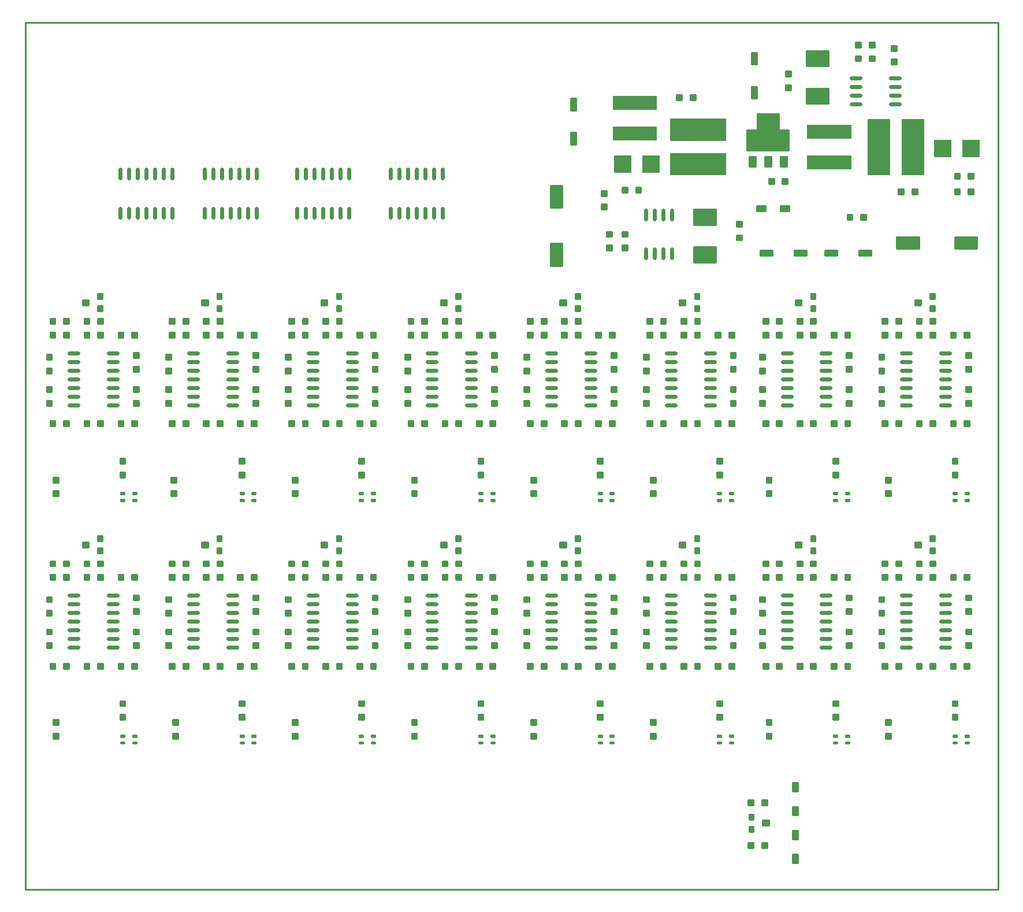
<source format=gbr>
*
*
G04 PADS Layout (Build Number 2005.266.2) generated Gerber (RS-274-X) file*
G04 PC Version=2.1*
*
%IN "module_AtoD2016_1031.pc"*%
*
%MOMM*%
*
%FSLAX35Y35*%
*
*
*
*
G04 PC Standard Apertures*
*
*
G04 Thermal Relief Aperture macro.*
%AMTER*
1,1,$1,0,0*
1,0,$1-$2,0,0*
21,0,$3,$4,0,0,45*
21,0,$3,$4,0,0,135*
%
*
*
G04 Annular Aperture macro.*
%AMANN*
1,1,$1,0,0*
1,0,$2,0,0*
%
*
*
G04 Odd Aperture macro.*
%AMODD*
1,1,$1,0,0*
1,0,$1-0.005,0,0*
%
*
*
G04 PC Custom Aperture Macros*
*
*
*
*
*
*
G04 PC Aperture Table*
*
%ADD058C,0.254*%
%ADD101R,2X2*%
%ADD103R,2.5X2.5*%
%ADD104R,3.3X3.3*%
%ADD106C,0.6096*%
*
*
*
*
G04 PC Custom Flashes*
G04 Layer Name module_AtoD2016_1031.pc - flashes*
%LPD*%
*
*
G04 PC Circuitry*
G04 Layer Name module_AtoD2016_1031.pc - circuitry*
%LPD*%
*
G54D58*
G01X35997700Y14012300D02*
X36072300D01*
Y13937700*
X35997700*
Y14012300*
Y13937700D02*
X36072300D01*
X35997700Y13963100D02*
X36072300D01*
X35997700Y13988500D02*
X36072300D01*
X36017200Y13937700D02*
Y14012300D01*
X36042600Y13937700D02*
Y14012300D01*
X36068000Y13937700D02*
Y14012300D01*
X36272300D02*
X36197700D01*
Y13937700*
X36272300*
Y14012300*
X36197700Y13937700D02*
X36272300D01*
X36197700Y13963100D02*
X36272300D01*
X36197700Y13988500D02*
X36272300D01*
X36220400Y13937700D02*
Y14012300D01*
X36245800Y13937700D02*
Y14012300D01*
X36271200Y13937700D02*
Y14012300D01*
X25762700Y19562300D02*
X25837300D01*
Y19487700*
X25762700*
Y19562300*
Y19487700D02*
X25837300D01*
X25762700Y19513100D02*
X25837300D01*
X25762700Y19538500D02*
X25837300D01*
X25781000Y19487700D02*
Y19562300D01*
X25806400Y19487700D02*
Y19562300D01*
X25831800Y19487700D02*
Y19562300D01*
X26037300D02*
X25962700D01*
Y19487700*
X26037300*
Y19562300*
X25962700Y19487700D02*
X26037300D01*
X25962700Y19513100D02*
X26037300D01*
X25962700Y19538500D02*
X26037300D01*
X25984200Y19487700D02*
Y19562300D01*
X26009600Y19487700D02*
Y19562300D01*
X26035000Y19487700D02*
Y19562300D01*
X26262700Y20787700D02*
X26337300D01*
Y20862300*
X26262700*
Y20787700*
X26337300*
X26262700Y20813100D02*
X26337300D01*
X26262700Y20838500D02*
X26337300D01*
X26263600Y20787700D02*
Y20862300D01*
X26289000Y20787700D02*
Y20862300D01*
X26314400Y20787700D02*
Y20862300D01*
X26537300Y20787700D02*
X26462700D01*
Y20862300*
X26537300*
Y20787700*
X26462700D02*
X26537300D01*
X26462700Y20813100D02*
X26537300D01*
X26462700Y20838500D02*
X26537300D01*
X26466800Y20787700D02*
Y20862300D01*
X26492200Y20787700D02*
Y20862300D01*
X26517600Y20787700D02*
Y20862300D01*
X26262700Y21062300D02*
X26337300D01*
Y20987700*
X26262700*
Y21062300*
Y20987700D02*
X26337300D01*
X26262700Y21013100D02*
X26337300D01*
X26262700Y21038500D02*
X26337300D01*
X26263600Y20987700D02*
Y21062300D01*
X26289000Y20987700D02*
Y21062300D01*
X26314400Y20987700D02*
Y21062300D01*
X26537300D02*
X26462700D01*
Y20987700*
X26537300*
Y21062300*
X26462700Y20987700D02*
X26537300D01*
X26462700Y21013100D02*
X26537300D01*
X26462700Y21038500D02*
X26537300D01*
X26466800Y20987700D02*
Y21062300D01*
X26492200Y20987700D02*
Y21062300D01*
X26517600Y20987700D02*
Y21062300D01*
X27537300Y16712700D02*
Y16787300D01*
X27462700*
Y16712700*
X27537300*
X27462700D02*
X27537300D01*
X27462700Y16738100D02*
X27537300D01*
X27462700Y16763500D02*
X27537300D01*
X27482800Y16712700D02*
Y16787300D01*
X27508200Y16712700D02*
Y16787300D01*
X27533600Y16712700D02*
Y16787300D01*
X27537300Y16987300D02*
Y16912700D01*
X27462700*
Y16987300*
X27537300*
X27462700Y16912700D02*
X27537300D01*
X27462700Y16938100D02*
X27537300D01*
X27462700Y16963500D02*
X27537300D01*
X27482800Y16912700D02*
Y16987300D01*
X27508200Y16912700D02*
Y16987300D01*
X27533600Y16912700D02*
Y16987300D01*
X27512700Y16012300D02*
X27587300D01*
Y15937700*
X27512700*
Y16012300*
Y15937700D02*
X27587300D01*
X27512700Y15963100D02*
X27587300D01*
X27512700Y15988500D02*
X27587300D01*
X27533600Y15937700D02*
Y16012300D01*
X27559000Y15937700D02*
Y16012300D01*
X27584400Y15937700D02*
Y16012300D01*
X27787300D02*
X27712700D01*
Y15937700*
X27787300*
Y16012300*
X27712700Y15937700D02*
X27787300D01*
X27712700Y15963100D02*
X27787300D01*
X27712700Y15988500D02*
X27787300D01*
X27736800Y15937700D02*
Y16012300D01*
X27762200Y15937700D02*
Y16012300D01*
X28012700Y17512300D02*
X28087300D01*
Y17437700*
X28012700*
Y17512300*
Y17437700D02*
X28087300D01*
X28012700Y17463100D02*
X28087300D01*
X28012700Y17488500D02*
X28087300D01*
X28016200Y17437700D02*
Y17512300D01*
X28041600Y17437700D02*
Y17512300D01*
X28067000Y17437700D02*
Y17512300D01*
X28287300D02*
X28212700D01*
Y17437700*
X28287300*
Y17512300*
X28212700Y17437700D02*
X28287300D01*
X28212700Y17463100D02*
X28287300D01*
X28212700Y17488500D02*
X28287300D01*
X28219400Y17437700D02*
Y17512300D01*
X28244800Y17437700D02*
Y17512300D01*
X28270200Y17437700D02*
Y17512300D01*
X28012700Y15937700D02*
X28087300D01*
Y16012300*
X28012700*
Y15937700*
X28087300*
X28012700Y15963100D02*
X28087300D01*
X28012700Y15988500D02*
X28087300D01*
X28016200Y15937700D02*
Y16012300D01*
X28041600Y15937700D02*
Y16012300D01*
X28067000Y15937700D02*
Y16012300D01*
X28287300Y15937700D02*
X28212700D01*
Y16012300*
X28287300*
Y15937700*
X28212700D02*
X28287300D01*
X28212700Y15963100D02*
X28287300D01*
X28212700Y15988500D02*
X28287300D01*
X28219400Y15937700D02*
Y16012300D01*
X28244800Y15937700D02*
Y16012300D01*
X28270200Y15937700D02*
Y16012300D01*
X28012700Y17237700D02*
X28087300D01*
Y17312300*
X28012700*
Y17237700*
X28087300*
X28012700Y17263100D02*
X28087300D01*
X28012700Y17288500D02*
X28087300D01*
X28016200Y17237700D02*
Y17312300D01*
X28041600Y17237700D02*
Y17312300D01*
X28067000Y17237700D02*
Y17312300D01*
X28287300Y17237700D02*
X28212700D01*
Y17312300*
X28287300*
Y17237700*
X28212700D02*
X28287300D01*
X28212700Y17263100D02*
X28287300D01*
X28212700Y17288500D02*
X28287300D01*
X28219400Y17237700D02*
Y17312300D01*
X28244800Y17237700D02*
Y17312300D01*
X28270200Y17237700D02*
Y17312300D01*
X27537300Y20262700D02*
Y20337300D01*
X27462700*
Y20262700*
X27537300*
X27462700D02*
X27537300D01*
X27462700Y20288100D02*
X27537300D01*
X27462700Y20313500D02*
X27537300D01*
X27482800Y20262700D02*
Y20337300D01*
X27508200Y20262700D02*
Y20337300D01*
X27533600Y20262700D02*
Y20337300D01*
X27537300Y20537300D02*
Y20462700D01*
X27462700*
Y20537300*
X27537300*
X27462700Y20462700D02*
X27537300D01*
X27462700Y20488100D02*
X27537300D01*
X27462700Y20513500D02*
X27537300D01*
X27482800Y20462700D02*
Y20537300D01*
X27508200Y20462700D02*
Y20537300D01*
X27533600Y20462700D02*
Y20537300D01*
X28012700Y19487700D02*
X28087300D01*
Y19562300*
X28012700*
Y19487700*
X28087300*
X28012700Y19513100D02*
X28087300D01*
X28012700Y19538500D02*
X28087300D01*
X28016200Y19487700D02*
Y19562300D01*
X28041600Y19487700D02*
Y19562300D01*
X28067000Y19487700D02*
Y19562300D01*
X28287300Y19487700D02*
X28212700D01*
Y19562300*
X28287300*
Y19487700*
X28212700D02*
X28287300D01*
X28212700Y19513100D02*
X28287300D01*
X28212700Y19538500D02*
X28287300D01*
X28219400Y19487700D02*
Y19562300D01*
X28244800Y19487700D02*
Y19562300D01*
X28270200Y19487700D02*
Y19562300D01*
X35997700Y13387300D02*
X36072300D01*
Y13312700*
X35997700*
Y13387300*
Y13312700D02*
X36072300D01*
X35997700Y13338100D02*
X36072300D01*
X35997700Y13363500D02*
X36072300D01*
X36017200Y13312700D02*
Y13387300D01*
X36042600Y13312700D02*
Y13387300D01*
X36068000Y13312700D02*
Y13387300D01*
X36272300D02*
X36197700D01*
Y13312700*
X36272300*
Y13387300*
X36197700Y13312700D02*
X36272300D01*
X36197700Y13338100D02*
X36272300D01*
X36197700Y13363500D02*
X36272300D01*
X36220400Y13312700D02*
Y13387300D01*
X36245800Y13312700D02*
Y13387300D01*
X36271200Y13312700D02*
Y13387300D01*
X28012700Y20787700D02*
X28087300D01*
Y20862300*
X28012700*
Y20787700*
X28087300*
X28012700Y20813100D02*
X28087300D01*
X28012700Y20838500D02*
X28087300D01*
X28016200Y20787700D02*
Y20862300D01*
X28041600Y20787700D02*
Y20862300D01*
X28067000Y20787700D02*
Y20862300D01*
X28287300Y20787700D02*
X28212700D01*
Y20862300*
X28287300*
Y20787700*
X28212700D02*
X28287300D01*
X28212700Y20813100D02*
X28287300D01*
X28212700Y20838500D02*
X28287300D01*
X28219400Y20787700D02*
Y20862300D01*
X28244800Y20787700D02*
Y20862300D01*
X28270200Y20787700D02*
Y20862300D01*
X27512700Y19562300D02*
X27587300D01*
Y19487700*
X27512700*
Y19562300*
Y19487700D02*
X27587300D01*
X27512700Y19513100D02*
X27587300D01*
X27512700Y19538500D02*
X27587300D01*
X27533600Y19487700D02*
Y19562300D01*
X27559000Y19487700D02*
Y19562300D01*
X27584400Y19487700D02*
Y19562300D01*
X27787300D02*
X27712700D01*
Y19487700*
X27787300*
Y19562300*
X27712700Y19487700D02*
X27787300D01*
X27712700Y19513100D02*
X27787300D01*
X27712700Y19538500D02*
X27787300D01*
X27736800Y19487700D02*
Y19562300D01*
X27762200Y19487700D02*
Y19562300D01*
X28012700Y21062300D02*
X28087300D01*
Y20987700*
X28012700*
Y21062300*
Y20987700D02*
X28087300D01*
X28012700Y21013100D02*
X28087300D01*
X28012700Y21038500D02*
X28087300D01*
X28016200Y20987700D02*
Y21062300D01*
X28041600Y20987700D02*
Y21062300D01*
X28067000Y20987700D02*
Y21062300D01*
X28287300D02*
X28212700D01*
Y20987700*
X28287300*
Y21062300*
X28212700Y20987700D02*
X28287300D01*
X28212700Y21013100D02*
X28287300D01*
X28212700Y21038500D02*
X28287300D01*
X28219400Y20987700D02*
Y21062300D01*
X28244800Y20987700D02*
Y21062300D01*
X28270200Y20987700D02*
Y21062300D01*
X29287300Y16712700D02*
Y16787300D01*
X29212700*
Y16712700*
X29287300*
X29212700D02*
X29287300D01*
X29212700Y16738100D02*
X29287300D01*
X29212700Y16763500D02*
X29287300D01*
X29235400Y16712700D02*
Y16787300D01*
X29260800Y16712700D02*
Y16787300D01*
X29286200Y16712700D02*
Y16787300D01*
X29287300Y16987300D02*
Y16912700D01*
X29212700*
Y16987300*
X29287300*
X29212700Y16912700D02*
X29287300D01*
X29212700Y16938100D02*
X29287300D01*
X29212700Y16963500D02*
X29287300D01*
X29235400Y16912700D02*
Y16987300D01*
X29260800Y16912700D02*
Y16987300D01*
X29286200Y16912700D02*
Y16987300D01*
X29762700Y15937700D02*
X29837300D01*
Y16012300*
X29762700*
Y15937700*
X29837300*
X29762700Y15963100D02*
X29837300D01*
X29762700Y15988500D02*
X29837300D01*
X29768800Y15937700D02*
Y16012300D01*
X29794200Y15937700D02*
Y16012300D01*
X29819600Y15937700D02*
Y16012300D01*
X30037300Y15937700D02*
X29962700D01*
Y16012300*
X30037300*
Y15937700*
X29962700D02*
X30037300D01*
X29962700Y15963100D02*
X30037300D01*
X29962700Y15988500D02*
X30037300D01*
X29972000Y15937700D02*
Y16012300D01*
X29997400Y15937700D02*
Y16012300D01*
X30022800Y15937700D02*
Y16012300D01*
X29762700Y17237700D02*
X29837300D01*
Y17312300*
X29762700*
Y17237700*
X29837300*
X29762700Y17263100D02*
X29837300D01*
X29762700Y17288500D02*
X29837300D01*
X29768800Y17237700D02*
Y17312300D01*
X29794200Y17237700D02*
Y17312300D01*
X29819600Y17237700D02*
Y17312300D01*
X30037300Y17237700D02*
X29962700D01*
Y17312300*
X30037300*
Y17237700*
X29962700D02*
X30037300D01*
X29962700Y17263100D02*
X30037300D01*
X29962700Y17288500D02*
X30037300D01*
X29972000Y17237700D02*
Y17312300D01*
X29997400Y17237700D02*
Y17312300D01*
X30022800Y17237700D02*
Y17312300D01*
X29262700Y16012300D02*
X29337300D01*
Y15937700*
X29262700*
Y16012300*
Y15937700D02*
X29337300D01*
X29262700Y15963100D02*
X29337300D01*
X29262700Y15988500D02*
X29337300D01*
X29286200Y15937700D02*
Y16012300D01*
X29311600Y15937700D02*
Y16012300D01*
X29337000Y15937700D02*
Y16012300D01*
X29537300D02*
X29462700D01*
Y15937700*
X29537300*
Y16012300*
X29462700Y15937700D02*
X29537300D01*
X29462700Y15963100D02*
X29537300D01*
X29462700Y15988500D02*
X29537300D01*
X29464000Y15937700D02*
Y16012300D01*
X29489400Y15937700D02*
Y16012300D01*
X29514800Y15937700D02*
Y16012300D01*
X29762700Y17512300D02*
X29837300D01*
Y17437700*
X29762700*
Y17512300*
Y17437700D02*
X29837300D01*
X29762700Y17463100D02*
X29837300D01*
X29762700Y17488500D02*
X29837300D01*
X29768800Y17437700D02*
Y17512300D01*
X29794200Y17437700D02*
Y17512300D01*
X29819600Y17437700D02*
Y17512300D01*
X30037300D02*
X29962700D01*
Y17437700*
X30037300*
Y17512300*
X29962700Y17437700D02*
X30037300D01*
X29962700Y17463100D02*
X30037300D01*
X29962700Y17488500D02*
X30037300D01*
X29972000Y17437700D02*
Y17512300D01*
X29997400Y17437700D02*
Y17512300D01*
X30022800Y17437700D02*
Y17512300D01*
X29287300Y20262700D02*
Y20337300D01*
X29212700*
Y20262700*
X29287300*
X29212700D02*
X29287300D01*
X29212700Y20288100D02*
X29287300D01*
X29212700Y20313500D02*
X29287300D01*
X29235400Y20262700D02*
Y20337300D01*
X29260800Y20262700D02*
Y20337300D01*
X29286200Y20262700D02*
Y20337300D01*
X29287300Y20537300D02*
Y20462700D01*
X29212700*
Y20537300*
X29287300*
X29212700Y20462700D02*
X29287300D01*
X29212700Y20488100D02*
X29287300D01*
X29212700Y20513500D02*
X29287300D01*
X29235400Y20462700D02*
Y20537300D01*
X29260800Y20462700D02*
Y20537300D01*
X29286200Y20462700D02*
Y20537300D01*
X29762700Y19487700D02*
X29837300D01*
Y19562300*
X29762700*
Y19487700*
X29837300*
X29762700Y19513100D02*
X29837300D01*
X29762700Y19538500D02*
X29837300D01*
X29768800Y19487700D02*
Y19562300D01*
X29794200Y19487700D02*
Y19562300D01*
X29819600Y19487700D02*
Y19562300D01*
X30037300Y19487700D02*
X29962700D01*
Y19562300*
X30037300*
Y19487700*
X29962700D02*
X30037300D01*
X29962700Y19513100D02*
X30037300D01*
X29962700Y19538500D02*
X30037300D01*
X29972000Y19487700D02*
Y19562300D01*
X29997400Y19487700D02*
Y19562300D01*
X30022800Y19487700D02*
Y19562300D01*
X25787300Y16712700D02*
Y16787300D01*
X25712700*
Y16712700*
X25787300*
X25712700D02*
X25787300D01*
X25712700Y16738100D02*
X25787300D01*
X25712700Y16763500D02*
X25787300D01*
X25730200Y16712700D02*
Y16787300D01*
X25755600Y16712700D02*
Y16787300D01*
X25781000Y16712700D02*
Y16787300D01*
X25787300Y16987300D02*
Y16912700D01*
X25712700*
Y16987300*
X25787300*
X25712700Y16912700D02*
X25787300D01*
X25712700Y16938100D02*
X25787300D01*
X25712700Y16963500D02*
X25787300D01*
X25730200Y16912700D02*
Y16987300D01*
X25755600Y16912700D02*
Y16987300D01*
X25781000Y16912700D02*
Y16987300D01*
X29762700Y20787700D02*
X29837300D01*
Y20862300*
X29762700*
Y20787700*
X29837300*
X29762700Y20813100D02*
X29837300D01*
X29762700Y20838500D02*
X29837300D01*
X29768800Y20787700D02*
Y20862300D01*
X29794200Y20787700D02*
Y20862300D01*
X29819600Y20787700D02*
Y20862300D01*
X30037300Y20787700D02*
X29962700D01*
Y20862300*
X30037300*
Y20787700*
X29962700D02*
X30037300D01*
X29962700Y20813100D02*
X30037300D01*
X29962700Y20838500D02*
X30037300D01*
X29972000Y20787700D02*
Y20862300D01*
X29997400Y20787700D02*
Y20862300D01*
X30022800Y20787700D02*
Y20862300D01*
X29262700Y19562300D02*
X29337300D01*
Y19487700*
X29262700*
Y19562300*
Y19487700D02*
X29337300D01*
X29262700Y19513100D02*
X29337300D01*
X29262700Y19538500D02*
X29337300D01*
X29286200Y19487700D02*
Y19562300D01*
X29311600Y19487700D02*
Y19562300D01*
X29337000Y19487700D02*
Y19562300D01*
X29537300D02*
X29462700D01*
Y19487700*
X29537300*
Y19562300*
X29462700Y19487700D02*
X29537300D01*
X29462700Y19513100D02*
X29537300D01*
X29462700Y19538500D02*
X29537300D01*
X29464000Y19487700D02*
Y19562300D01*
X29489400Y19487700D02*
Y19562300D01*
X29514800Y19487700D02*
Y19562300D01*
X29762700Y21062300D02*
X29837300D01*
Y20987700*
X29762700*
Y21062300*
Y20987700D02*
X29837300D01*
X29762700Y21013100D02*
X29837300D01*
X29762700Y21038500D02*
X29837300D01*
X29768800Y20987700D02*
Y21062300D01*
X29794200Y20987700D02*
Y21062300D01*
X29819600Y20987700D02*
Y21062300D01*
X30037300D02*
X29962700D01*
Y20987700*
X30037300*
Y21062300*
X29962700Y20987700D02*
X30037300D01*
X29962700Y21013100D02*
X30037300D01*
X29962700Y21038500D02*
X30037300D01*
X29972000Y20987700D02*
Y21062300D01*
X29997400Y20987700D02*
Y21062300D01*
X30022800Y20987700D02*
Y21062300D01*
X31037300Y16712700D02*
Y16787300D01*
X30962700*
Y16712700*
X31037300*
X30962700D02*
X31037300D01*
X30962700Y16738100D02*
X31037300D01*
X30962700Y16763500D02*
X31037300D01*
X30988000Y16712700D02*
Y16787300D01*
X31013400Y16712700D02*
Y16787300D01*
X31037300Y16987300D02*
Y16912700D01*
X30962700*
Y16987300*
X31037300*
X30962700Y16912700D02*
X31037300D01*
X30962700Y16938100D02*
X31037300D01*
X30962700Y16963500D02*
X31037300D01*
X30988000Y16912700D02*
Y16987300D01*
X31013400Y16912700D02*
Y16987300D01*
X31512700Y15937700D02*
X31587300D01*
Y16012300*
X31512700*
Y15937700*
X31587300*
X31512700Y15963100D02*
X31587300D01*
X31512700Y15988500D02*
X31587300D01*
X31521400Y15937700D02*
Y16012300D01*
X31546800Y15937700D02*
Y16012300D01*
X31572200Y15937700D02*
Y16012300D01*
X31787300Y15937700D02*
X31712700D01*
Y16012300*
X31787300*
Y15937700*
X31712700D02*
X31787300D01*
X31712700Y15963100D02*
X31787300D01*
X31712700Y15988500D02*
X31787300D01*
X31724600Y15937700D02*
Y16012300D01*
X31750000Y15937700D02*
Y16012300D01*
X31775400Y15937700D02*
Y16012300D01*
X31512700Y17237700D02*
X31587300D01*
Y17312300*
X31512700*
Y17237700*
X31587300*
X31512700Y17263100D02*
X31587300D01*
X31512700Y17288500D02*
X31587300D01*
X31521400Y17237700D02*
Y17312300D01*
X31546800Y17237700D02*
Y17312300D01*
X31572200Y17237700D02*
Y17312300D01*
X31787300Y17237700D02*
X31712700D01*
Y17312300*
X31787300*
Y17237700*
X31712700D02*
X31787300D01*
X31712700Y17263100D02*
X31787300D01*
X31712700Y17288500D02*
X31787300D01*
X31724600Y17237700D02*
Y17312300D01*
X31750000Y17237700D02*
Y17312300D01*
X31775400Y17237700D02*
Y17312300D01*
X31012700Y16012300D02*
X31087300D01*
Y15937700*
X31012700*
Y16012300*
Y15937700D02*
X31087300D01*
X31012700Y15963100D02*
X31087300D01*
X31012700Y15988500D02*
X31087300D01*
X31013400Y15937700D02*
Y16012300D01*
X31038800Y15937700D02*
Y16012300D01*
X31064200Y15937700D02*
Y16012300D01*
X31287300D02*
X31212700D01*
Y15937700*
X31287300*
Y16012300*
X31212700Y15937700D02*
X31287300D01*
X31212700Y15963100D02*
X31287300D01*
X31212700Y15988500D02*
X31287300D01*
X31216600Y15937700D02*
Y16012300D01*
X31242000Y15937700D02*
Y16012300D01*
X31267400Y15937700D02*
Y16012300D01*
X31512700Y17512300D02*
X31587300D01*
Y17437700*
X31512700*
Y17512300*
Y17437700D02*
X31587300D01*
X31512700Y17463100D02*
X31587300D01*
X31512700Y17488500D02*
X31587300D01*
X31521400Y17437700D02*
Y17512300D01*
X31546800Y17437700D02*
Y17512300D01*
X31572200Y17437700D02*
Y17512300D01*
X31787300D02*
X31712700D01*
Y17437700*
X31787300*
Y17512300*
X31712700Y17437700D02*
X31787300D01*
X31712700Y17463100D02*
X31787300D01*
X31712700Y17488500D02*
X31787300D01*
X31724600Y17437700D02*
Y17512300D01*
X31750000Y17437700D02*
Y17512300D01*
X31775400Y17437700D02*
Y17512300D01*
X31037300Y20262700D02*
Y20337300D01*
X30962700*
Y20262700*
X31037300*
X30962700D02*
X31037300D01*
X30962700Y20288100D02*
X31037300D01*
X30962700Y20313500D02*
X31037300D01*
X30988000Y20262700D02*
Y20337300D01*
X31013400Y20262700D02*
Y20337300D01*
X31037300Y20537300D02*
Y20462700D01*
X30962700*
Y20537300*
X31037300*
X30962700Y20462700D02*
X31037300D01*
X30962700Y20488100D02*
X31037300D01*
X30962700Y20513500D02*
X31037300D01*
X30988000Y20462700D02*
Y20537300D01*
X31013400Y20462700D02*
Y20537300D01*
X31512700Y19487700D02*
X31587300D01*
Y19562300*
X31512700*
Y19487700*
X31587300*
X31512700Y19513100D02*
X31587300D01*
X31512700Y19538500D02*
X31587300D01*
X31521400Y19487700D02*
Y19562300D01*
X31546800Y19487700D02*
Y19562300D01*
X31572200Y19487700D02*
Y19562300D01*
X31787300Y19487700D02*
X31712700D01*
Y19562300*
X31787300*
Y19487700*
X31712700D02*
X31787300D01*
X31712700Y19513100D02*
X31787300D01*
X31712700Y19538500D02*
X31787300D01*
X31724600Y19487700D02*
Y19562300D01*
X31750000Y19487700D02*
Y19562300D01*
X31775400Y19487700D02*
Y19562300D01*
X26262700Y17237700D02*
X26337300D01*
Y17312300*
X26262700*
Y17237700*
X26337300*
X26262700Y17263100D02*
X26337300D01*
X26262700Y17288500D02*
X26337300D01*
X26263600Y17237700D02*
Y17312300D01*
X26289000Y17237700D02*
Y17312300D01*
X26314400Y17237700D02*
Y17312300D01*
X26537300Y17237700D02*
X26462700D01*
Y17312300*
X26537300*
Y17237700*
X26462700D02*
X26537300D01*
X26462700Y17263100D02*
X26537300D01*
X26462700Y17288500D02*
X26537300D01*
X26466800Y17237700D02*
Y17312300D01*
X26492200Y17237700D02*
Y17312300D01*
X26517600Y17237700D02*
Y17312300D01*
X31512700Y20787700D02*
X31587300D01*
Y20862300*
X31512700*
Y20787700*
X31587300*
X31512700Y20813100D02*
X31587300D01*
X31512700Y20838500D02*
X31587300D01*
X31521400Y20787700D02*
Y20862300D01*
X31546800Y20787700D02*
Y20862300D01*
X31572200Y20787700D02*
Y20862300D01*
X31787300Y20787700D02*
X31712700D01*
Y20862300*
X31787300*
Y20787700*
X31712700D02*
X31787300D01*
X31712700Y20813100D02*
X31787300D01*
X31712700Y20838500D02*
X31787300D01*
X31724600Y20787700D02*
Y20862300D01*
X31750000Y20787700D02*
Y20862300D01*
X31775400Y20787700D02*
Y20862300D01*
X31012700Y19562300D02*
X31087300D01*
Y19487700*
X31012700*
Y19562300*
Y19487700D02*
X31087300D01*
X31012700Y19513100D02*
X31087300D01*
X31012700Y19538500D02*
X31087300D01*
X31013400Y19487700D02*
Y19562300D01*
X31038800Y19487700D02*
Y19562300D01*
X31064200Y19487700D02*
Y19562300D01*
X31287300D02*
X31212700D01*
Y19487700*
X31287300*
Y19562300*
X31212700Y19487700D02*
X31287300D01*
X31212700Y19513100D02*
X31287300D01*
X31212700Y19538500D02*
X31287300D01*
X31216600Y19487700D02*
Y19562300D01*
X31242000Y19487700D02*
Y19562300D01*
X31267400Y19487700D02*
Y19562300D01*
X31512700Y21062300D02*
X31587300D01*
Y20987700*
X31512700*
Y21062300*
Y20987700D02*
X31587300D01*
X31512700Y21013100D02*
X31587300D01*
X31512700Y21038500D02*
X31587300D01*
X31521400Y20987700D02*
Y21062300D01*
X31546800Y20987700D02*
Y21062300D01*
X31572200Y20987700D02*
Y21062300D01*
X31787300D02*
X31712700D01*
Y20987700*
X31787300*
Y21062300*
X31712700Y20987700D02*
X31787300D01*
X31712700Y21013100D02*
X31787300D01*
X31712700Y21038500D02*
X31787300D01*
X31724600Y20987700D02*
Y21062300D01*
X31750000Y20987700D02*
Y21062300D01*
X31775400Y20987700D02*
Y21062300D01*
X32787300Y16712700D02*
Y16787300D01*
X32712700*
Y16712700*
X32787300*
X32712700D02*
X32787300D01*
X32712700Y16738100D02*
X32787300D01*
X32712700Y16763500D02*
X32787300D01*
X32715200Y16712700D02*
Y16787300D01*
X32740600Y16712700D02*
Y16787300D01*
X32766000Y16712700D02*
Y16787300D01*
X32787300Y16987300D02*
Y16912700D01*
X32712700*
Y16987300*
X32787300*
X32712700Y16912700D02*
X32787300D01*
X32712700Y16938100D02*
X32787300D01*
X32712700Y16963500D02*
X32787300D01*
X32715200Y16912700D02*
Y16987300D01*
X32740600Y16912700D02*
Y16987300D01*
X32766000Y16912700D02*
Y16987300D01*
X33262700Y15937700D02*
X33337300D01*
Y16012300*
X33262700*
Y15937700*
X33337300*
X33262700Y15963100D02*
X33337300D01*
X33262700Y15988500D02*
X33337300D01*
X33274000Y15937700D02*
Y16012300D01*
X33299400Y15937700D02*
Y16012300D01*
X33324800Y15937700D02*
Y16012300D01*
X33537300Y15937700D02*
X33462700D01*
Y16012300*
X33537300*
Y15937700*
X33462700D02*
X33537300D01*
X33462700Y15963100D02*
X33537300D01*
X33462700Y15988500D02*
X33537300D01*
X33477200Y15937700D02*
Y16012300D01*
X33502600Y15937700D02*
Y16012300D01*
X33528000Y15937700D02*
Y16012300D01*
X33262700Y17237700D02*
X33337300D01*
Y17312300*
X33262700*
Y17237700*
X33337300*
X33262700Y17263100D02*
X33337300D01*
X33262700Y17288500D02*
X33337300D01*
X33274000Y17237700D02*
Y17312300D01*
X33299400Y17237700D02*
Y17312300D01*
X33324800Y17237700D02*
Y17312300D01*
X33537300Y17237700D02*
X33462700D01*
Y17312300*
X33537300*
Y17237700*
X33462700D02*
X33537300D01*
X33462700Y17263100D02*
X33537300D01*
X33462700Y17288500D02*
X33537300D01*
X33477200Y17237700D02*
Y17312300D01*
X33502600Y17237700D02*
Y17312300D01*
X33528000Y17237700D02*
Y17312300D01*
X32762700Y16012300D02*
X32837300D01*
Y15937700*
X32762700*
Y16012300*
Y15937700D02*
X32837300D01*
X32762700Y15963100D02*
X32837300D01*
X32762700Y15988500D02*
X32837300D01*
X32766000Y15937700D02*
Y16012300D01*
X32791400Y15937700D02*
Y16012300D01*
X32816800Y15937700D02*
Y16012300D01*
X33037300D02*
X32962700D01*
Y15937700*
X33037300*
Y16012300*
X32962700Y15937700D02*
X33037300D01*
X32962700Y15963100D02*
X33037300D01*
X32962700Y15988500D02*
X33037300D01*
X32969200Y15937700D02*
Y16012300D01*
X32994600Y15937700D02*
Y16012300D01*
X33020000Y15937700D02*
Y16012300D01*
X33262700Y17512300D02*
X33337300D01*
Y17437700*
X33262700*
Y17512300*
Y17437700D02*
X33337300D01*
X33262700Y17463100D02*
X33337300D01*
X33262700Y17488500D02*
X33337300D01*
X33274000Y17437700D02*
Y17512300D01*
X33299400Y17437700D02*
Y17512300D01*
X33324800Y17437700D02*
Y17512300D01*
X33537300D02*
X33462700D01*
Y17437700*
X33537300*
Y17512300*
X33462700Y17437700D02*
X33537300D01*
X33462700Y17463100D02*
X33537300D01*
X33462700Y17488500D02*
X33537300D01*
X33477200Y17437700D02*
Y17512300D01*
X33502600Y17437700D02*
Y17512300D01*
X33528000Y17437700D02*
Y17512300D01*
X32787300Y20262700D02*
Y20337300D01*
X32712700*
Y20262700*
X32787300*
X32712700D02*
X32787300D01*
X32712700Y20288100D02*
X32787300D01*
X32712700Y20313500D02*
X32787300D01*
X32715200Y20262700D02*
Y20337300D01*
X32740600Y20262700D02*
Y20337300D01*
X32766000Y20262700D02*
Y20337300D01*
X32787300Y20537300D02*
Y20462700D01*
X32712700*
Y20537300*
X32787300*
X32712700Y20462700D02*
X32787300D01*
X32712700Y20488100D02*
X32787300D01*
X32712700Y20513500D02*
X32787300D01*
X32715200Y20462700D02*
Y20537300D01*
X32740600Y20462700D02*
Y20537300D01*
X32766000Y20462700D02*
Y20537300D01*
X33262700Y20787700D02*
X33337300D01*
Y20862300*
X33262700*
Y20787700*
X33337300*
X33262700Y20813100D02*
X33337300D01*
X33262700Y20838500D02*
X33337300D01*
X33274000Y20787700D02*
Y20862300D01*
X33299400Y20787700D02*
Y20862300D01*
X33324800Y20787700D02*
Y20862300D01*
X33537300Y20787700D02*
X33462700D01*
Y20862300*
X33537300*
Y20787700*
X33462700D02*
X33537300D01*
X33462700Y20813100D02*
X33537300D01*
X33462700Y20838500D02*
X33537300D01*
X33477200Y20787700D02*
Y20862300D01*
X33502600Y20787700D02*
Y20862300D01*
X33528000Y20787700D02*
Y20862300D01*
X26262700Y15937700D02*
X26337300D01*
Y16012300*
X26262700*
Y15937700*
X26337300*
X26262700Y15963100D02*
X26337300D01*
X26262700Y15988500D02*
X26337300D01*
X26263600Y15937700D02*
Y16012300D01*
X26289000Y15937700D02*
Y16012300D01*
X26314400Y15937700D02*
Y16012300D01*
X26537300Y15937700D02*
X26462700D01*
Y16012300*
X26537300*
Y15937700*
X26462700D02*
X26537300D01*
X26462700Y15963100D02*
X26537300D01*
X26462700Y15988500D02*
X26537300D01*
X26466800Y15937700D02*
Y16012300D01*
X26492200Y15937700D02*
Y16012300D01*
X26517600Y15937700D02*
Y16012300D01*
X33262700Y19487700D02*
X33337300D01*
Y19562300*
X33262700*
Y19487700*
X33337300*
X33262700Y19513100D02*
X33337300D01*
X33262700Y19538500D02*
X33337300D01*
X33274000Y19487700D02*
Y19562300D01*
X33299400Y19487700D02*
Y19562300D01*
X33324800Y19487700D02*
Y19562300D01*
X33537300Y19487700D02*
X33462700D01*
Y19562300*
X33537300*
Y19487700*
X33462700D02*
X33537300D01*
X33462700Y19513100D02*
X33537300D01*
X33462700Y19538500D02*
X33537300D01*
X33477200Y19487700D02*
Y19562300D01*
X33502600Y19487700D02*
Y19562300D01*
X33528000Y19487700D02*
Y19562300D01*
X32762700D02*
X32837300D01*
Y19487700*
X32762700*
Y19562300*
Y19487700D02*
X32837300D01*
X32762700Y19513100D02*
X32837300D01*
X32762700Y19538500D02*
X32837300D01*
X32766000Y19487700D02*
Y19562300D01*
X32791400Y19487700D02*
Y19562300D01*
X32816800Y19487700D02*
Y19562300D01*
X33037300D02*
X32962700D01*
Y19487700*
X33037300*
Y19562300*
X32962700Y19487700D02*
X33037300D01*
X32962700Y19513100D02*
X33037300D01*
X32962700Y19538500D02*
X33037300D01*
X32969200Y19487700D02*
Y19562300D01*
X32994600Y19487700D02*
Y19562300D01*
X33020000Y19487700D02*
Y19562300D01*
X33262700Y21062300D02*
X33337300D01*
Y20987700*
X33262700*
Y21062300*
Y20987700D02*
X33337300D01*
X33262700Y21013100D02*
X33337300D01*
X33262700Y21038500D02*
X33337300D01*
X33274000Y20987700D02*
Y21062300D01*
X33299400Y20987700D02*
Y21062300D01*
X33324800Y20987700D02*
Y21062300D01*
X33537300D02*
X33462700D01*
Y20987700*
X33537300*
Y21062300*
X33462700Y20987700D02*
X33537300D01*
X33462700Y21013100D02*
X33537300D01*
X33462700Y21038500D02*
X33537300D01*
X33477200Y20987700D02*
Y21062300D01*
X33502600Y20987700D02*
Y21062300D01*
X33528000Y20987700D02*
Y21062300D01*
X34537300Y16712700D02*
Y16787300D01*
X34462700*
Y16712700*
X34537300*
X34462700D02*
X34537300D01*
X34462700Y16738100D02*
X34537300D01*
X34462700Y16763500D02*
X34537300D01*
X34467800Y16712700D02*
Y16787300D01*
X34493200Y16712700D02*
Y16787300D01*
X34518600Y16712700D02*
Y16787300D01*
X34537300Y16987300D02*
Y16912700D01*
X34462700*
Y16987300*
X34537300*
X34462700Y16912700D02*
X34537300D01*
X34462700Y16938100D02*
X34537300D01*
X34462700Y16963500D02*
X34537300D01*
X34467800Y16912700D02*
Y16987300D01*
X34493200Y16912700D02*
Y16987300D01*
X34518600Y16912700D02*
Y16987300D01*
X35012700Y15937700D02*
X35087300D01*
Y16012300*
X35012700*
Y15937700*
X35087300*
X35012700Y15963100D02*
X35087300D01*
X35012700Y15988500D02*
X35087300D01*
X35026600Y15937700D02*
Y16012300D01*
X35052000Y15937700D02*
Y16012300D01*
X35077400Y15937700D02*
Y16012300D01*
X35287300Y15937700D02*
X35212700D01*
Y16012300*
X35287300*
Y15937700*
X35212700D02*
X35287300D01*
X35212700Y15963100D02*
X35287300D01*
X35212700Y15988500D02*
X35287300D01*
X35229800Y15937700D02*
Y16012300D01*
X35255200Y15937700D02*
Y16012300D01*
X35280600Y15937700D02*
Y16012300D01*
X35012700Y17237700D02*
X35087300D01*
Y17312300*
X35012700*
Y17237700*
X35087300*
X35012700Y17263100D02*
X35087300D01*
X35012700Y17288500D02*
X35087300D01*
X35026600Y17237700D02*
Y17312300D01*
X35052000Y17237700D02*
Y17312300D01*
X35077400Y17237700D02*
Y17312300D01*
X35287300Y17237700D02*
X35212700D01*
Y17312300*
X35287300*
Y17237700*
X35212700D02*
X35287300D01*
X35212700Y17263100D02*
X35287300D01*
X35212700Y17288500D02*
X35287300D01*
X35229800Y17237700D02*
Y17312300D01*
X35255200Y17237700D02*
Y17312300D01*
X35280600Y17237700D02*
Y17312300D01*
X34512700Y16012300D02*
X34587300D01*
Y15937700*
X34512700*
Y16012300*
Y15937700D02*
X34587300D01*
X34512700Y15963100D02*
X34587300D01*
X34512700Y15988500D02*
X34587300D01*
X34518600Y15937700D02*
Y16012300D01*
X34544000Y15937700D02*
Y16012300D01*
X34569400Y15937700D02*
Y16012300D01*
X34787300D02*
X34712700D01*
Y15937700*
X34787300*
Y16012300*
X34712700Y15937700D02*
X34787300D01*
X34712700Y15963100D02*
X34787300D01*
X34712700Y15988500D02*
X34787300D01*
X34721800Y15937700D02*
Y16012300D01*
X34747200Y15937700D02*
Y16012300D01*
X34772600Y15937700D02*
Y16012300D01*
X35012700Y17512300D02*
X35087300D01*
Y17437700*
X35012700*
Y17512300*
Y17437700D02*
X35087300D01*
X35012700Y17463100D02*
X35087300D01*
X35012700Y17488500D02*
X35087300D01*
X35026600Y17437700D02*
Y17512300D01*
X35052000Y17437700D02*
Y17512300D01*
X35077400Y17437700D02*
Y17512300D01*
X35287300D02*
X35212700D01*
Y17437700*
X35287300*
Y17512300*
X35212700Y17437700D02*
X35287300D01*
X35212700Y17463100D02*
X35287300D01*
X35212700Y17488500D02*
X35287300D01*
X35229800Y17437700D02*
Y17512300D01*
X35255200Y17437700D02*
Y17512300D01*
X35280600Y17437700D02*
Y17512300D01*
X34537300Y20262700D02*
Y20337300D01*
X34462700*
Y20262700*
X34537300*
X34462700D02*
X34537300D01*
X34462700Y20288100D02*
X34537300D01*
X34462700Y20313500D02*
X34537300D01*
X34467800Y20262700D02*
Y20337300D01*
X34493200Y20262700D02*
Y20337300D01*
X34518600Y20262700D02*
Y20337300D01*
X34537300Y20537300D02*
Y20462700D01*
X34462700*
Y20537300*
X34537300*
X34462700Y20462700D02*
X34537300D01*
X34462700Y20488100D02*
X34537300D01*
X34462700Y20513500D02*
X34537300D01*
X34467800Y20462700D02*
Y20537300D01*
X34493200Y20462700D02*
Y20537300D01*
X34518600Y20462700D02*
Y20537300D01*
X35012700Y19487700D02*
X35087300D01*
Y19562300*
X35012700*
Y19487700*
X35087300*
X35012700Y19513100D02*
X35087300D01*
X35012700Y19538500D02*
X35087300D01*
X35026600Y19487700D02*
Y19562300D01*
X35052000Y19487700D02*
Y19562300D01*
X35077400Y19487700D02*
Y19562300D01*
X35287300Y19487700D02*
X35212700D01*
Y19562300*
X35287300*
Y19487700*
X35212700D02*
X35287300D01*
X35212700Y19513100D02*
X35287300D01*
X35212700Y19538500D02*
X35287300D01*
X35229800Y19487700D02*
Y19562300D01*
X35255200Y19487700D02*
Y19562300D01*
X35280600Y19487700D02*
Y19562300D01*
X25762700Y16012300D02*
X25837300D01*
Y15937700*
X25762700*
Y16012300*
Y15937700D02*
X25837300D01*
X25762700Y15963100D02*
X25837300D01*
X25762700Y15988500D02*
X25837300D01*
X25781000Y15937700D02*
Y16012300D01*
X25806400Y15937700D02*
Y16012300D01*
X25831800Y15937700D02*
Y16012300D01*
X26037300D02*
X25962700D01*
Y15937700*
X26037300*
Y16012300*
X25962700Y15937700D02*
X26037300D01*
X25962700Y15963100D02*
X26037300D01*
X25962700Y15988500D02*
X26037300D01*
X25984200Y15937700D02*
Y16012300D01*
X26009600Y15937700D02*
Y16012300D01*
X26035000Y15937700D02*
Y16012300D01*
X35012700Y20787700D02*
X35087300D01*
Y20862300*
X35012700*
Y20787700*
X35087300*
X35012700Y20813100D02*
X35087300D01*
X35012700Y20838500D02*
X35087300D01*
X35026600Y20787700D02*
Y20862300D01*
X35052000Y20787700D02*
Y20862300D01*
X35077400Y20787700D02*
Y20862300D01*
X35287300Y20787700D02*
X35212700D01*
Y20862300*
X35287300*
Y20787700*
X35212700D02*
X35287300D01*
X35212700Y20813100D02*
X35287300D01*
X35212700Y20838500D02*
X35287300D01*
X35229800Y20787700D02*
Y20862300D01*
X35255200Y20787700D02*
Y20862300D01*
X35280600Y20787700D02*
Y20862300D01*
X34512700Y19562300D02*
X34587300D01*
Y19487700*
X34512700*
Y19562300*
Y19487700D02*
X34587300D01*
X34512700Y19513100D02*
X34587300D01*
X34512700Y19538500D02*
X34587300D01*
X34518600Y19487700D02*
Y19562300D01*
X34544000Y19487700D02*
Y19562300D01*
X34569400Y19487700D02*
Y19562300D01*
X34787300D02*
X34712700D01*
Y19487700*
X34787300*
Y19562300*
X34712700Y19487700D02*
X34787300D01*
X34712700Y19513100D02*
X34787300D01*
X34712700Y19538500D02*
X34787300D01*
X34721800Y19487700D02*
Y19562300D01*
X34747200Y19487700D02*
Y19562300D01*
X34772600Y19487700D02*
Y19562300D01*
X35012700Y21062300D02*
X35087300D01*
Y20987700*
X35012700*
Y21062300*
Y20987700D02*
X35087300D01*
X35012700Y21013100D02*
X35087300D01*
X35012700Y21038500D02*
X35087300D01*
X35026600Y20987700D02*
Y21062300D01*
X35052000Y20987700D02*
Y21062300D01*
X35077400Y20987700D02*
Y21062300D01*
X35287300D02*
X35212700D01*
Y20987700*
X35287300*
Y21062300*
X35212700Y20987700D02*
X35287300D01*
X35212700Y21013100D02*
X35287300D01*
X35212700Y21038500D02*
X35287300D01*
X35229800Y20987700D02*
Y21062300D01*
X35255200Y20987700D02*
Y21062300D01*
X35280600Y20987700D02*
Y21062300D01*
X36237300Y16712700D02*
Y16787300D01*
X36162700*
Y16712700*
X36237300*
X36162700D02*
X36237300D01*
X36162700Y16738100D02*
X36237300D01*
X36162700Y16763500D02*
X36237300D01*
X36169600Y16712700D02*
Y16787300D01*
X36195000Y16712700D02*
Y16787300D01*
X36220400Y16712700D02*
Y16787300D01*
X36237300Y16987300D02*
Y16912700D01*
X36162700*
Y16987300*
X36237300*
X36162700Y16912700D02*
X36237300D01*
X36162700Y16938100D02*
X36237300D01*
X36162700Y16963500D02*
X36237300D01*
X36169600Y16912700D02*
Y16987300D01*
X36195000Y16912700D02*
Y16987300D01*
X36220400Y16912700D02*
Y16987300D01*
X36712700Y15937700D02*
X36787300D01*
Y16012300*
X36712700*
Y15937700*
X36787300*
X36712700Y15963100D02*
X36787300D01*
X36712700Y15988500D02*
X36787300D01*
X36728400Y15937700D02*
Y16012300D01*
X36753800Y15937700D02*
Y16012300D01*
X36779200Y15937700D02*
Y16012300D01*
X36987300Y15937700D02*
X36912700D01*
Y16012300*
X36987300*
Y15937700*
X36912700D02*
X36987300D01*
X36912700Y15963100D02*
X36987300D01*
X36912700Y15988500D02*
X36987300D01*
X36931600Y15937700D02*
Y16012300D01*
X36957000Y15937700D02*
Y16012300D01*
X36982400Y15937700D02*
Y16012300D01*
X36712700Y17237700D02*
X36787300D01*
Y17312300*
X36712700*
Y17237700*
X36787300*
X36712700Y17263100D02*
X36787300D01*
X36712700Y17288500D02*
X36787300D01*
X36728400Y17237700D02*
Y17312300D01*
X36753800Y17237700D02*
Y17312300D01*
X36779200Y17237700D02*
Y17312300D01*
X36987300Y17237700D02*
X36912700D01*
Y17312300*
X36987300*
Y17237700*
X36912700D02*
X36987300D01*
X36912700Y17263100D02*
X36987300D01*
X36912700Y17288500D02*
X36987300D01*
X36931600Y17237700D02*
Y17312300D01*
X36957000Y17237700D02*
Y17312300D01*
X36982400Y17237700D02*
Y17312300D01*
X36212700Y16012300D02*
X36287300D01*
Y15937700*
X36212700*
Y16012300*
Y15937700D02*
X36287300D01*
X36212700Y15963100D02*
X36287300D01*
X36212700Y15988500D02*
X36287300D01*
X36220400Y15937700D02*
Y16012300D01*
X36245800Y15937700D02*
Y16012300D01*
X36271200Y15937700D02*
Y16012300D01*
X36487300D02*
X36412700D01*
Y15937700*
X36487300*
Y16012300*
X36412700Y15937700D02*
X36487300D01*
X36412700Y15963100D02*
X36487300D01*
X36412700Y15988500D02*
X36487300D01*
X36423600Y15937700D02*
Y16012300D01*
X36449000Y15937700D02*
Y16012300D01*
X36474400Y15937700D02*
Y16012300D01*
X36712700Y17512300D02*
X36787300D01*
Y17437700*
X36712700*
Y17512300*
Y17437700D02*
X36787300D01*
X36712700Y17463100D02*
X36787300D01*
X36712700Y17488500D02*
X36787300D01*
X36728400Y17437700D02*
Y17512300D01*
X36753800Y17437700D02*
Y17512300D01*
X36779200Y17437700D02*
Y17512300D01*
X36987300D02*
X36912700D01*
Y17437700*
X36987300*
Y17512300*
X36912700Y17437700D02*
X36987300D01*
X36912700Y17463100D02*
X36987300D01*
X36912700Y17488500D02*
X36987300D01*
X36931600Y17437700D02*
Y17512300D01*
X36957000Y17437700D02*
Y17512300D01*
X36982400Y17437700D02*
Y17512300D01*
X36237300Y20262700D02*
Y20337300D01*
X36162700*
Y20262700*
X36237300*
X36162700D02*
X36237300D01*
X36162700Y20288100D02*
X36237300D01*
X36162700Y20313500D02*
X36237300D01*
X36169600Y20262700D02*
Y20337300D01*
X36195000Y20262700D02*
Y20337300D01*
X36220400Y20262700D02*
Y20337300D01*
X36237300Y20537300D02*
Y20462700D01*
X36162700*
Y20537300*
X36237300*
X36162700Y20462700D02*
X36237300D01*
X36162700Y20488100D02*
X36237300D01*
X36162700Y20513500D02*
X36237300D01*
X36169600Y20462700D02*
Y20537300D01*
X36195000Y20462700D02*
Y20537300D01*
X36220400Y20462700D02*
Y20537300D01*
X36712700Y19487700D02*
X36787300D01*
Y19562300*
X36712700*
Y19487700*
X36787300*
X36712700Y19513100D02*
X36787300D01*
X36712700Y19538500D02*
X36787300D01*
X36728400Y19487700D02*
Y19562300D01*
X36753800Y19487700D02*
Y19562300D01*
X36779200Y19487700D02*
Y19562300D01*
X36987300Y19487700D02*
X36912700D01*
Y19562300*
X36987300*
Y19487700*
X36912700D02*
X36987300D01*
X36912700Y19513100D02*
X36987300D01*
X36912700Y19538500D02*
X36987300D01*
X36931600Y19487700D02*
Y19562300D01*
X36957000Y19487700D02*
Y19562300D01*
X36982400Y19487700D02*
Y19562300D01*
X26262700Y17512300D02*
X26337300D01*
Y17437700*
X26262700*
Y17512300*
Y17437700D02*
X26337300D01*
X26262700Y17463100D02*
X26337300D01*
X26262700Y17488500D02*
X26337300D01*
X26263600Y17437700D02*
Y17512300D01*
X26289000Y17437700D02*
Y17512300D01*
X26314400Y17437700D02*
Y17512300D01*
X26537300D02*
X26462700D01*
Y17437700*
X26537300*
Y17512300*
X26462700Y17437700D02*
X26537300D01*
X26462700Y17463100D02*
X26537300D01*
X26462700Y17488500D02*
X26537300D01*
X26466800Y17437700D02*
Y17512300D01*
X26492200Y17437700D02*
Y17512300D01*
X26517600Y17437700D02*
Y17512300D01*
X36712700Y20787700D02*
X36787300D01*
Y20862300*
X36712700*
Y20787700*
X36787300*
X36712700Y20813100D02*
X36787300D01*
X36712700Y20838500D02*
X36787300D01*
X36728400Y20787700D02*
Y20862300D01*
X36753800Y20787700D02*
Y20862300D01*
X36779200Y20787700D02*
Y20862300D01*
X36987300Y20787700D02*
X36912700D01*
Y20862300*
X36987300*
Y20787700*
X36912700D02*
X36987300D01*
X36912700Y20813100D02*
X36987300D01*
X36912700Y20838500D02*
X36987300D01*
X36931600Y20787700D02*
Y20862300D01*
X36957000Y20787700D02*
Y20862300D01*
X36982400Y20787700D02*
Y20862300D01*
X36212700Y19562300D02*
X36287300D01*
Y19487700*
X36212700*
Y19562300*
Y19487700D02*
X36287300D01*
X36212700Y19513100D02*
X36287300D01*
X36212700Y19538500D02*
X36287300D01*
X36220400Y19487700D02*
Y19562300D01*
X36245800Y19487700D02*
Y19562300D01*
X36271200Y19487700D02*
Y19562300D01*
X36487300D02*
X36412700D01*
Y19487700*
X36487300*
Y19562300*
X36412700Y19487700D02*
X36487300D01*
X36412700Y19513100D02*
X36487300D01*
X36412700Y19538500D02*
X36487300D01*
X36423600Y19487700D02*
Y19562300D01*
X36449000Y19487700D02*
Y19562300D01*
X36474400Y19487700D02*
Y19562300D01*
X36712700Y21062300D02*
X36787300D01*
Y20987700*
X36712700*
Y21062300*
Y20987700D02*
X36787300D01*
X36712700Y21013100D02*
X36787300D01*
X36712700Y21038500D02*
X36787300D01*
X36728400Y20987700D02*
Y21062300D01*
X36753800Y20987700D02*
Y21062300D01*
X36779200Y20987700D02*
Y21062300D01*
X36987300D02*
X36912700D01*
Y20987700*
X36987300*
Y21062300*
X36912700Y20987700D02*
X36987300D01*
X36912700Y21013100D02*
X36987300D01*
X36912700Y21038500D02*
X36987300D01*
X36931600Y20987700D02*
Y21062300D01*
X36957000Y20987700D02*
Y21062300D01*
X36982400Y20987700D02*
Y21062300D01*
X37987300Y16712700D02*
Y16787300D01*
X37912700*
Y16712700*
X37987300*
X37912700D02*
X37987300D01*
X37912700Y16738100D02*
X37987300D01*
X37912700Y16763500D02*
X37987300D01*
X37922200Y16712700D02*
Y16787300D01*
X37947600Y16712700D02*
Y16787300D01*
X37973000Y16712700D02*
Y16787300D01*
X37987300Y16987300D02*
Y16912700D01*
X37912700*
Y16987300*
X37987300*
X37912700Y16912700D02*
X37987300D01*
X37912700Y16938100D02*
X37987300D01*
X37912700Y16963500D02*
X37987300D01*
X37922200Y16912700D02*
Y16987300D01*
X37947600Y16912700D02*
Y16987300D01*
X37973000Y16912700D02*
Y16987300D01*
X38462700Y15937700D02*
X38537300D01*
Y16012300*
X38462700*
Y15937700*
X38537300*
X38462700Y15963100D02*
X38537300D01*
X38462700Y15988500D02*
X38537300D01*
X38481000Y15937700D02*
Y16012300D01*
X38506400Y15937700D02*
Y16012300D01*
X38531800Y15937700D02*
Y16012300D01*
X38737300Y15937700D02*
X38662700D01*
Y16012300*
X38737300*
Y15937700*
X38662700D02*
X38737300D01*
X38662700Y15963100D02*
X38737300D01*
X38662700Y15988500D02*
X38737300D01*
X38684200Y15937700D02*
Y16012300D01*
X38709600Y15937700D02*
Y16012300D01*
X38735000Y15937700D02*
Y16012300D01*
X38462700Y17237700D02*
X38537300D01*
Y17312300*
X38462700*
Y17237700*
X38537300*
X38462700Y17263100D02*
X38537300D01*
X38462700Y17288500D02*
X38537300D01*
X38481000Y17237700D02*
Y17312300D01*
X38506400Y17237700D02*
Y17312300D01*
X38531800Y17237700D02*
Y17312300D01*
X38737300Y17237700D02*
X38662700D01*
Y17312300*
X38737300*
Y17237700*
X38662700D02*
X38737300D01*
X38662700Y17263100D02*
X38737300D01*
X38662700Y17288500D02*
X38737300D01*
X38684200Y17237700D02*
Y17312300D01*
X38709600Y17237700D02*
Y17312300D01*
X38735000Y17237700D02*
Y17312300D01*
X37962700Y16012300D02*
X38037300D01*
Y15937700*
X37962700*
Y16012300*
Y15937700D02*
X38037300D01*
X37962700Y15963100D02*
X38037300D01*
X37962700Y15988500D02*
X38037300D01*
X37973000Y15937700D02*
Y16012300D01*
X37998400Y15937700D02*
Y16012300D01*
X38023800Y15937700D02*
Y16012300D01*
X38237300D02*
X38162700D01*
Y15937700*
X38237300*
Y16012300*
X38162700Y15937700D02*
X38237300D01*
X38162700Y15963100D02*
X38237300D01*
X38162700Y15988500D02*
X38237300D01*
X38176200Y15937700D02*
Y16012300D01*
X38201600Y15937700D02*
Y16012300D01*
X38227000Y15937700D02*
Y16012300D01*
X38462700Y17512300D02*
X38537300D01*
Y17437700*
X38462700*
Y17512300*
Y17437700D02*
X38537300D01*
X38462700Y17463100D02*
X38537300D01*
X38462700Y17488500D02*
X38537300D01*
X38481000Y17437700D02*
Y17512300D01*
X38506400Y17437700D02*
Y17512300D01*
X38531800Y17437700D02*
Y17512300D01*
X38737300D02*
X38662700D01*
Y17437700*
X38737300*
Y17512300*
X38662700Y17437700D02*
X38737300D01*
X38662700Y17463100D02*
X38737300D01*
X38662700Y17488500D02*
X38737300D01*
X38684200Y17437700D02*
Y17512300D01*
X38709600Y17437700D02*
Y17512300D01*
X38735000Y17437700D02*
Y17512300D01*
X37987300Y20262700D02*
Y20337300D01*
X37912700*
Y20262700*
X37987300*
X37912700D02*
X37987300D01*
X37912700Y20288100D02*
X37987300D01*
X37912700Y20313500D02*
X37987300D01*
X37922200Y20262700D02*
Y20337300D01*
X37947600Y20262700D02*
Y20337300D01*
X37973000Y20262700D02*
Y20337300D01*
X37987300Y20537300D02*
Y20462700D01*
X37912700*
Y20537300*
X37987300*
X37912700Y20462700D02*
X37987300D01*
X37912700Y20488100D02*
X37987300D01*
X37912700Y20513500D02*
X37987300D01*
X37922200Y20462700D02*
Y20537300D01*
X37947600Y20462700D02*
Y20537300D01*
X37973000Y20462700D02*
Y20537300D01*
X38462700Y19487700D02*
X38537300D01*
Y19562300*
X38462700*
Y19487700*
X38537300*
X38462700Y19513100D02*
X38537300D01*
X38462700Y19538500D02*
X38537300D01*
X38481000Y19487700D02*
Y19562300D01*
X38506400Y19487700D02*
Y19562300D01*
X38531800Y19487700D02*
Y19562300D01*
X38737300Y19487700D02*
X38662700D01*
Y19562300*
X38737300*
Y19487700*
X38662700D02*
X38737300D01*
X38662700Y19513100D02*
X38737300D01*
X38662700Y19538500D02*
X38737300D01*
X38684200Y19487700D02*
Y19562300D01*
X38709600Y19487700D02*
Y19562300D01*
X38735000Y19487700D02*
Y19562300D01*
X25787300Y20262700D02*
Y20337300D01*
X25712700*
Y20262700*
X25787300*
X25712700D02*
X25787300D01*
X25712700Y20288100D02*
X25787300D01*
X25712700Y20313500D02*
X25787300D01*
X25730200Y20262700D02*
Y20337300D01*
X25755600Y20262700D02*
Y20337300D01*
X25781000Y20262700D02*
Y20337300D01*
X25787300Y20537300D02*
Y20462700D01*
X25712700*
Y20537300*
X25787300*
X25712700Y20462700D02*
X25787300D01*
X25712700Y20488100D02*
X25787300D01*
X25712700Y20513500D02*
X25787300D01*
X25730200Y20462700D02*
Y20537300D01*
X25755600Y20462700D02*
Y20537300D01*
X25781000Y20462700D02*
Y20537300D01*
X38462700Y20787700D02*
X38537300D01*
Y20862300*
X38462700*
Y20787700*
X38537300*
X38462700Y20813100D02*
X38537300D01*
X38462700Y20838500D02*
X38537300D01*
X38481000Y20787700D02*
Y20862300D01*
X38506400Y20787700D02*
Y20862300D01*
X38531800Y20787700D02*
Y20862300D01*
X38737300Y20787700D02*
X38662700D01*
Y20862300*
X38737300*
Y20787700*
X38662700D02*
X38737300D01*
X38662700Y20813100D02*
X38737300D01*
X38662700Y20838500D02*
X38737300D01*
X38684200Y20787700D02*
Y20862300D01*
X38709600Y20787700D02*
Y20862300D01*
X38735000Y20787700D02*
Y20862300D01*
X37962700Y19562300D02*
X38037300D01*
Y19487700*
X37962700*
Y19562300*
Y19487700D02*
X38037300D01*
X37962700Y19513100D02*
X38037300D01*
X37962700Y19538500D02*
X38037300D01*
X37973000Y19487700D02*
Y19562300D01*
X37998400Y19487700D02*
Y19562300D01*
X38023800Y19487700D02*
Y19562300D01*
X38237300D02*
X38162700D01*
Y19487700*
X38237300*
Y19562300*
X38162700Y19487700D02*
X38237300D01*
X38162700Y19513100D02*
X38237300D01*
X38162700Y19538500D02*
X38237300D01*
X38176200Y19487700D02*
Y19562300D01*
X38201600Y19487700D02*
Y19562300D01*
X38227000Y19487700D02*
Y19562300D01*
X38462700Y21062300D02*
X38537300D01*
Y20987700*
X38462700*
Y21062300*
Y20987700D02*
X38537300D01*
X38462700Y21013100D02*
X38537300D01*
X38462700Y21038500D02*
X38537300D01*
X38481000Y20987700D02*
Y21062300D01*
X38506400Y20987700D02*
Y21062300D01*
X38531800Y20987700D02*
Y21062300D01*
X38737300D02*
X38662700D01*
Y20987700*
X38737300*
Y21062300*
X38662700Y20987700D02*
X38737300D01*
X38662700Y21013100D02*
X38737300D01*
X38662700Y21038500D02*
X38737300D01*
X38684200Y20987700D02*
Y21062300D01*
X38709600Y20987700D02*
Y21062300D01*
X38735000Y20987700D02*
Y21062300D01*
X39022700Y23187300D02*
X39097300D01*
Y23112700*
X39022700*
Y23187300*
Y23112700D02*
X39097300D01*
X39022700Y23138100D02*
X39097300D01*
X39022700Y23163500D02*
X39097300D01*
X39039800Y23112700D02*
Y23187300D01*
X39065200Y23112700D02*
Y23187300D01*
X39090600Y23112700D02*
Y23187300D01*
X39297300D02*
X39222700D01*
Y23112700*
X39297300*
Y23187300*
X39222700Y23112700D02*
X39297300D01*
X39222700Y23138100D02*
X39297300D01*
X39222700Y23163500D02*
X39297300D01*
X39243000Y23112700D02*
Y23187300D01*
X39268400Y23112700D02*
Y23187300D01*
X39293800Y23112700D02*
Y23187300D01*
X36297700Y23112300D02*
X36372300D01*
Y23037700*
X36297700*
Y23112300*
Y23037700D02*
X36372300D01*
X36297700Y23063100D02*
X36372300D01*
X36297700Y23088500D02*
X36372300D01*
X36322000Y23037700D02*
Y23112300D01*
X36347400Y23037700D02*
Y23112300D01*
X36572300D02*
X36497700D01*
Y23037700*
X36572300*
Y23112300*
X36497700Y23037700D02*
X36572300D01*
X36497700Y23063100D02*
X36572300D01*
X36497700Y23088500D02*
X36572300D01*
X36499800Y23037700D02*
Y23112300D01*
X36525200Y23037700D02*
Y23112300D01*
X36550600Y23037700D02*
Y23112300D01*
X38197700Y22962300D02*
X38272300D01*
Y22887700*
X38197700*
Y22962300*
Y22887700D02*
X38272300D01*
X38197700Y22913100D02*
X38272300D01*
X38197700Y22938500D02*
X38272300D01*
X38201600Y22887700D02*
Y22962300D01*
X38227000Y22887700D02*
Y22962300D01*
X38252400Y22887700D02*
Y22962300D01*
X38472300D02*
X38397700D01*
Y22887700*
X38472300*
Y22962300*
X38397700Y22887700D02*
X38472300D01*
X38397700Y22913100D02*
X38472300D01*
X38397700Y22938500D02*
X38472300D01*
X38404800Y22887700D02*
Y22962300D01*
X38430200Y22887700D02*
Y22962300D01*
X38455600Y22887700D02*
Y22962300D01*
X37447700Y22587300D02*
X37522300D01*
Y22512700*
X37447700*
Y22587300*
Y22512700D02*
X37522300D01*
X37447700Y22538100D02*
X37522300D01*
X37447700Y22563500D02*
X37522300D01*
X37465000Y22512700D02*
Y22587300D01*
X37490400Y22512700D02*
Y22587300D01*
X37515800Y22512700D02*
Y22587300D01*
X37722300D02*
X37647700D01*
Y22512700*
X37722300*
Y22587300*
X37647700Y22512700D02*
X37722300D01*
X37647700Y22538100D02*
X37722300D01*
X37647700Y22563500D02*
X37722300D01*
X37668200Y22512700D02*
Y22587300D01*
X37693600Y22512700D02*
Y22587300D01*
X37719000Y22512700D02*
Y22587300D01*
X36622300Y24412700D02*
Y24487300D01*
X36547700*
Y24412700*
X36622300*
X36547700D02*
X36622300D01*
X36547700Y24438100D02*
X36622300D01*
X36547700Y24463500D02*
X36622300D01*
X36550600Y24412700D02*
Y24487300D01*
X36576000Y24412700D02*
Y24487300D01*
X36601400Y24412700D02*
Y24487300D01*
X36622300Y24687300D02*
Y24612700D01*
X36547700*
Y24687300*
X36622300*
X36547700Y24612700D02*
X36622300D01*
X36547700Y24638100D02*
X36622300D01*
X36547700Y24663500D02*
X36622300D01*
X36550600Y24612700D02*
Y24687300D01*
X36576000Y24612700D02*
Y24687300D01*
X36601400Y24612700D02*
Y24687300D01*
X38097700Y25062300D02*
Y24987700D01*
X38172300*
Y25062300*
X38097700*
Y24987700D02*
X38172300D01*
X38097700Y25013100D02*
X38172300D01*
X38097700Y25038500D02*
X38172300D01*
X38100000Y24987700D02*
Y25062300D01*
X38125400Y24987700D02*
Y25062300D01*
X38150800Y24987700D02*
Y25062300D01*
X38097700Y24787700D02*
Y24862300D01*
X38172300*
Y24787700*
X38097700*
X38172300*
X38097700Y24813100D02*
X38172300D01*
X38097700Y24838500D02*
X38172300D01*
X38100000Y24787700D02*
Y24862300D01*
X38125400Y24787700D02*
Y24862300D01*
X38150800Y24787700D02*
Y24862300D01*
X33847700Y22937300D02*
Y22862700D01*
X33922300*
Y22937300*
X33847700*
Y22862700D02*
X33922300D01*
X33847700Y22888100D02*
X33922300D01*
X33847700Y22913500D02*
X33922300D01*
X33858200Y22862700D02*
Y22937300D01*
X33883600Y22862700D02*
Y22937300D01*
X33909000Y22862700D02*
Y22937300D01*
X33847700Y22662700D02*
Y22737300D01*
X33922300*
Y22662700*
X33847700*
X33922300*
X33847700Y22688100D02*
X33922300D01*
X33847700Y22713500D02*
X33922300D01*
X33858200Y22662700D02*
Y22737300D01*
X33883600Y22662700D02*
Y22737300D01*
X33909000Y22662700D02*
Y22737300D01*
X26262700Y19487700D02*
X26337300D01*
Y19562300*
X26262700*
Y19487700*
X26337300*
X26262700Y19513100D02*
X26337300D01*
X26262700Y19538500D02*
X26337300D01*
X26263600Y19487700D02*
Y19562300D01*
X26289000Y19487700D02*
Y19562300D01*
X26314400Y19487700D02*
Y19562300D01*
X26537300Y19487700D02*
X26462700D01*
Y19562300*
X26537300*
Y19487700*
X26462700D02*
X26537300D01*
X26462700Y19513100D02*
X26537300D01*
X26462700Y19538500D02*
X26537300D01*
X26466800Y19487700D02*
Y19562300D01*
X26492200Y19487700D02*
Y19562300D01*
X26517600Y19487700D02*
Y19562300D01*
X34947700Y24262700D02*
X35022300D01*
Y24337300*
X34947700*
Y24262700*
X35022300*
X34947700Y24288100D02*
X35022300D01*
X34947700Y24313500D02*
X35022300D01*
X34950400Y24262700D02*
Y24337300D01*
X34975800Y24262700D02*
Y24337300D01*
X35001200Y24262700D02*
Y24337300D01*
X35222300Y24262700D02*
X35147700D01*
Y24337300*
X35222300*
Y24262700*
X35147700D02*
X35222300D01*
X35147700Y24288100D02*
X35222300D01*
X35147700Y24313500D02*
X35222300D01*
X35153600Y24262700D02*
Y24337300D01*
X35179000Y24262700D02*
Y24337300D01*
X35204400Y24262700D02*
Y24337300D01*
X35822700Y22487300D02*
Y22412700D01*
X35897300*
Y22487300*
X35822700*
Y22412700D02*
X35897300D01*
X35822700Y22438100D02*
X35897300D01*
X35822700Y22463500D02*
X35897300D01*
X35839400Y22412700D02*
Y22487300D01*
X35864800Y22412700D02*
Y22487300D01*
X35890200Y22412700D02*
Y22487300D01*
X35822700Y22212700D02*
Y22287300D01*
X35897300*
Y22212700*
X35822700*
X35897300*
X35822700Y22238100D02*
X35897300D01*
X35822700Y22263500D02*
X35897300D01*
X35839400Y22212700D02*
Y22287300D01*
X35864800Y22212700D02*
Y22287300D01*
X35890200Y22212700D02*
Y22287300D01*
X34147700Y22912700D02*
X34222300D01*
Y22987300*
X34147700*
Y22912700*
X34222300*
X34147700Y22938100D02*
X34222300D01*
X34147700Y22963500D02*
X34222300D01*
X34163000Y22912700D02*
Y22987300D01*
X34188400Y22912700D02*
Y22987300D01*
X34213800Y22912700D02*
Y22987300D01*
X34422300Y22912700D02*
X34347700D01*
Y22987300*
X34422300*
Y22912700*
X34347700D02*
X34422300D01*
X34347700Y22938100D02*
X34422300D01*
X34347700Y22963500D02*
X34422300D01*
X34366200Y22912700D02*
Y22987300D01*
X34391600Y22912700D02*
Y22987300D01*
X34417000Y22912700D02*
Y22987300D01*
X26850400Y14837700D02*
Y14861900D01*
X26799600*
Y14837700*
X26850400*
X26799600D02*
X26850400D01*
X26822400D02*
Y14861900D01*
X26847800Y14837700D02*
Y14861900D01*
X26850400Y14962300D02*
Y14938100D01*
X26799600*
Y14962300*
X26850400*
X26799600Y14938100D02*
X26850400D01*
X26822400D02*
Y14962300D01*
X26847800Y14938100D02*
Y14962300D01*
X28600400Y18387700D02*
Y18411900D01*
X28549600*
Y18387700*
X28600400*
X28549600D02*
X28600400D01*
X28549600D02*
Y18411900D01*
X28575000Y18387700D02*
Y18411900D01*
X28600400Y18387700D02*
Y18411900D01*
Y18512300D02*
Y18488100D01*
X28549600*
Y18512300*
X28600400*
X28549600Y18488100D02*
X28600400D01*
X28549600D02*
Y18512300D01*
X28575000Y18488100D02*
Y18512300D01*
X28600400Y18488100D02*
Y18512300D01*
X28775400Y18387700D02*
Y18411900D01*
X28724600*
Y18387700*
X28775400*
X28724600D02*
X28775400D01*
X28727400D02*
Y18411900D01*
X28752800Y18387700D02*
Y18411900D01*
X28775400Y18512300D02*
Y18488100D01*
X28724600*
Y18512300*
X28775400*
X28724600Y18488100D02*
X28775400D01*
X28727400D02*
Y18512300D01*
X28752800Y18488100D02*
Y18512300D01*
X27987700Y21262700D02*
Y21337300D01*
X28074800*
Y21262700*
X27987700*
X28074800*
X27987700Y21288100D02*
X28074800D01*
X27987700Y21313500D02*
X28074800D01*
X27990800Y21262700D02*
Y21337300D01*
X28016200Y21262700D02*
Y21337300D01*
X28041600Y21262700D02*
Y21337300D01*
X28067000Y21262700D02*
Y21337300D01*
X28213500Y21173000D02*
Y21249200D01*
X28277000*
Y21173000*
X28213500*
X28277000*
X28213500Y21198400D02*
X28277000D01*
X28213500Y21223800D02*
X28277000D01*
X28213500Y21249200D02*
X28277000D01*
X28219400Y21173000D02*
Y21249200D01*
X28244800Y21173000D02*
Y21249200D01*
X28270200Y21173000D02*
Y21249200D01*
X28213500Y21350800D02*
Y21427000D01*
X28277000*
Y21350800*
X28213500*
X28277000*
X28213500Y21376200D02*
X28277000D01*
X28213500Y21401600D02*
X28277000D01*
X28213500Y21427000D02*
X28277000D01*
X28219400Y21350800D02*
Y21427000D01*
X28244800Y21350800D02*
Y21427000D01*
X28270200Y21350800D02*
Y21427000D01*
X30350400Y14837700D02*
Y14861900D01*
X30299600*
Y14837700*
X30350400*
X30299600D02*
X30350400D01*
X30302200D02*
Y14861900D01*
X30327600Y14837700D02*
Y14861900D01*
X30350400Y14962300D02*
Y14938100D01*
X30299600*
Y14962300*
X30350400*
X30299600Y14938100D02*
X30350400D01*
X30302200D02*
Y14962300D01*
X30327600Y14938100D02*
Y14962300D01*
X30525400Y14837700D02*
Y14861900D01*
X30474600*
Y14837700*
X30525400*
X30474600D02*
X30525400D01*
X30480000D02*
Y14861900D01*
X30505400Y14837700D02*
Y14861900D01*
X30525400Y14962300D02*
Y14938100D01*
X30474600*
Y14962300*
X30525400*
X30474600Y14938100D02*
X30525400D01*
X30480000D02*
Y14962300D01*
X30505400Y14938100D02*
Y14962300D01*
X29737700Y17712700D02*
Y17787300D01*
X29824800*
Y17712700*
X29737700*
X29824800*
X29737700Y17738100D02*
X29824800D01*
X29737700Y17763500D02*
X29824800D01*
X29743400Y17712700D02*
Y17787300D01*
X29768800Y17712700D02*
Y17787300D01*
X29794200Y17712700D02*
Y17787300D01*
X29819600Y17712700D02*
Y17787300D01*
X29963500Y17623000D02*
Y17699200D01*
X30027000*
Y17623000*
X29963500*
X30027000*
X29963500Y17648400D02*
X30027000D01*
X29963500Y17673800D02*
X30027000D01*
X29963500Y17699200D02*
X30027000D01*
X29972000Y17623000D02*
Y17699200D01*
X29997400Y17623000D02*
Y17699200D01*
X30022800Y17623000D02*
Y17699200D01*
X29963500Y17800800D02*
Y17877000D01*
X30027000*
Y17800800*
X29963500*
X30027000*
X29963500Y17826200D02*
X30027000D01*
X29963500Y17851600D02*
X30027000D01*
X29963500Y17877000D02*
X30027000D01*
X29972000Y17800800D02*
Y17877000D01*
X29997400Y17800800D02*
Y17877000D01*
X30022800Y17800800D02*
Y17877000D01*
X30350400Y18387700D02*
Y18411900D01*
X30299600*
Y18387700*
X30350400*
X30299600D02*
X30350400D01*
X30302200D02*
Y18411900D01*
X30327600Y18387700D02*
Y18411900D01*
X30350400Y18512300D02*
Y18488100D01*
X30299600*
Y18512300*
X30350400*
X30299600Y18488100D02*
X30350400D01*
X30302200D02*
Y18512300D01*
X30327600Y18488100D02*
Y18512300D01*
X29737700Y21262700D02*
Y21337300D01*
X29824800*
Y21262700*
X29737700*
X29824800*
X29737700Y21288100D02*
X29824800D01*
X29737700Y21313500D02*
X29824800D01*
X29743400Y21262700D02*
Y21337300D01*
X29768800Y21262700D02*
Y21337300D01*
X29794200Y21262700D02*
Y21337300D01*
X29819600Y21262700D02*
Y21337300D01*
X29963500Y21173000D02*
Y21249200D01*
X30027000*
Y21173000*
X29963500*
X30027000*
X29963500Y21198400D02*
X30027000D01*
X29963500Y21223800D02*
X30027000D01*
X29963500Y21249200D02*
X30027000D01*
X29972000Y21173000D02*
Y21249200D01*
X29997400Y21173000D02*
Y21249200D01*
X30022800Y21173000D02*
Y21249200D01*
X29963500Y21350800D02*
Y21427000D01*
X30027000*
Y21350800*
X29963500*
X30027000*
X29963500Y21376200D02*
X30027000D01*
X29963500Y21401600D02*
X30027000D01*
X29963500Y21427000D02*
X30027000D01*
X29972000Y21350800D02*
Y21427000D01*
X29997400Y21350800D02*
Y21427000D01*
X30022800Y21350800D02*
Y21427000D01*
X30525400Y18387700D02*
Y18411900D01*
X30474600*
Y18387700*
X30525400*
X30474600D02*
X30525400D01*
X30480000D02*
Y18411900D01*
X30505400Y18387700D02*
Y18411900D01*
X30525400Y18512300D02*
Y18488100D01*
X30474600*
Y18512300*
X30525400*
X30474600Y18488100D02*
X30525400D01*
X30480000D02*
Y18512300D01*
X30505400Y18488100D02*
Y18512300D01*
X32100400Y14837700D02*
Y14861900D01*
X32049600*
Y14837700*
X32100400*
X32049600D02*
X32100400D01*
X32054800D02*
Y14861900D01*
X32080200Y14837700D02*
Y14861900D01*
X32100400Y14962300D02*
Y14938100D01*
X32049600*
Y14962300*
X32100400*
X32049600Y14938100D02*
X32100400D01*
X32054800D02*
Y14962300D01*
X32080200Y14938100D02*
Y14962300D01*
X27025400Y14837700D02*
Y14861900D01*
X26974600*
Y14837700*
X27025400*
X26974600D02*
X27025400D01*
X26974800D02*
Y14861900D01*
X27000200Y14837700D02*
Y14861900D01*
X27025400Y14962300D02*
Y14938100D01*
X26974600*
Y14962300*
X27025400*
X26974600Y14938100D02*
X27025400D01*
X26974800D02*
Y14962300D01*
X27000200Y14938100D02*
Y14962300D01*
X31487700Y17712700D02*
Y17787300D01*
X31574800*
Y17712700*
X31487700*
X31574800*
X31487700Y17738100D02*
X31574800D01*
X31487700Y17763500D02*
X31574800D01*
X31496000Y17712700D02*
Y17787300D01*
X31521400Y17712700D02*
Y17787300D01*
X31546800Y17712700D02*
Y17787300D01*
X31572200Y17712700D02*
Y17787300D01*
X31713500Y17623000D02*
Y17699200D01*
X31777000*
Y17623000*
X31713500*
X31777000*
X31713500Y17648400D02*
X31777000D01*
X31713500Y17673800D02*
X31777000D01*
X31713500Y17699200D02*
X31777000D01*
X31724600Y17623000D02*
Y17699200D01*
X31750000Y17623000D02*
Y17699200D01*
X31775400Y17623000D02*
Y17699200D01*
X31713500Y17800800D02*
Y17877000D01*
X31777000*
Y17800800*
X31713500*
X31777000*
X31713500Y17826200D02*
X31777000D01*
X31713500Y17851600D02*
X31777000D01*
X31713500Y17877000D02*
X31777000D01*
X31724600Y17800800D02*
Y17877000D01*
X31750000Y17800800D02*
Y17877000D01*
X31775400Y17800800D02*
Y17877000D01*
X32275400Y14837700D02*
Y14861900D01*
X32224600*
Y14837700*
X32275400*
X32224600D02*
X32275400D01*
X32232600D02*
Y14861900D01*
X32258000Y14837700D02*
Y14861900D01*
X32275400Y14962300D02*
Y14938100D01*
X32224600*
Y14962300*
X32275400*
X32224600Y14938100D02*
X32275400D01*
X32232600D02*
Y14962300D01*
X32258000Y14938100D02*
Y14962300D01*
X32100400Y18387700D02*
Y18411900D01*
X32049600*
Y18387700*
X32100400*
X32049600D02*
X32100400D01*
X32054800D02*
Y18411900D01*
X32080200Y18387700D02*
Y18411900D01*
X32100400Y18512300D02*
Y18488100D01*
X32049600*
Y18512300*
X32100400*
X32049600Y18488100D02*
X32100400D01*
X32054800D02*
Y18512300D01*
X32080200Y18488100D02*
Y18512300D01*
X31487700Y21262700D02*
Y21337300D01*
X31574800*
Y21262700*
X31487700*
X31574800*
X31487700Y21288100D02*
X31574800D01*
X31487700Y21313500D02*
X31574800D01*
X31496000Y21262700D02*
Y21337300D01*
X31521400Y21262700D02*
Y21337300D01*
X31546800Y21262700D02*
Y21337300D01*
X31572200Y21262700D02*
Y21337300D01*
X31713500Y21173000D02*
Y21249200D01*
X31777000*
Y21173000*
X31713500*
X31777000*
X31713500Y21198400D02*
X31777000D01*
X31713500Y21223800D02*
X31777000D01*
X31713500Y21249200D02*
X31777000D01*
X31724600Y21173000D02*
Y21249200D01*
X31750000Y21173000D02*
Y21249200D01*
X31775400Y21173000D02*
Y21249200D01*
X31713500Y21350800D02*
Y21427000D01*
X31777000*
Y21350800*
X31713500*
X31777000*
X31713500Y21376200D02*
X31777000D01*
X31713500Y21401600D02*
X31777000D01*
X31713500Y21427000D02*
X31777000D01*
X31724600Y21350800D02*
Y21427000D01*
X31750000Y21350800D02*
Y21427000D01*
X31775400Y21350800D02*
Y21427000D01*
X32275400Y18387700D02*
Y18411900D01*
X32224600*
Y18387700*
X32275400*
X32224600D02*
X32275400D01*
X32232600D02*
Y18411900D01*
X32258000Y18387700D02*
Y18411900D01*
X32275400Y18512300D02*
Y18488100D01*
X32224600*
Y18512300*
X32275400*
X32224600Y18488100D02*
X32275400D01*
X32232600D02*
Y18512300D01*
X32258000Y18488100D02*
Y18512300D01*
X33850400Y14837700D02*
Y14861900D01*
X33799600*
Y14837700*
X33850400*
X33799600D02*
X33850400D01*
X33807400D02*
Y14861900D01*
X33832800Y14837700D02*
Y14861900D01*
X33850400Y14962300D02*
Y14938100D01*
X33799600*
Y14962300*
X33850400*
X33799600Y14938100D02*
X33850400D01*
X33807400D02*
Y14962300D01*
X33832800Y14938100D02*
Y14962300D01*
X33237700Y17712700D02*
Y17787300D01*
X33324800*
Y17712700*
X33237700*
X33324800*
X33237700Y17738100D02*
X33324800D01*
X33237700Y17763500D02*
X33324800D01*
X33248600Y17712700D02*
Y17787300D01*
X33274000Y17712700D02*
Y17787300D01*
X33299400Y17712700D02*
Y17787300D01*
X33324800Y17712700D02*
Y17787300D01*
X33463500Y17623000D02*
Y17699200D01*
X33527000*
Y17623000*
X33463500*
X33527000*
X33463500Y17648400D02*
X33527000D01*
X33463500Y17673800D02*
X33527000D01*
X33463500Y17699200D02*
X33527000D01*
X33477200Y17623000D02*
Y17699200D01*
X33502600Y17623000D02*
Y17699200D01*
X33463500Y17800800D02*
Y17877000D01*
X33527000*
Y17800800*
X33463500*
X33527000*
X33463500Y17826200D02*
X33527000D01*
X33463500Y17851600D02*
X33527000D01*
X33463500Y17877000D02*
X33527000D01*
X33477200Y17800800D02*
Y17877000D01*
X33502600Y17800800D02*
Y17877000D01*
X34025400Y14837700D02*
Y14861900D01*
X33974600*
Y14837700*
X34025400*
X33974600D02*
X34025400D01*
X33985200D02*
Y14861900D01*
X34010600Y14837700D02*
Y14861900D01*
X34025400Y14962300D02*
Y14938100D01*
X33974600*
Y14962300*
X34025400*
X33974600Y14938100D02*
X34025400D01*
X33985200D02*
Y14962300D01*
X34010600Y14938100D02*
Y14962300D01*
X33850400Y18387700D02*
Y18411900D01*
X33799600*
Y18387700*
X33850400*
X33799600D02*
X33850400D01*
X33807400D02*
Y18411900D01*
X33832800Y18387700D02*
Y18411900D01*
X33850400Y18512300D02*
Y18488100D01*
X33799600*
Y18512300*
X33850400*
X33799600Y18488100D02*
X33850400D01*
X33807400D02*
Y18512300D01*
X33832800Y18488100D02*
Y18512300D01*
X33237700Y21262700D02*
Y21337300D01*
X33324800*
Y21262700*
X33237700*
X33324800*
X33237700Y21288100D02*
X33324800D01*
X33237700Y21313500D02*
X33324800D01*
X33248600Y21262700D02*
Y21337300D01*
X33274000Y21262700D02*
Y21337300D01*
X33299400Y21262700D02*
Y21337300D01*
X33324800Y21262700D02*
Y21337300D01*
X33463500Y21173000D02*
Y21249200D01*
X33527000*
Y21173000*
X33463500*
X33527000*
X33463500Y21198400D02*
X33527000D01*
X33463500Y21223800D02*
X33527000D01*
X33463500Y21249200D02*
X33527000D01*
X33477200Y21173000D02*
Y21249200D01*
X33502600Y21173000D02*
Y21249200D01*
X33463500Y21350800D02*
Y21427000D01*
X33527000*
Y21350800*
X33463500*
X33527000*
X33463500Y21376200D02*
X33527000D01*
X33463500Y21401600D02*
X33527000D01*
X33463500Y21427000D02*
X33527000D01*
X33477200Y21350800D02*
Y21427000D01*
X33502600Y21350800D02*
Y21427000D01*
X26237700Y17712700D02*
Y17787300D01*
X26324800*
Y17712700*
X26237700*
X26324800*
X26237700Y17738100D02*
X26324800D01*
X26237700Y17763500D02*
X26324800D01*
X26238200Y17712700D02*
Y17787300D01*
X26263600Y17712700D02*
Y17787300D01*
X26289000Y17712700D02*
Y17787300D01*
X26314400Y17712700D02*
Y17787300D01*
X26463500Y17623000D02*
Y17699200D01*
X26527000*
Y17623000*
X26463500*
X26527000*
X26463500Y17648400D02*
X26527000D01*
X26463500Y17673800D02*
X26527000D01*
X26463500Y17699200D02*
X26527000D01*
X26466800Y17623000D02*
Y17699200D01*
X26492200Y17623000D02*
Y17699200D01*
X26517600Y17623000D02*
Y17699200D01*
X26463500Y17800800D02*
Y17877000D01*
X26527000*
Y17800800*
X26463500*
X26527000*
X26463500Y17826200D02*
X26527000D01*
X26463500Y17851600D02*
X26527000D01*
X26463500Y17877000D02*
X26527000D01*
X26466800Y17800800D02*
Y17877000D01*
X26492200Y17800800D02*
Y17877000D01*
X26517600Y17800800D02*
Y17877000D01*
X34025400Y18387700D02*
Y18411900D01*
X33974600*
Y18387700*
X34025400*
X33974600D02*
X34025400D01*
X33985200D02*
Y18411900D01*
X34010600Y18387700D02*
Y18411900D01*
X34025400Y18512300D02*
Y18488100D01*
X33974600*
Y18512300*
X34025400*
X33974600Y18488100D02*
X34025400D01*
X33985200D02*
Y18512300D01*
X34010600Y18488100D02*
Y18512300D01*
X35600400Y14837700D02*
Y14861900D01*
X35549600*
Y14837700*
X35600400*
X35549600D02*
X35600400D01*
X35560000D02*
Y14861900D01*
X35585400Y14837700D02*
Y14861900D01*
X35600400Y14962300D02*
Y14938100D01*
X35549600*
Y14962300*
X35600400*
X35549600Y14938100D02*
X35600400D01*
X35560000D02*
Y14962300D01*
X35585400Y14938100D02*
Y14962300D01*
X34987700Y17712700D02*
Y17787300D01*
X35074800*
Y17712700*
X34987700*
X35074800*
X34987700Y17738100D02*
X35074800D01*
X34987700Y17763500D02*
X35074800D01*
X35001200Y17712700D02*
Y17787300D01*
X35026600Y17712700D02*
Y17787300D01*
X35052000Y17712700D02*
Y17787300D01*
X35213500Y17623000D02*
Y17699200D01*
X35277000*
Y17623000*
X35213500*
X35277000*
X35213500Y17648400D02*
X35277000D01*
X35213500Y17673800D02*
X35277000D01*
X35213500Y17699200D02*
X35277000D01*
X35229800Y17623000D02*
Y17699200D01*
X35255200Y17623000D02*
Y17699200D01*
X35213500Y17800800D02*
Y17877000D01*
X35277000*
Y17800800*
X35213500*
X35277000*
X35213500Y17826200D02*
X35277000D01*
X35213500Y17851600D02*
X35277000D01*
X35213500Y17877000D02*
X35277000D01*
X35229800Y17800800D02*
Y17877000D01*
X35255200Y17800800D02*
Y17877000D01*
X35775400Y14837700D02*
Y14861900D01*
X35724600*
Y14837700*
X35775400*
X35724600D02*
X35775400D01*
X35737800D02*
Y14861900D01*
X35763200Y14837700D02*
Y14861900D01*
X35775400Y14962300D02*
Y14938100D01*
X35724600*
Y14962300*
X35775400*
X35724600Y14938100D02*
X35775400D01*
X35737800D02*
Y14962300D01*
X35763200Y14938100D02*
Y14962300D01*
X35600400Y18387700D02*
Y18411900D01*
X35549600*
Y18387700*
X35600400*
X35549600D02*
X35600400D01*
X35560000D02*
Y18411900D01*
X35585400Y18387700D02*
Y18411900D01*
X35600400Y18512300D02*
Y18488100D01*
X35549600*
Y18512300*
X35600400*
X35549600Y18488100D02*
X35600400D01*
X35560000D02*
Y18512300D01*
X35585400Y18488100D02*
Y18512300D01*
X34987700Y21262700D02*
Y21337300D01*
X35074800*
Y21262700*
X34987700*
X35074800*
X34987700Y21288100D02*
X35074800D01*
X34987700Y21313500D02*
X35074800D01*
X35001200Y21262700D02*
Y21337300D01*
X35026600Y21262700D02*
Y21337300D01*
X35052000Y21262700D02*
Y21337300D01*
X35213500Y21173000D02*
Y21249200D01*
X35277000*
Y21173000*
X35213500*
X35277000*
X35213500Y21198400D02*
X35277000D01*
X35213500Y21223800D02*
X35277000D01*
X35213500Y21249200D02*
X35277000D01*
X35229800Y21173000D02*
Y21249200D01*
X35255200Y21173000D02*
Y21249200D01*
X35213500Y21350800D02*
Y21427000D01*
X35277000*
Y21350800*
X35213500*
X35277000*
X35213500Y21376200D02*
X35277000D01*
X35213500Y21401600D02*
X35277000D01*
X35213500Y21427000D02*
X35277000D01*
X35229800Y21350800D02*
Y21427000D01*
X35255200Y21350800D02*
Y21427000D01*
X35775400Y18387700D02*
Y18411900D01*
X35724600*
Y18387700*
X35775400*
X35724600D02*
X35775400D01*
X35737800D02*
Y18411900D01*
X35763200Y18387700D02*
Y18411900D01*
X35775400Y18512300D02*
Y18488100D01*
X35724600*
Y18512300*
X35775400*
X35724600Y18488100D02*
X35775400D01*
X35737800D02*
Y18512300D01*
X35763200Y18488100D02*
Y18512300D01*
X37300400Y14837700D02*
Y14861900D01*
X37249600*
Y14837700*
X37300400*
X37249600D02*
X37300400D01*
X37261800D02*
Y14861900D01*
X37287200Y14837700D02*
Y14861900D01*
X37300400Y14962300D02*
Y14938100D01*
X37249600*
Y14962300*
X37300400*
X37249600Y14938100D02*
X37300400D01*
X37261800D02*
Y14962300D01*
X37287200Y14938100D02*
Y14962300D01*
X36687700Y17712700D02*
Y17787300D01*
X36774800*
Y17712700*
X36687700*
X36774800*
X36687700Y17738100D02*
X36774800D01*
X36687700Y17763500D02*
X36774800D01*
X36703000Y17712700D02*
Y17787300D01*
X36728400Y17712700D02*
Y17787300D01*
X36753800Y17712700D02*
Y17787300D01*
X36913500Y17623000D02*
Y17699200D01*
X36977000*
Y17623000*
X36913500*
X36977000*
X36913500Y17648400D02*
X36977000D01*
X36913500Y17673800D02*
X36977000D01*
X36913500Y17699200D02*
X36977000D01*
X36931600Y17623000D02*
Y17699200D01*
X36957000Y17623000D02*
Y17699200D01*
X36913500Y17800800D02*
Y17877000D01*
X36977000*
Y17800800*
X36913500*
X36977000*
X36913500Y17826200D02*
X36977000D01*
X36913500Y17851600D02*
X36977000D01*
X36913500Y17877000D02*
X36977000D01*
X36931600Y17800800D02*
Y17877000D01*
X36957000Y17800800D02*
Y17877000D01*
X37475400Y14837700D02*
Y14861900D01*
X37424600*
Y14837700*
X37475400*
X37424600D02*
X37475400D01*
X37439600D02*
Y14861900D01*
X37465000Y14837700D02*
Y14861900D01*
X37475400Y14962300D02*
Y14938100D01*
X37424600*
Y14962300*
X37475400*
X37424600Y14938100D02*
X37475400D01*
X37439600D02*
Y14962300D01*
X37465000Y14938100D02*
Y14962300D01*
X26850400Y18387700D02*
Y18411900D01*
X26799600*
Y18387700*
X26850400*
X26799600D02*
X26850400D01*
X26822400D02*
Y18411900D01*
X26847800Y18387700D02*
Y18411900D01*
X26850400Y18512300D02*
Y18488100D01*
X26799600*
Y18512300*
X26850400*
X26799600Y18488100D02*
X26850400D01*
X26822400D02*
Y18512300D01*
X26847800Y18488100D02*
Y18512300D01*
X37300400Y18387700D02*
Y18411900D01*
X37249600*
Y18387700*
X37300400*
X37249600D02*
X37300400D01*
X37261800D02*
Y18411900D01*
X37287200Y18387700D02*
Y18411900D01*
X37300400Y18512300D02*
Y18488100D01*
X37249600*
Y18512300*
X37300400*
X37249600Y18488100D02*
X37300400D01*
X37261800D02*
Y18512300D01*
X37287200Y18488100D02*
Y18512300D01*
X36687700Y21262700D02*
Y21337300D01*
X36774800*
Y21262700*
X36687700*
X36774800*
X36687700Y21288100D02*
X36774800D01*
X36687700Y21313500D02*
X36774800D01*
X36703000Y21262700D02*
Y21337300D01*
X36728400Y21262700D02*
Y21337300D01*
X36753800Y21262700D02*
Y21337300D01*
X36913500Y21173000D02*
Y21249200D01*
X36977000*
Y21173000*
X36913500*
X36977000*
X36913500Y21198400D02*
X36977000D01*
X36913500Y21223800D02*
X36977000D01*
X36913500Y21249200D02*
X36977000D01*
X36931600Y21173000D02*
Y21249200D01*
X36957000Y21173000D02*
Y21249200D01*
X36913500Y21350800D02*
Y21427000D01*
X36977000*
Y21350800*
X36913500*
X36977000*
X36913500Y21376200D02*
X36977000D01*
X36913500Y21401600D02*
X36977000D01*
X36913500Y21427000D02*
X36977000D01*
X36931600Y21350800D02*
Y21427000D01*
X36957000Y21350800D02*
Y21427000D01*
X37475400Y18387700D02*
Y18411900D01*
X37424600*
Y18387700*
X37475400*
X37424600D02*
X37475400D01*
X37439600D02*
Y18411900D01*
X37465000Y18387700D02*
Y18411900D01*
X37475400Y18512300D02*
Y18488100D01*
X37424600*
Y18512300*
X37475400*
X37424600Y18488100D02*
X37475400D01*
X37439600D02*
Y18512300D01*
X37465000Y18488100D02*
Y18512300D01*
X39050400Y14837700D02*
Y14861900D01*
X38999600*
Y14837700*
X39050400*
X38999600D02*
X39050400D01*
X39014400D02*
Y14861900D01*
X39039800Y14837700D02*
Y14861900D01*
X39050400Y14962300D02*
Y14938100D01*
X38999600*
Y14962300*
X39050400*
X38999600Y14938100D02*
X39050400D01*
X39014400D02*
Y14962300D01*
X39039800Y14938100D02*
Y14962300D01*
X38437700Y17712700D02*
Y17787300D01*
X38524800*
Y17712700*
X38437700*
X38524800*
X38437700Y17738100D02*
X38524800D01*
X38437700Y17763500D02*
X38524800D01*
X38455600Y17712700D02*
Y17787300D01*
X38481000Y17712700D02*
Y17787300D01*
X38506400Y17712700D02*
Y17787300D01*
X38663500Y17623000D02*
Y17699200D01*
X38727000*
Y17623000*
X38663500*
X38727000*
X38663500Y17648400D02*
X38727000D01*
X38663500Y17673800D02*
X38727000D01*
X38663500Y17699200D02*
X38727000D01*
X38684200Y17623000D02*
Y17699200D01*
X38709600Y17623000D02*
Y17699200D01*
X38663500Y17800800D02*
Y17877000D01*
X38727000*
Y17800800*
X38663500*
X38727000*
X38663500Y17826200D02*
X38727000D01*
X38663500Y17851600D02*
X38727000D01*
X38663500Y17877000D02*
X38727000D01*
X38684200Y17800800D02*
Y17877000D01*
X38709600Y17800800D02*
Y17877000D01*
X39225400Y14837700D02*
Y14861900D01*
X39174600*
Y14837700*
X39225400*
X39174600D02*
X39225400D01*
X39192200D02*
Y14861900D01*
X39217600Y14837700D02*
Y14861900D01*
X39225400Y14962300D02*
Y14938100D01*
X39174600*
Y14962300*
X39225400*
X39174600Y14938100D02*
X39225400D01*
X39192200D02*
Y14962300D01*
X39217600Y14938100D02*
Y14962300D01*
X39050400Y18387700D02*
Y18411900D01*
X38999600*
Y18387700*
X39050400*
X38999600D02*
X39050400D01*
X39014400D02*
Y18411900D01*
X39039800Y18387700D02*
Y18411900D01*
X39050400Y18512300D02*
Y18488100D01*
X38999600*
Y18512300*
X39050400*
X38999600Y18488100D02*
X39050400D01*
X39014400D02*
Y18512300D01*
X39039800Y18488100D02*
Y18512300D01*
X38437700Y21262700D02*
Y21337300D01*
X38524800*
Y21262700*
X38437700*
X38524800*
X38437700Y21288100D02*
X38524800D01*
X38437700Y21313500D02*
X38524800D01*
X38455600Y21262700D02*
Y21337300D01*
X38481000Y21262700D02*
Y21337300D01*
X38506400Y21262700D02*
Y21337300D01*
X38663500Y21173000D02*
Y21249200D01*
X38727000*
Y21173000*
X38663500*
X38727000*
X38663500Y21198400D02*
X38727000D01*
X38663500Y21223800D02*
X38727000D01*
X38663500Y21249200D02*
X38727000D01*
X38684200Y21173000D02*
Y21249200D01*
X38709600Y21173000D02*
Y21249200D01*
X38663500Y21350800D02*
Y21427000D01*
X38727000*
Y21350800*
X38663500*
X38727000*
X38663500Y21376200D02*
X38727000D01*
X38663500Y21401600D02*
X38727000D01*
X38663500Y21427000D02*
X38727000D01*
X38684200Y21350800D02*
Y21427000D01*
X38709600Y21350800D02*
Y21427000D01*
X39225400Y18387700D02*
Y18411900D01*
X39174600*
Y18387700*
X39225400*
X39174600D02*
X39225400D01*
X39192200D02*
Y18411900D01*
X39217600Y18387700D02*
Y18411900D01*
X39225400Y18512300D02*
Y18488100D01*
X39174600*
Y18512300*
X39225400*
X39174600Y18488100D02*
X39225400D01*
X39192200D02*
Y18512300D01*
X39217600Y18488100D02*
Y18512300D01*
X27025400Y18387700D02*
Y18411900D01*
X26974600*
Y18387700*
X27025400*
X26974600D02*
X27025400D01*
X26974800D02*
Y18411900D01*
X27000200Y18387700D02*
Y18411900D01*
X27025400Y18512300D02*
Y18488100D01*
X26974600*
Y18512300*
X27025400*
X26974600Y18488100D02*
X27025400D01*
X26974800D02*
Y18512300D01*
X27000200Y18488100D02*
Y18512300D01*
X26237700Y21262700D02*
Y21337300D01*
X26324800*
Y21262700*
X26237700*
X26324800*
X26237700Y21288100D02*
X26324800D01*
X26237700Y21313500D02*
X26324800D01*
X26238200Y21262700D02*
Y21337300D01*
X26263600Y21262700D02*
Y21337300D01*
X26289000Y21262700D02*
Y21337300D01*
X26314400Y21262700D02*
Y21337300D01*
X26463500Y21173000D02*
Y21249200D01*
X26527000*
Y21173000*
X26463500*
X26527000*
X26463500Y21198400D02*
X26527000D01*
X26463500Y21223800D02*
X26527000D01*
X26463500Y21249200D02*
X26527000D01*
X26466800Y21173000D02*
Y21249200D01*
X26492200Y21173000D02*
Y21249200D01*
X26517600Y21173000D02*
Y21249200D01*
X26463500Y21350800D02*
Y21427000D01*
X26527000*
Y21350800*
X26463500*
X26527000*
X26463500Y21376200D02*
X26527000D01*
X26463500Y21401600D02*
X26527000D01*
X26463500Y21427000D02*
X26527000D01*
X26466800Y21350800D02*
Y21427000D01*
X26492200Y21350800D02*
Y21427000D01*
X26517600Y21350800D02*
Y21427000D01*
X28600400Y14837700D02*
Y14861900D01*
X28549600*
Y14837700*
X28600400*
X28549600D02*
X28600400D01*
X28549600D02*
Y14861900D01*
X28575000Y14837700D02*
Y14861900D01*
X28600400Y14837700D02*
Y14861900D01*
Y14962300D02*
Y14938100D01*
X28549600*
Y14962300*
X28600400*
X28549600Y14938100D02*
X28600400D01*
X28549600D02*
Y14962300D01*
X28575000Y14938100D02*
Y14962300D01*
X28600400Y14938100D02*
Y14962300D01*
X28775400Y14837700D02*
Y14861900D01*
X28724600*
Y14837700*
X28775400*
X28724600D02*
X28775400D01*
X28727400D02*
Y14861900D01*
X28752800Y14837700D02*
Y14861900D01*
X28775400Y14962300D02*
Y14938100D01*
X28724600*
Y14962300*
X28775400*
X28724600Y14938100D02*
X28775400D01*
X28727400D02*
Y14962300D01*
X28752800Y14938100D02*
Y14962300D01*
X27987700Y17712700D02*
Y17787300D01*
X28074800*
Y17712700*
X27987700*
X28074800*
X27987700Y17738100D02*
X28074800D01*
X27987700Y17763500D02*
X28074800D01*
X27990800Y17712700D02*
Y17787300D01*
X28016200Y17712700D02*
Y17787300D01*
X28041600Y17712700D02*
Y17787300D01*
X28067000Y17712700D02*
Y17787300D01*
X28213500Y17623000D02*
Y17699200D01*
X28277000*
Y17623000*
X28213500*
X28277000*
X28213500Y17648400D02*
X28277000D01*
X28213500Y17673800D02*
X28277000D01*
X28213500Y17699200D02*
X28277000D01*
X28219400Y17623000D02*
Y17699200D01*
X28244800Y17623000D02*
Y17699200D01*
X28270200Y17623000D02*
Y17699200D01*
X28213500Y17800800D02*
Y17877000D01*
X28277000*
Y17800800*
X28213500*
X28277000*
X28213500Y17826200D02*
X28277000D01*
X28213500Y17851600D02*
X28277000D01*
X28213500Y17877000D02*
X28277000D01*
X28219400Y17800800D02*
Y17877000D01*
X28244800Y17800800D02*
Y17877000D01*
X28270200Y17800800D02*
Y17877000D01*
X36722300Y14262300D02*
Y14137700D01*
X36647700*
Y14262300*
X36722300*
X36647700Y14137700D02*
X36722300D01*
X36647700Y14163100D02*
X36722300D01*
X36647700Y14188500D02*
X36722300D01*
X36647700Y14213900D02*
X36722300D01*
X36647700Y14239300D02*
X36722300D01*
X36652200Y14137700D02*
Y14262300D01*
X36677600Y14137700D02*
Y14262300D01*
X36703000Y14137700D02*
Y14262300D01*
X36722300Y13787700D02*
Y13912300D01*
X36647700*
Y13787700*
X36722300*
X36647700D02*
X36722300D01*
X36647700Y13813100D02*
X36722300D01*
X36647700Y13838500D02*
X36722300D01*
X36647700Y13863900D02*
X36722300D01*
X36647700Y13889300D02*
X36722300D01*
X36652200Y13787700D02*
Y13912300D01*
X36677600Y13787700D02*
Y13912300D01*
X36703000Y13787700D02*
Y13912300D01*
X36647700Y13087700D02*
Y13212300D01*
X36722300*
Y13087700*
X36647700*
X36722300*
X36647700Y13113100D02*
X36722300D01*
X36647700Y13138500D02*
X36722300D01*
X36647700Y13163900D02*
X36722300D01*
X36647700Y13189300D02*
X36722300D01*
X36652200Y13087700D02*
Y13212300D01*
X36677600Y13087700D02*
Y13212300D01*
X36703000Y13087700D02*
Y13212300D01*
X36647700Y13562300D02*
Y13437700D01*
X36722300*
Y13562300*
X36647700*
Y13437700D02*
X36722300D01*
X36647700Y13463100D02*
X36722300D01*
X36647700Y13488500D02*
X36722300D01*
X36647700Y13513900D02*
X36722300D01*
X36647700Y13539300D02*
X36722300D01*
X36652200Y13437700D02*
Y13562300D01*
X36677600Y13437700D02*
Y13562300D01*
X36703000Y13437700D02*
Y13562300D01*
X38172700Y22087700D02*
X38497300D01*
Y22262300*
X38172700*
Y22087700*
X38497300*
X38172700Y22113100D02*
X38497300D01*
X38172700Y22138500D02*
X38497300D01*
X38172700Y22163900D02*
X38497300D01*
X38172700Y22189300D02*
X38497300D01*
X38172700Y22214700D02*
X38497300D01*
X38172700Y22240100D02*
X38497300D01*
X38176200Y22087700D02*
Y22262300D01*
X38201600Y22087700D02*
Y22262300D01*
X38227000Y22087700D02*
Y22262300D01*
X38252400Y22087700D02*
Y22262300D01*
X38277800Y22087700D02*
Y22262300D01*
X38303200Y22087700D02*
Y22262300D01*
X38328600Y22087700D02*
Y22262300D01*
X38354000Y22087700D02*
Y22262300D01*
X38379400Y22087700D02*
Y22262300D01*
X38404800Y22087700D02*
Y22262300D01*
X38430200Y22087700D02*
Y22262300D01*
X38455600Y22087700D02*
Y22262300D01*
X38481000Y22087700D02*
Y22262300D01*
X39347300Y22087700D02*
X39022700D01*
Y22262300*
X39347300*
Y22087700*
X39022700D02*
X39347300D01*
X39022700Y22113100D02*
X39347300D01*
X39022700Y22138500D02*
X39347300D01*
X39022700Y22163900D02*
X39347300D01*
X39022700Y22189300D02*
X39347300D01*
X39022700Y22214700D02*
X39347300D01*
X39022700Y22240100D02*
X39347300D01*
X39039800Y22087700D02*
Y22262300D01*
X39065200Y22087700D02*
Y22262300D01*
X39090600Y22087700D02*
Y22262300D01*
X39116000Y22087700D02*
Y22262300D01*
X39141400Y22087700D02*
Y22262300D01*
X39166800Y22087700D02*
Y22262300D01*
X39192200Y22087700D02*
Y22262300D01*
X39217600Y22087700D02*
Y22262300D01*
X39243000Y22087700D02*
Y22262300D01*
X39268400Y22087700D02*
Y22262300D01*
X39293800Y22087700D02*
Y22262300D01*
X39319200Y22087700D02*
Y22262300D01*
X39344600Y22087700D02*
Y22262300D01*
X36597300Y22637700D02*
X36472700D01*
Y22712300*
X36597300*
Y22637700*
X36472700D02*
X36597300D01*
X36472700Y22663100D02*
X36597300D01*
X36472700Y22688500D02*
X36597300D01*
X36474400Y22637700D02*
Y22712300D01*
X36499800Y22637700D02*
Y22712300D01*
X36525200Y22637700D02*
Y22712300D01*
X36550600Y22637700D02*
Y22712300D01*
X36576000Y22637700D02*
Y22712300D01*
X36122700Y22637700D02*
X36247300D01*
Y22712300*
X36122700*
Y22637700*
X36247300*
X36122700Y22663100D02*
X36247300D01*
X36122700Y22688500D02*
X36247300D01*
X36144200Y22637700D02*
Y22712300D01*
X36169600Y22637700D02*
Y22712300D01*
X36195000Y22637700D02*
Y22712300D01*
X36220400Y22637700D02*
Y22712300D01*
X36245800Y22637700D02*
Y22712300D01*
X37122700Y21987700D02*
X37297300D01*
Y22062300*
X37122700*
Y21987700*
X37297300*
X37122700Y22013100D02*
X37297300D01*
X37122700Y22038500D02*
X37297300D01*
X37134800Y21987700D02*
Y22062300D01*
X37160200Y21987700D02*
Y22062300D01*
X37185600Y21987700D02*
Y22062300D01*
X37211000Y21987700D02*
Y22062300D01*
X37236400Y21987700D02*
Y22062300D01*
X37261800Y21987700D02*
Y22062300D01*
X37287200Y21987700D02*
Y22062300D01*
X37797300Y21987700D02*
X37622700D01*
Y22062300*
X37797300*
Y21987700*
X37622700D02*
X37797300D01*
X37622700Y22013100D02*
X37797300D01*
X37622700Y22038500D02*
X37797300D01*
X37642800Y21987700D02*
Y22062300D01*
X37668200Y21987700D02*
Y22062300D01*
X37693600Y21987700D02*
Y22062300D01*
X37719000Y21987700D02*
Y22062300D01*
X37744400Y21987700D02*
Y22062300D01*
X37769800Y21987700D02*
Y22062300D01*
X37795200Y21987700D02*
Y22062300D01*
X36047700Y24962300D02*
Y24787700D01*
X36122300*
Y24962300*
X36047700*
Y24787700D02*
X36122300D01*
X36047700Y24813100D02*
X36122300D01*
X36047700Y24838500D02*
X36122300D01*
X36047700Y24863900D02*
X36122300D01*
X36047700Y24889300D02*
X36122300D01*
X36047700Y24914700D02*
X36122300D01*
X36047700Y24940100D02*
X36122300D01*
X36068000Y24787700D02*
Y24962300D01*
X36093400Y24787700D02*
Y24962300D01*
X36118800Y24787700D02*
Y24962300D01*
X36047700Y24287700D02*
Y24462300D01*
X36122300*
Y24287700*
X36047700*
X36122300*
X36047700Y24313100D02*
X36122300D01*
X36047700Y24338500D02*
X36122300D01*
X36047700Y24363900D02*
X36122300D01*
X36047700Y24389300D02*
X36122300D01*
X36047700Y24414700D02*
X36122300D01*
X36047700Y24440100D02*
X36122300D01*
X36068000Y24287700D02*
Y24462300D01*
X36093400Y24287700D02*
Y24462300D01*
X36118800Y24287700D02*
Y24462300D01*
X33272300Y21837700D02*
Y22162300D01*
X33097700*
Y21837700*
X33272300*
X33097700D02*
X33272300D01*
X33097700Y21863100D02*
X33272300D01*
X33097700Y21888500D02*
X33272300D01*
X33097700Y21913900D02*
X33272300D01*
X33097700Y21939300D02*
X33272300D01*
X33097700Y21964700D02*
X33272300D01*
X33097700Y21990100D02*
X33272300D01*
X33097700Y22015500D02*
X33272300D01*
X33097700Y22040900D02*
X33272300D01*
X33097700Y22066300D02*
X33272300D01*
X33097700Y22091700D02*
X33272300D01*
X33097700Y22117100D02*
X33272300D01*
X33097700Y22142500D02*
X33272300D01*
X33121600Y21837700D02*
Y22162300D01*
X33147000Y21837700D02*
Y22162300D01*
X33172400Y21837700D02*
Y22162300D01*
X33197800Y21837700D02*
Y22162300D01*
X33223200Y21837700D02*
Y22162300D01*
X33248600Y21837700D02*
Y22162300D01*
X33272300Y23012300D02*
Y22687700D01*
X33097700*
Y23012300*
X33272300*
X33097700Y22687700D02*
X33272300D01*
X33097700Y22713100D02*
X33272300D01*
X33097700Y22738500D02*
X33272300D01*
X33097700Y22763900D02*
X33272300D01*
X33097700Y22789300D02*
X33272300D01*
X33097700Y22814700D02*
X33272300D01*
X33097700Y22840100D02*
X33272300D01*
X33097700Y22865500D02*
X33272300D01*
X33097700Y22890900D02*
X33272300D01*
X33097700Y22916300D02*
X33272300D01*
X33097700Y22941700D02*
X33272300D01*
X33097700Y22967100D02*
X33272300D01*
X33097700Y22992500D02*
X33272300D01*
X33121600Y22687700D02*
Y23012300D01*
X33147000Y22687700D02*
Y23012300D01*
X33172400Y22687700D02*
Y23012300D01*
X33197800Y22687700D02*
Y23012300D01*
X33223200Y22687700D02*
Y23012300D01*
X33248600Y22687700D02*
Y23012300D01*
X33472300Y23612700D02*
Y23787300D01*
X33397700*
Y23612700*
X33472300*
X33397700D02*
X33472300D01*
X33397700Y23638100D02*
X33472300D01*
X33397700Y23663500D02*
X33472300D01*
X33397700Y23688900D02*
X33472300D01*
X33397700Y23714300D02*
X33472300D01*
X33397700Y23739700D02*
X33472300D01*
X33397700Y23765100D02*
X33472300D01*
X33401000Y23612700D02*
Y23787300D01*
X33426400Y23612700D02*
Y23787300D01*
X33451800Y23612700D02*
Y23787300D01*
X33472300Y24287300D02*
Y24112700D01*
X33397700*
Y24287300*
X33472300*
X33397700Y24112700D02*
X33472300D01*
X33397700Y24138100D02*
X33472300D01*
X33397700Y24163500D02*
X33472300D01*
X33397700Y24188900D02*
X33472300D01*
X33397700Y24214300D02*
X33472300D01*
X33397700Y24239700D02*
X33472300D01*
X33397700Y24265100D02*
X33472300D01*
X33401000Y24112700D02*
Y24287300D01*
X33426400Y24112700D02*
Y24287300D01*
X33451800Y24112700D02*
Y24287300D01*
X36172700Y21987700D02*
X36347300D01*
Y22062300*
X36172700*
Y21987700*
X36347300*
X36172700Y22013100D02*
X36347300D01*
X36172700Y22038500D02*
X36347300D01*
X36195000Y21987700D02*
Y22062300D01*
X36220400Y21987700D02*
Y22062300D01*
X36245800Y21987700D02*
Y22062300D01*
X36271200Y21987700D02*
Y22062300D01*
X36296600Y21987700D02*
Y22062300D01*
X36322000Y21987700D02*
Y22062300D01*
X36847300Y21987700D02*
X36672700D01*
Y22062300*
X36847300*
Y21987700*
X36672700D02*
X36847300D01*
X36672700Y22013100D02*
X36847300D01*
X36672700Y22038500D02*
X36847300D01*
X36677600Y21987700D02*
Y22062300D01*
X36703000Y21987700D02*
Y22062300D01*
X36728400Y21987700D02*
Y22062300D01*
X36753800Y21987700D02*
Y22062300D01*
X36779200Y21987700D02*
Y22062300D01*
X36804600Y21987700D02*
Y22062300D01*
X36830000Y21987700D02*
Y22062300D01*
X26987700Y16437700D02*
Y16512300D01*
X27062300*
Y16437700*
X26987700*
X27062300*
X26987700Y16463100D02*
X27062300D01*
X26987700Y16488500D02*
X27062300D01*
X27000200Y16437700D02*
Y16512300D01*
X27025600Y16437700D02*
Y16512300D01*
X27051000Y16437700D02*
Y16512300D01*
X26987700Y16237700D02*
Y16312300D01*
X27062300*
Y16237700*
X26987700*
X27062300*
X26987700Y16263100D02*
X27062300D01*
X26987700Y16288500D02*
X27062300D01*
X27000200Y16237700D02*
Y16312300D01*
X27025600Y16237700D02*
Y16312300D01*
X27051000Y16237700D02*
Y16312300D01*
X26987700Y19987700D02*
Y20062300D01*
X27062300*
Y19987700*
X26987700*
X27062300*
X26987700Y20013100D02*
X27062300D01*
X26987700Y20038500D02*
X27062300D01*
X27000200Y19987700D02*
Y20062300D01*
X27025600Y19987700D02*
Y20062300D01*
X27051000Y19987700D02*
Y20062300D01*
X26987700Y19787700D02*
Y19862300D01*
X27062300*
Y19787700*
X26987700*
X27062300*
X26987700Y19813100D02*
X27062300D01*
X26987700Y19838500D02*
X27062300D01*
X27000200Y19787700D02*
Y19862300D01*
X27025600Y19787700D02*
Y19862300D01*
X27051000Y19787700D02*
Y19862300D01*
X35737700Y19987700D02*
Y20062300D01*
X35812300*
Y19987700*
X35737700*
X35812300*
X35737700Y20013100D02*
X35812300D01*
X35737700Y20038500D02*
X35812300D01*
X35737800Y19987700D02*
Y20062300D01*
X35763200Y19987700D02*
Y20062300D01*
X35788600Y19987700D02*
Y20062300D01*
X35737700Y19787700D02*
Y19862300D01*
X35812300*
Y19787700*
X35737700*
X35812300*
X35737700Y19813100D02*
X35812300D01*
X35737700Y19838500D02*
X35812300D01*
X35737800Y19787700D02*
Y19862300D01*
X35763200Y19787700D02*
Y19862300D01*
X35788600Y19787700D02*
Y19862300D01*
X35812300Y20362300D02*
Y20287700D01*
X35737700*
Y20362300*
X35812300*
X35737700Y20287700D02*
X35812300D01*
X35737700Y20313100D02*
X35812300D01*
X35737700Y20338500D02*
X35812300D01*
X35737800Y20287700D02*
Y20362300D01*
X35763200Y20287700D02*
Y20362300D01*
X35788600Y20287700D02*
Y20362300D01*
X35812300Y20562300D02*
Y20487700D01*
X35737700*
Y20562300*
X35812300*
X35737700Y20487700D02*
X35812300D01*
X35737700Y20513100D02*
X35812300D01*
X35737700Y20538500D02*
X35812300D01*
X35737800Y20487700D02*
Y20562300D01*
X35763200Y20487700D02*
Y20562300D01*
X35788600Y20487700D02*
Y20562300D01*
X35537700Y18937700D02*
Y19012300D01*
X35612300*
Y18937700*
X35537700*
X35612300*
X35537700Y18963100D02*
X35612300D01*
X35537700Y18988500D02*
X35612300D01*
X35560000Y18937700D02*
Y19012300D01*
X35585400Y18937700D02*
Y19012300D01*
X35610800Y18937700D02*
Y19012300D01*
X35537700Y18737700D02*
Y18812300D01*
X35612300*
Y18737700*
X35537700*
X35612300*
X35537700Y18763100D02*
X35612300D01*
X35537700Y18788500D02*
X35612300D01*
X35560000Y18737700D02*
Y18812300D01*
X35585400Y18737700D02*
Y18812300D01*
X35610800Y18737700D02*
Y18812300D01*
X34587300Y20987700D02*
X34512700D01*
Y21062300*
X34587300*
Y20987700*
X34512700D02*
X34587300D01*
X34512700Y21013100D02*
X34587300D01*
X34512700Y21038500D02*
X34587300D01*
X34518600Y20987700D02*
Y21062300D01*
X34544000Y20987700D02*
Y21062300D01*
X34569400Y20987700D02*
Y21062300D01*
X34787300Y20987700D02*
X34712700D01*
Y21062300*
X34787300*
Y20987700*
X34712700D02*
X34787300D01*
X34712700Y21013100D02*
X34787300D01*
X34712700Y21038500D02*
X34787300D01*
X34721800Y20987700D02*
Y21062300D01*
X34747200Y20987700D02*
Y21062300D01*
X34772600Y20987700D02*
Y21062300D01*
X34537300Y19862300D02*
Y19787700D01*
X34462700*
Y19862300*
X34537300*
X34462700Y19787700D02*
X34537300D01*
X34462700Y19813100D02*
X34537300D01*
X34462700Y19838500D02*
X34537300D01*
X34467800Y19787700D02*
Y19862300D01*
X34493200Y19787700D02*
Y19862300D01*
X34518600Y19787700D02*
Y19862300D01*
X34537300Y20062300D02*
Y19987700D01*
X34462700*
Y20062300*
X34537300*
X34462700Y19987700D02*
X34537300D01*
X34462700Y20013100D02*
X34537300D01*
X34462700Y20038500D02*
X34537300D01*
X34467800Y19987700D02*
Y20062300D01*
X34493200Y19987700D02*
Y20062300D01*
X34518600Y19987700D02*
Y20062300D01*
X34637300Y18537300D02*
Y18462700D01*
X34562700*
Y18537300*
X34637300*
X34562700Y18462700D02*
X34637300D01*
X34562700Y18488100D02*
X34637300D01*
X34562700Y18513500D02*
X34637300D01*
X34569400Y18462700D02*
Y18537300D01*
X34594800Y18462700D02*
Y18537300D01*
X34620200Y18462700D02*
Y18537300D01*
X34637300Y18737300D02*
Y18662700D01*
X34562700*
Y18737300*
X34637300*
X34562700Y18662700D02*
X34637300D01*
X34562700Y18688100D02*
X34637300D01*
X34562700Y18713500D02*
X34637300D01*
X34569400Y18662700D02*
Y18737300D01*
X34594800Y18662700D02*
Y18737300D01*
X34620200Y18662700D02*
Y18737300D01*
X34712700Y20862300D02*
X34787300D01*
Y20787700*
X34712700*
Y20862300*
Y20787700D02*
X34787300D01*
X34712700Y20813100D02*
X34787300D01*
X34712700Y20838500D02*
X34787300D01*
X34721800Y20787700D02*
Y20862300D01*
X34747200Y20787700D02*
Y20862300D01*
X34772600Y20787700D02*
Y20862300D01*
X34512700D02*
X34587300D01*
Y20787700*
X34512700*
Y20862300*
Y20787700D02*
X34587300D01*
X34512700Y20813100D02*
X34587300D01*
X34512700Y20838500D02*
X34587300D01*
X34518600Y20787700D02*
Y20862300D01*
X34544000Y20787700D02*
Y20862300D01*
X34569400Y20787700D02*
Y20862300D01*
X35712700Y19562300D02*
X35787300D01*
Y19487700*
X35712700*
Y19562300*
Y19487700D02*
X35787300D01*
X35712700Y19513100D02*
X35787300D01*
X35712700Y19538500D02*
X35787300D01*
X35737800Y19487700D02*
Y19562300D01*
X35763200Y19487700D02*
Y19562300D01*
X35512700D02*
X35587300D01*
Y19487700*
X35512700*
Y19562300*
Y19487700D02*
X35587300D01*
X35512700Y19513100D02*
X35587300D01*
X35512700Y19538500D02*
X35587300D01*
X35534600Y19487700D02*
Y19562300D01*
X35560000Y19487700D02*
Y19562300D01*
X35585400Y19487700D02*
Y19562300D01*
X35587300Y20787700D02*
X35512700D01*
Y20862300*
X35587300*
Y20787700*
X35512700D02*
X35587300D01*
X35512700Y20813100D02*
X35587300D01*
X35512700Y20838500D02*
X35587300D01*
X35534600Y20787700D02*
Y20862300D01*
X35560000Y20787700D02*
Y20862300D01*
X35585400Y20787700D02*
Y20862300D01*
X35787300Y20787700D02*
X35712700D01*
Y20862300*
X35787300*
Y20787700*
X35712700D02*
X35787300D01*
X35712700Y20813100D02*
X35787300D01*
X35712700Y20838500D02*
X35787300D01*
X35737800Y20787700D02*
Y20862300D01*
X35763200Y20787700D02*
Y20862300D01*
X37437700Y16437700D02*
Y16512300D01*
X37512300*
Y16437700*
X37437700*
X37512300*
X37437700Y16463100D02*
X37512300D01*
X37437700Y16488500D02*
X37512300D01*
X37439600Y16437700D02*
Y16512300D01*
X37465000Y16437700D02*
Y16512300D01*
X37490400Y16437700D02*
Y16512300D01*
X37437700Y16237700D02*
Y16312300D01*
X37512300*
Y16237700*
X37437700*
X37512300*
X37437700Y16263100D02*
X37512300D01*
X37437700Y16288500D02*
X37512300D01*
X37439600Y16237700D02*
Y16312300D01*
X37465000Y16237700D02*
Y16312300D01*
X37490400Y16237700D02*
Y16312300D01*
X27062300Y20362300D02*
Y20287700D01*
X26987700*
Y20362300*
X27062300*
X26987700Y20287700D02*
X27062300D01*
X26987700Y20313100D02*
X27062300D01*
X26987700Y20338500D02*
X27062300D01*
X27000200Y20287700D02*
Y20362300D01*
X27025600Y20287700D02*
Y20362300D01*
X27051000Y20287700D02*
Y20362300D01*
X27062300Y20562300D02*
Y20487700D01*
X26987700*
Y20562300*
X27062300*
X26987700Y20487700D02*
X27062300D01*
X26987700Y20513100D02*
X27062300D01*
X26987700Y20538500D02*
X27062300D01*
X27000200Y20487700D02*
Y20562300D01*
X27025600Y20487700D02*
Y20562300D01*
X27051000Y20487700D02*
Y20562300D01*
X37512300Y16812300D02*
Y16737700D01*
X37437700*
Y16812300*
X37512300*
X37437700Y16737700D02*
X37512300D01*
X37437700Y16763100D02*
X37512300D01*
X37437700Y16788500D02*
X37512300D01*
X37439600Y16737700D02*
Y16812300D01*
X37465000Y16737700D02*
Y16812300D01*
X37490400Y16737700D02*
Y16812300D01*
X37512300Y17012300D02*
Y16937700D01*
X37437700*
Y17012300*
X37512300*
X37437700Y16937700D02*
X37512300D01*
X37437700Y16963100D02*
X37512300D01*
X37437700Y16988500D02*
X37512300D01*
X37439600Y16937700D02*
Y17012300D01*
X37465000Y16937700D02*
Y17012300D01*
X37490400Y16937700D02*
Y17012300D01*
X37237700Y15387700D02*
Y15462300D01*
X37312300*
Y15387700*
X37237700*
X37312300*
X37237700Y15413100D02*
X37312300D01*
X37237700Y15438500D02*
X37312300D01*
X37261800Y15387700D02*
Y15462300D01*
X37287200Y15387700D02*
Y15462300D01*
X37237700Y15187700D02*
Y15262300D01*
X37312300*
Y15187700*
X37237700*
X37312300*
X37237700Y15213100D02*
X37312300D01*
X37237700Y15238500D02*
X37312300D01*
X37261800Y15187700D02*
Y15262300D01*
X37287200Y15187700D02*
Y15262300D01*
X36287300Y17437700D02*
X36212700D01*
Y17512300*
X36287300*
Y17437700*
X36212700D02*
X36287300D01*
X36212700Y17463100D02*
X36287300D01*
X36212700Y17488500D02*
X36287300D01*
X36220400Y17437700D02*
Y17512300D01*
X36245800Y17437700D02*
Y17512300D01*
X36271200Y17437700D02*
Y17512300D01*
X36487300Y17437700D02*
X36412700D01*
Y17512300*
X36487300*
Y17437700*
X36412700D02*
X36487300D01*
X36412700Y17463100D02*
X36487300D01*
X36412700Y17488500D02*
X36487300D01*
X36423600Y17437700D02*
Y17512300D01*
X36449000Y17437700D02*
Y17512300D01*
X36474400Y17437700D02*
Y17512300D01*
X36237300Y16312300D02*
Y16237700D01*
X36162700*
Y16312300*
X36237300*
X36162700Y16237700D02*
X36237300D01*
X36162700Y16263100D02*
X36237300D01*
X36162700Y16288500D02*
X36237300D01*
X36169600Y16237700D02*
Y16312300D01*
X36195000Y16237700D02*
Y16312300D01*
X36220400Y16237700D02*
Y16312300D01*
X36237300Y16512300D02*
Y16437700D01*
X36162700*
Y16512300*
X36237300*
X36162700Y16437700D02*
X36237300D01*
X36162700Y16463100D02*
X36237300D01*
X36162700Y16488500D02*
X36237300D01*
X36169600Y16437700D02*
Y16512300D01*
X36195000Y16437700D02*
Y16512300D01*
X36220400Y16437700D02*
Y16512300D01*
X36337300Y14987300D02*
Y14912700D01*
X36262700*
Y14987300*
X36337300*
X36262700Y14912700D02*
X36337300D01*
X36262700Y14938100D02*
X36337300D01*
X36262700Y14963500D02*
X36337300D01*
X36271200Y14912700D02*
Y14987300D01*
X36296600Y14912700D02*
Y14987300D01*
X36322000Y14912700D02*
Y14987300D01*
X36337300Y15187300D02*
Y15112700D01*
X36262700*
Y15187300*
X36337300*
X36262700Y15112700D02*
X36337300D01*
X36262700Y15138100D02*
X36337300D01*
X36262700Y15163500D02*
X36337300D01*
X36271200Y15112700D02*
Y15187300D01*
X36296600Y15112700D02*
Y15187300D01*
X36322000Y15112700D02*
Y15187300D01*
X36412700Y17312300D02*
X36487300D01*
Y17237700*
X36412700*
Y17312300*
Y17237700D02*
X36487300D01*
X36412700Y17263100D02*
X36487300D01*
X36412700Y17288500D02*
X36487300D01*
X36423600Y17237700D02*
Y17312300D01*
X36449000Y17237700D02*
Y17312300D01*
X36474400Y17237700D02*
Y17312300D01*
X36212700D02*
X36287300D01*
Y17237700*
X36212700*
Y17312300*
Y17237700D02*
X36287300D01*
X36212700Y17263100D02*
X36287300D01*
X36212700Y17288500D02*
X36287300D01*
X36220400Y17237700D02*
Y17312300D01*
X36245800Y17237700D02*
Y17312300D01*
X36271200Y17237700D02*
Y17312300D01*
X37412700Y16012300D02*
X37487300D01*
Y15937700*
X37412700*
Y16012300*
Y15937700D02*
X37487300D01*
X37412700Y15963100D02*
X37487300D01*
X37412700Y15988500D02*
X37487300D01*
X37414200Y15937700D02*
Y16012300D01*
X37439600Y15937700D02*
Y16012300D01*
X37465000Y15937700D02*
Y16012300D01*
X37212700D02*
X37287300D01*
Y15937700*
X37212700*
Y16012300*
Y15937700D02*
X37287300D01*
X37212700Y15963100D02*
X37287300D01*
X37212700Y15988500D02*
X37287300D01*
X37236400Y15937700D02*
Y16012300D01*
X37261800Y15937700D02*
Y16012300D01*
X37287200Y15937700D02*
Y16012300D01*
X37287300Y17237700D02*
X37212700D01*
Y17312300*
X37287300*
Y17237700*
X37212700D02*
X37287300D01*
X37212700Y17263100D02*
X37287300D01*
X37212700Y17288500D02*
X37287300D01*
X37236400Y17237700D02*
Y17312300D01*
X37261800Y17237700D02*
Y17312300D01*
X37287200Y17237700D02*
Y17312300D01*
X37487300Y17237700D02*
X37412700D01*
Y17312300*
X37487300*
Y17237700*
X37412700D02*
X37487300D01*
X37412700Y17263100D02*
X37487300D01*
X37412700Y17288500D02*
X37487300D01*
X37414200Y17237700D02*
Y17312300D01*
X37439600Y17237700D02*
Y17312300D01*
X37465000Y17237700D02*
Y17312300D01*
X37437700Y19987700D02*
Y20062300D01*
X37512300*
Y19987700*
X37437700*
X37512300*
X37437700Y20013100D02*
X37512300D01*
X37437700Y20038500D02*
X37512300D01*
X37439600Y19987700D02*
Y20062300D01*
X37465000Y19987700D02*
Y20062300D01*
X37490400Y19987700D02*
Y20062300D01*
X37437700Y19787700D02*
Y19862300D01*
X37512300*
Y19787700*
X37437700*
X37512300*
X37437700Y19813100D02*
X37512300D01*
X37437700Y19838500D02*
X37512300D01*
X37439600Y19787700D02*
Y19862300D01*
X37465000Y19787700D02*
Y19862300D01*
X37490400Y19787700D02*
Y19862300D01*
X37512300Y20362300D02*
Y20287700D01*
X37437700*
Y20362300*
X37512300*
X37437700Y20287700D02*
X37512300D01*
X37437700Y20313100D02*
X37512300D01*
X37437700Y20338500D02*
X37512300D01*
X37439600Y20287700D02*
Y20362300D01*
X37465000Y20287700D02*
Y20362300D01*
X37490400Y20287700D02*
Y20362300D01*
X37512300Y20562300D02*
Y20487700D01*
X37437700*
Y20562300*
X37512300*
X37437700Y20487700D02*
X37512300D01*
X37437700Y20513100D02*
X37512300D01*
X37437700Y20538500D02*
X37512300D01*
X37439600Y20487700D02*
Y20562300D01*
X37465000Y20487700D02*
Y20562300D01*
X37490400Y20487700D02*
Y20562300D01*
X26787700Y18937700D02*
Y19012300D01*
X26862300*
Y18937700*
X26787700*
X26862300*
X26787700Y18963100D02*
X26862300D01*
X26787700Y18988500D02*
X26862300D01*
X26797000Y18937700D02*
Y19012300D01*
X26822400Y18937700D02*
Y19012300D01*
X26847800Y18937700D02*
Y19012300D01*
X26787700Y18737700D02*
Y18812300D01*
X26862300*
Y18737700*
X26787700*
X26862300*
X26787700Y18763100D02*
X26862300D01*
X26787700Y18788500D02*
X26862300D01*
X26797000Y18737700D02*
Y18812300D01*
X26822400Y18737700D02*
Y18812300D01*
X26847800Y18737700D02*
Y18812300D01*
X37237700Y18937700D02*
Y19012300D01*
X37312300*
Y18937700*
X37237700*
X37312300*
X37237700Y18963100D02*
X37312300D01*
X37237700Y18988500D02*
X37312300D01*
X37261800Y18937700D02*
Y19012300D01*
X37287200Y18937700D02*
Y19012300D01*
X37237700Y18737700D02*
Y18812300D01*
X37312300*
Y18737700*
X37237700*
X37312300*
X37237700Y18763100D02*
X37312300D01*
X37237700Y18788500D02*
X37312300D01*
X37261800Y18737700D02*
Y18812300D01*
X37287200Y18737700D02*
Y18812300D01*
X36287300Y20987700D02*
X36212700D01*
Y21062300*
X36287300*
Y20987700*
X36212700D02*
X36287300D01*
X36212700Y21013100D02*
X36287300D01*
X36212700Y21038500D02*
X36287300D01*
X36220400Y20987700D02*
Y21062300D01*
X36245800Y20987700D02*
Y21062300D01*
X36271200Y20987700D02*
Y21062300D01*
X36487300Y20987700D02*
X36412700D01*
Y21062300*
X36487300*
Y20987700*
X36412700D02*
X36487300D01*
X36412700Y21013100D02*
X36487300D01*
X36412700Y21038500D02*
X36487300D01*
X36423600Y20987700D02*
Y21062300D01*
X36449000Y20987700D02*
Y21062300D01*
X36474400Y20987700D02*
Y21062300D01*
X36237300Y19862300D02*
Y19787700D01*
X36162700*
Y19862300*
X36237300*
X36162700Y19787700D02*
X36237300D01*
X36162700Y19813100D02*
X36237300D01*
X36162700Y19838500D02*
X36237300D01*
X36169600Y19787700D02*
Y19862300D01*
X36195000Y19787700D02*
Y19862300D01*
X36220400Y19787700D02*
Y19862300D01*
X36237300Y20062300D02*
Y19987700D01*
X36162700*
Y20062300*
X36237300*
X36162700Y19987700D02*
X36237300D01*
X36162700Y20013100D02*
X36237300D01*
X36162700Y20038500D02*
X36237300D01*
X36169600Y19987700D02*
Y20062300D01*
X36195000Y19987700D02*
Y20062300D01*
X36220400Y19987700D02*
Y20062300D01*
X36337300Y18537300D02*
Y18462700D01*
X36262700*
Y18537300*
X36337300*
X36262700Y18462700D02*
X36337300D01*
X36262700Y18488100D02*
X36337300D01*
X36262700Y18513500D02*
X36337300D01*
X36271200Y18462700D02*
Y18537300D01*
X36296600Y18462700D02*
Y18537300D01*
X36322000Y18462700D02*
Y18537300D01*
X36337300Y18737300D02*
Y18662700D01*
X36262700*
Y18737300*
X36337300*
X36262700Y18662700D02*
X36337300D01*
X36262700Y18688100D02*
X36337300D01*
X36262700Y18713500D02*
X36337300D01*
X36271200Y18662700D02*
Y18737300D01*
X36296600Y18662700D02*
Y18737300D01*
X36322000Y18662700D02*
Y18737300D01*
X36412700Y20862300D02*
X36487300D01*
Y20787700*
X36412700*
Y20862300*
Y20787700D02*
X36487300D01*
X36412700Y20813100D02*
X36487300D01*
X36412700Y20838500D02*
X36487300D01*
X36423600Y20787700D02*
Y20862300D01*
X36449000Y20787700D02*
Y20862300D01*
X36474400Y20787700D02*
Y20862300D01*
X36212700D02*
X36287300D01*
Y20787700*
X36212700*
Y20862300*
Y20787700D02*
X36287300D01*
X36212700Y20813100D02*
X36287300D01*
X36212700Y20838500D02*
X36287300D01*
X36220400Y20787700D02*
Y20862300D01*
X36245800Y20787700D02*
Y20862300D01*
X36271200Y20787700D02*
Y20862300D01*
X37412700Y19562300D02*
X37487300D01*
Y19487700*
X37412700*
Y19562300*
Y19487700D02*
X37487300D01*
X37412700Y19513100D02*
X37487300D01*
X37412700Y19538500D02*
X37487300D01*
X37414200Y19487700D02*
Y19562300D01*
X37439600Y19487700D02*
Y19562300D01*
X37465000Y19487700D02*
Y19562300D01*
X37212700D02*
X37287300D01*
Y19487700*
X37212700*
Y19562300*
Y19487700D02*
X37287300D01*
X37212700Y19513100D02*
X37287300D01*
X37212700Y19538500D02*
X37287300D01*
X37236400Y19487700D02*
Y19562300D01*
X37261800Y19487700D02*
Y19562300D01*
X37287200Y19487700D02*
Y19562300D01*
X37287300Y20787700D02*
X37212700D01*
Y20862300*
X37287300*
Y20787700*
X37212700D02*
X37287300D01*
X37212700Y20813100D02*
X37287300D01*
X37212700Y20838500D02*
X37287300D01*
X37236400Y20787700D02*
Y20862300D01*
X37261800Y20787700D02*
Y20862300D01*
X37287200Y20787700D02*
Y20862300D01*
X37487300Y20787700D02*
X37412700D01*
Y20862300*
X37487300*
Y20787700*
X37412700D02*
X37487300D01*
X37412700Y20813100D02*
X37487300D01*
X37412700Y20838500D02*
X37487300D01*
X37414200Y20787700D02*
Y20862300D01*
X37439600Y20787700D02*
Y20862300D01*
X37465000Y20787700D02*
Y20862300D01*
X39187700Y16437700D02*
Y16512300D01*
X39262300*
Y16437700*
X39187700*
X39262300*
X39187700Y16463100D02*
X39262300D01*
X39187700Y16488500D02*
X39262300D01*
X39192200Y16437700D02*
Y16512300D01*
X39217600Y16437700D02*
Y16512300D01*
X39243000Y16437700D02*
Y16512300D01*
X39187700Y16237700D02*
Y16312300D01*
X39262300*
Y16237700*
X39187700*
X39262300*
X39187700Y16263100D02*
X39262300D01*
X39187700Y16288500D02*
X39262300D01*
X39192200Y16237700D02*
Y16312300D01*
X39217600Y16237700D02*
Y16312300D01*
X39243000Y16237700D02*
Y16312300D01*
X39262300Y16812300D02*
Y16737700D01*
X39187700*
Y16812300*
X39262300*
X39187700Y16737700D02*
X39262300D01*
X39187700Y16763100D02*
X39262300D01*
X39187700Y16788500D02*
X39262300D01*
X39192200Y16737700D02*
Y16812300D01*
X39217600Y16737700D02*
Y16812300D01*
X39243000Y16737700D02*
Y16812300D01*
X39262300Y17012300D02*
Y16937700D01*
X39187700*
Y17012300*
X39262300*
X39187700Y16937700D02*
X39262300D01*
X39187700Y16963100D02*
X39262300D01*
X39187700Y16988500D02*
X39262300D01*
X39192200Y16937700D02*
Y17012300D01*
X39217600Y16937700D02*
Y17012300D01*
X39243000Y16937700D02*
Y17012300D01*
X38987700Y15387700D02*
Y15462300D01*
X39062300*
Y15387700*
X38987700*
X39062300*
X38987700Y15413100D02*
X39062300D01*
X38987700Y15438500D02*
X39062300D01*
X38989000Y15387700D02*
Y15462300D01*
X39014400Y15387700D02*
Y15462300D01*
X39039800Y15387700D02*
Y15462300D01*
X38987700Y15187700D02*
Y15262300D01*
X39062300*
Y15187700*
X38987700*
X39062300*
X38987700Y15213100D02*
X39062300D01*
X38987700Y15238500D02*
X39062300D01*
X38989000Y15187700D02*
Y15262300D01*
X39014400Y15187700D02*
Y15262300D01*
X39039800Y15187700D02*
Y15262300D01*
X25837300Y20987700D02*
X25762700D01*
Y21062300*
X25837300*
Y20987700*
X25762700D02*
X25837300D01*
X25762700Y21013100D02*
X25837300D01*
X25762700Y21038500D02*
X25837300D01*
X25781000Y20987700D02*
Y21062300D01*
X25806400Y20987700D02*
Y21062300D01*
X25831800Y20987700D02*
Y21062300D01*
X26037300Y20987700D02*
X25962700D01*
Y21062300*
X26037300*
Y20987700*
X25962700D02*
X26037300D01*
X25962700Y21013100D02*
X26037300D01*
X25962700Y21038500D02*
X26037300D01*
X25984200Y20987700D02*
Y21062300D01*
X26009600Y20987700D02*
Y21062300D01*
X26035000Y20987700D02*
Y21062300D01*
X38037300Y17437700D02*
X37962700D01*
Y17512300*
X38037300*
Y17437700*
X37962700D02*
X38037300D01*
X37962700Y17463100D02*
X38037300D01*
X37962700Y17488500D02*
X38037300D01*
X37973000Y17437700D02*
Y17512300D01*
X37998400Y17437700D02*
Y17512300D01*
X38023800Y17437700D02*
Y17512300D01*
X38237300Y17437700D02*
X38162700D01*
Y17512300*
X38237300*
Y17437700*
X38162700D02*
X38237300D01*
X38162700Y17463100D02*
X38237300D01*
X38162700Y17488500D02*
X38237300D01*
X38176200Y17437700D02*
Y17512300D01*
X38201600Y17437700D02*
Y17512300D01*
X38227000Y17437700D02*
Y17512300D01*
X37987300Y16312300D02*
Y16237700D01*
X37912700*
Y16312300*
X37987300*
X37912700Y16237700D02*
X37987300D01*
X37912700Y16263100D02*
X37987300D01*
X37912700Y16288500D02*
X37987300D01*
X37922200Y16237700D02*
Y16312300D01*
X37947600Y16237700D02*
Y16312300D01*
X37973000Y16237700D02*
Y16312300D01*
X37987300Y16512300D02*
Y16437700D01*
X37912700*
Y16512300*
X37987300*
X37912700Y16437700D02*
X37987300D01*
X37912700Y16463100D02*
X37987300D01*
X37912700Y16488500D02*
X37987300D01*
X37922200Y16437700D02*
Y16512300D01*
X37947600Y16437700D02*
Y16512300D01*
X37973000Y16437700D02*
Y16512300D01*
X38087300Y14987300D02*
Y14912700D01*
X38012700*
Y14987300*
X38087300*
X38012700Y14912700D02*
X38087300D01*
X38012700Y14938100D02*
X38087300D01*
X38012700Y14963500D02*
X38087300D01*
X38023800Y14912700D02*
Y14987300D01*
X38049200Y14912700D02*
Y14987300D01*
X38074600Y14912700D02*
Y14987300D01*
X38087300Y15187300D02*
Y15112700D01*
X38012700*
Y15187300*
X38087300*
X38012700Y15112700D02*
X38087300D01*
X38012700Y15138100D02*
X38087300D01*
X38012700Y15163500D02*
X38087300D01*
X38023800Y15112700D02*
Y15187300D01*
X38049200Y15112700D02*
Y15187300D01*
X38074600Y15112700D02*
Y15187300D01*
X38162700Y17312300D02*
X38237300D01*
Y17237700*
X38162700*
Y17312300*
Y17237700D02*
X38237300D01*
X38162700Y17263100D02*
X38237300D01*
X38162700Y17288500D02*
X38237300D01*
X38176200Y17237700D02*
Y17312300D01*
X38201600Y17237700D02*
Y17312300D01*
X38227000Y17237700D02*
Y17312300D01*
X37962700D02*
X38037300D01*
Y17237700*
X37962700*
Y17312300*
Y17237700D02*
X38037300D01*
X37962700Y17263100D02*
X38037300D01*
X37962700Y17288500D02*
X38037300D01*
X37973000Y17237700D02*
Y17312300D01*
X37998400Y17237700D02*
Y17312300D01*
X38023800Y17237700D02*
Y17312300D01*
X39162700Y16012300D02*
X39237300D01*
Y15937700*
X39162700*
Y16012300*
Y15937700D02*
X39237300D01*
X39162700Y15963100D02*
X39237300D01*
X39162700Y15988500D02*
X39237300D01*
X39166800Y15937700D02*
Y16012300D01*
X39192200Y15937700D02*
Y16012300D01*
X39217600Y15937700D02*
Y16012300D01*
X38962700D02*
X39037300D01*
Y15937700*
X38962700*
Y16012300*
Y15937700D02*
X39037300D01*
X38962700Y15963100D02*
X39037300D01*
X38962700Y15988500D02*
X39037300D01*
X38963600Y15937700D02*
Y16012300D01*
X38989000Y15937700D02*
Y16012300D01*
X39014400Y15937700D02*
Y16012300D01*
X39037300Y17237700D02*
X38962700D01*
Y17312300*
X39037300*
Y17237700*
X38962700D02*
X39037300D01*
X38962700Y17263100D02*
X39037300D01*
X38962700Y17288500D02*
X39037300D01*
X38963600Y17237700D02*
Y17312300D01*
X38989000Y17237700D02*
Y17312300D01*
X39014400Y17237700D02*
Y17312300D01*
X39237300Y17237700D02*
X39162700D01*
Y17312300*
X39237300*
Y17237700*
X39162700D02*
X39237300D01*
X39162700Y17263100D02*
X39237300D01*
X39162700Y17288500D02*
X39237300D01*
X39166800Y17237700D02*
Y17312300D01*
X39192200Y17237700D02*
Y17312300D01*
X39217600Y17237700D02*
Y17312300D01*
X39187700Y19987700D02*
Y20062300D01*
X39262300*
Y19987700*
X39187700*
X39262300*
X39187700Y20013100D02*
X39262300D01*
X39187700Y20038500D02*
X39262300D01*
X39192200Y19987700D02*
Y20062300D01*
X39217600Y19987700D02*
Y20062300D01*
X39243000Y19987700D02*
Y20062300D01*
X39187700Y19787700D02*
Y19862300D01*
X39262300*
Y19787700*
X39187700*
X39262300*
X39187700Y19813100D02*
X39262300D01*
X39187700Y19838500D02*
X39262300D01*
X39192200Y19787700D02*
Y19862300D01*
X39217600Y19787700D02*
Y19862300D01*
X39243000Y19787700D02*
Y19862300D01*
X39262300Y20362300D02*
Y20287700D01*
X39187700*
Y20362300*
X39262300*
X39187700Y20287700D02*
X39262300D01*
X39187700Y20313100D02*
X39262300D01*
X39187700Y20338500D02*
X39262300D01*
X39192200Y20287700D02*
Y20362300D01*
X39217600Y20287700D02*
Y20362300D01*
X39243000Y20287700D02*
Y20362300D01*
X39262300Y20562300D02*
Y20487700D01*
X39187700*
Y20562300*
X39262300*
X39187700Y20487700D02*
X39262300D01*
X39187700Y20513100D02*
X39262300D01*
X39187700Y20538500D02*
X39262300D01*
X39192200Y20487700D02*
Y20562300D01*
X39217600Y20487700D02*
Y20562300D01*
X39243000Y20487700D02*
Y20562300D01*
X38987700Y18937700D02*
Y19012300D01*
X39062300*
Y18937700*
X38987700*
X39062300*
X38987700Y18963100D02*
X39062300D01*
X38987700Y18988500D02*
X39062300D01*
X38989000Y18937700D02*
Y19012300D01*
X39014400Y18937700D02*
Y19012300D01*
X39039800Y18937700D02*
Y19012300D01*
X38987700Y18737700D02*
Y18812300D01*
X39062300*
Y18737700*
X38987700*
X39062300*
X38987700Y18763100D02*
X39062300D01*
X38987700Y18788500D02*
X39062300D01*
X38989000Y18737700D02*
Y18812300D01*
X39014400Y18737700D02*
Y18812300D01*
X39039800Y18737700D02*
Y18812300D01*
X38037300Y20987700D02*
X37962700D01*
Y21062300*
X38037300*
Y20987700*
X37962700D02*
X38037300D01*
X37962700Y21013100D02*
X38037300D01*
X37962700Y21038500D02*
X38037300D01*
X37973000Y20987700D02*
Y21062300D01*
X37998400Y20987700D02*
Y21062300D01*
X38023800Y20987700D02*
Y21062300D01*
X38237300Y20987700D02*
X38162700D01*
Y21062300*
X38237300*
Y20987700*
X38162700D02*
X38237300D01*
X38162700Y21013100D02*
X38237300D01*
X38162700Y21038500D02*
X38237300D01*
X38176200Y20987700D02*
Y21062300D01*
X38201600Y20987700D02*
Y21062300D01*
X38227000Y20987700D02*
Y21062300D01*
X25787300Y19862300D02*
Y19787700D01*
X25712700*
Y19862300*
X25787300*
X25712700Y19787700D02*
X25787300D01*
X25712700Y19813100D02*
X25787300D01*
X25712700Y19838500D02*
X25787300D01*
X25730200Y19787700D02*
Y19862300D01*
X25755600Y19787700D02*
Y19862300D01*
X25781000Y19787700D02*
Y19862300D01*
X25787300Y20062300D02*
Y19987700D01*
X25712700*
Y20062300*
X25787300*
X25712700Y19987700D02*
X25787300D01*
X25712700Y20013100D02*
X25787300D01*
X25712700Y20038500D02*
X25787300D01*
X25730200Y19987700D02*
Y20062300D01*
X25755600Y19987700D02*
Y20062300D01*
X25781000Y19987700D02*
Y20062300D01*
X37987300Y19862300D02*
Y19787700D01*
X37912700*
Y19862300*
X37987300*
X37912700Y19787700D02*
X37987300D01*
X37912700Y19813100D02*
X37987300D01*
X37912700Y19838500D02*
X37987300D01*
X37922200Y19787700D02*
Y19862300D01*
X37947600Y19787700D02*
Y19862300D01*
X37973000Y19787700D02*
Y19862300D01*
X37987300Y20062300D02*
Y19987700D01*
X37912700*
Y20062300*
X37987300*
X37912700Y19987700D02*
X37987300D01*
X37912700Y20013100D02*
X37987300D01*
X37912700Y20038500D02*
X37987300D01*
X37922200Y19987700D02*
Y20062300D01*
X37947600Y19987700D02*
Y20062300D01*
X37973000Y19987700D02*
Y20062300D01*
X38162700Y20862300D02*
X38237300D01*
Y20787700*
X38162700*
Y20862300*
Y20787700D02*
X38237300D01*
X38162700Y20813100D02*
X38237300D01*
X38162700Y20838500D02*
X38237300D01*
X38176200Y20787700D02*
Y20862300D01*
X38201600Y20787700D02*
Y20862300D01*
X38227000Y20787700D02*
Y20862300D01*
X37962700D02*
X38037300D01*
Y20787700*
X37962700*
Y20862300*
Y20787700D02*
X38037300D01*
X37962700Y20813100D02*
X38037300D01*
X37962700Y20838500D02*
X38037300D01*
X37973000Y20787700D02*
Y20862300D01*
X37998400Y20787700D02*
Y20862300D01*
X38023800Y20787700D02*
Y20862300D01*
X38087300Y18537300D02*
Y18462700D01*
X38012700*
Y18537300*
X38087300*
X38012700Y18462700D02*
X38087300D01*
X38012700Y18488100D02*
X38087300D01*
X38012700Y18513500D02*
X38087300D01*
X38023800Y18462700D02*
Y18537300D01*
X38049200Y18462700D02*
Y18537300D01*
X38074600Y18462700D02*
Y18537300D01*
X38087300Y18737300D02*
Y18662700D01*
X38012700*
Y18737300*
X38087300*
X38012700Y18662700D02*
X38087300D01*
X38012700Y18688100D02*
X38087300D01*
X38012700Y18713500D02*
X38087300D01*
X38023800Y18662700D02*
Y18737300D01*
X38049200Y18662700D02*
Y18737300D01*
X38074600Y18662700D02*
Y18737300D01*
X39162700Y19562300D02*
X39237300D01*
Y19487700*
X39162700*
Y19562300*
Y19487700D02*
X39237300D01*
X39162700Y19513100D02*
X39237300D01*
X39162700Y19538500D02*
X39237300D01*
X39166800Y19487700D02*
Y19562300D01*
X39192200Y19487700D02*
Y19562300D01*
X39217600Y19487700D02*
Y19562300D01*
X38962700D02*
X39037300D01*
Y19487700*
X38962700*
Y19562300*
Y19487700D02*
X39037300D01*
X38962700Y19513100D02*
X39037300D01*
X38962700Y19538500D02*
X39037300D01*
X38963600Y19487700D02*
Y19562300D01*
X38989000Y19487700D02*
Y19562300D01*
X39014400Y19487700D02*
Y19562300D01*
X39037300Y20787700D02*
X38962700D01*
Y20862300*
X39037300*
Y20787700*
X38962700D02*
X39037300D01*
X38962700Y20813100D02*
X39037300D01*
X38962700Y20838500D02*
X39037300D01*
X38963600Y20787700D02*
Y20862300D01*
X38989000Y20787700D02*
Y20862300D01*
X39014400Y20787700D02*
Y20862300D01*
X39237300Y20787700D02*
X39162700D01*
Y20862300*
X39237300*
Y20787700*
X39162700D02*
X39237300D01*
X39162700Y20813100D02*
X39237300D01*
X39162700Y20838500D02*
X39237300D01*
X39166800Y20787700D02*
Y20862300D01*
X39192200Y20787700D02*
Y20862300D01*
X39217600Y20787700D02*
Y20862300D01*
X37172300Y24987300D02*
Y24762700D01*
X36847700*
Y24987300*
X37172300*
X36847700Y24762700D02*
X37172300D01*
X36847700Y24788100D02*
X37172300D01*
X36847700Y24813500D02*
X37172300D01*
X36847700Y24838900D02*
X37172300D01*
X36847700Y24864300D02*
X37172300D01*
X36847700Y24889700D02*
X37172300D01*
X36847700Y24915100D02*
X37172300D01*
X36847700Y24940500D02*
X37172300D01*
X36847700Y24965900D02*
X37172300D01*
X36855400Y24762700D02*
Y24987300D01*
X36880800Y24762700D02*
Y24987300D01*
X36906200Y24762700D02*
Y24987300D01*
X36931600Y24762700D02*
Y24987300D01*
X36957000Y24762700D02*
Y24987300D01*
X36982400Y24762700D02*
Y24987300D01*
X37007800Y24762700D02*
Y24987300D01*
X37033200Y24762700D02*
Y24987300D01*
X37058600Y24762700D02*
Y24987300D01*
X37084000Y24762700D02*
Y24987300D01*
X37109400Y24762700D02*
Y24987300D01*
X37134800Y24762700D02*
Y24987300D01*
X37160200Y24762700D02*
Y24987300D01*
X37172300Y24437300D02*
Y24212700D01*
X36847700*
Y24437300*
X37172300*
X36847700Y24212700D02*
X37172300D01*
X36847700Y24238100D02*
X37172300D01*
X36847700Y24263500D02*
X37172300D01*
X36847700Y24288900D02*
X37172300D01*
X36847700Y24314300D02*
X37172300D01*
X36847700Y24339700D02*
X37172300D01*
X36847700Y24365100D02*
X37172300D01*
X36847700Y24390500D02*
X37172300D01*
X36847700Y24415900D02*
X37172300D01*
X36855400Y24212700D02*
Y24437300D01*
X36880800Y24212700D02*
Y24437300D01*
X36906200Y24212700D02*
Y24437300D01*
X36931600Y24212700D02*
Y24437300D01*
X36957000Y24212700D02*
Y24437300D01*
X36982400Y24212700D02*
Y24437300D01*
X37007800Y24212700D02*
Y24437300D01*
X37033200Y24212700D02*
Y24437300D01*
X37058600Y24212700D02*
Y24437300D01*
X37084000Y24212700D02*
Y24437300D01*
X37109400Y24212700D02*
Y24437300D01*
X37134800Y24212700D02*
Y24437300D01*
X37160200Y24212700D02*
Y24437300D01*
X39097300Y22887700D02*
X39022700D01*
Y22962300*
X39097300*
Y22887700*
X39022700D02*
X39097300D01*
X39022700Y22913100D02*
X39097300D01*
X39022700Y22938500D02*
X39097300D01*
X39039800Y22887700D02*
Y22962300D01*
X39065200Y22887700D02*
Y22962300D01*
X39090600Y22887700D02*
Y22962300D01*
X39297300Y22887700D02*
X39222700D01*
Y22962300*
X39297300*
Y22887700*
X39222700D02*
X39297300D01*
X39222700Y22913100D02*
X39297300D01*
X39222700Y22938500D02*
X39297300D01*
X39243000Y22887700D02*
Y22962300D01*
X39268400Y22887700D02*
Y22962300D01*
X39293800Y22887700D02*
Y22962300D01*
X37772700Y24912300D02*
X37847300D01*
Y24837700*
X37772700*
Y24912300*
Y24837700D02*
X37847300D01*
X37772700Y24863100D02*
X37847300D01*
X37772700Y24888500D02*
X37847300D01*
X37795200Y24837700D02*
Y24912300D01*
X37820600Y24837700D02*
Y24912300D01*
X37846000Y24837700D02*
Y24912300D01*
X37572700D02*
X37647300D01*
Y24837700*
X37572700*
Y24912300*
Y24837700D02*
X37647300D01*
X37572700Y24863100D02*
X37647300D01*
X37572700Y24888500D02*
X37647300D01*
X37592000Y24837700D02*
Y24912300D01*
X37617400Y24837700D02*
Y24912300D01*
X37642800Y24837700D02*
Y24912300D01*
X37772700Y25112300D02*
X37847300D01*
Y25037700*
X37772700*
Y25112300*
Y25037700D02*
X37847300D01*
X37772700Y25063100D02*
X37847300D01*
X37772700Y25088500D02*
X37847300D01*
X37795200Y25037700D02*
Y25112300D01*
X37820600Y25037700D02*
Y25112300D01*
X37846000Y25037700D02*
Y25112300D01*
X37572700D02*
X37647300D01*
Y25037700*
X37572700*
Y25112300*
Y25037700D02*
X37647300D01*
X37572700Y25063100D02*
X37647300D01*
X37572700Y25088500D02*
X37647300D01*
X37592000Y25037700D02*
Y25112300D01*
X37617400Y25037700D02*
Y25112300D01*
X37642800Y25037700D02*
Y25112300D01*
X35197700Y21887700D02*
Y22112300D01*
X35522300*
Y21887700*
X35197700*
X35522300*
X35197700Y21913100D02*
X35522300D01*
X35197700Y21938500D02*
X35522300D01*
X35197700Y21963900D02*
X35522300D01*
X35197700Y21989300D02*
X35522300D01*
X35197700Y22014700D02*
X35522300D01*
X35197700Y22040100D02*
X35522300D01*
X35197700Y22065500D02*
X35522300D01*
X35197700Y22090900D02*
X35522300D01*
X35204400Y21887700D02*
Y22112300D01*
X35229800Y21887700D02*
Y22112300D01*
X35255200Y21887700D02*
Y22112300D01*
X35280600Y21887700D02*
Y22112300D01*
X35306000Y21887700D02*
Y22112300D01*
X35331400Y21887700D02*
Y22112300D01*
X35356800Y21887700D02*
Y22112300D01*
X35382200Y21887700D02*
Y22112300D01*
X35407600Y21887700D02*
Y22112300D01*
X35433000Y21887700D02*
Y22112300D01*
X35458400Y21887700D02*
Y22112300D01*
X35483800Y21887700D02*
Y22112300D01*
X35509200Y21887700D02*
Y22112300D01*
X35197700Y22437700D02*
Y22662300D01*
X35522300*
Y22437700*
X35197700*
X35522300*
X35197700Y22463100D02*
X35522300D01*
X35197700Y22488500D02*
X35522300D01*
X35197700Y22513900D02*
X35522300D01*
X35197700Y22539300D02*
X35522300D01*
X35197700Y22564700D02*
X35522300D01*
X35197700Y22590100D02*
X35522300D01*
X35197700Y22615500D02*
X35522300D01*
X35197700Y22640900D02*
X35522300D01*
X35204400Y22437700D02*
Y22662300D01*
X35229800Y22437700D02*
Y22662300D01*
X35255200Y22437700D02*
Y22662300D01*
X35280600Y22437700D02*
Y22662300D01*
X35306000Y22437700D02*
Y22662300D01*
X35331400Y22437700D02*
Y22662300D01*
X35356800Y22437700D02*
Y22662300D01*
X35382200Y22437700D02*
Y22662300D01*
X35407600Y22437700D02*
Y22662300D01*
X35433000Y22437700D02*
Y22662300D01*
X35458400Y22437700D02*
Y22662300D01*
X35483800Y22437700D02*
Y22662300D01*
X35509200Y22437700D02*
Y22662300D01*
X25962700Y20862300D02*
X26037300D01*
Y20787700*
X25962700*
Y20862300*
Y20787700D02*
X26037300D01*
X25962700Y20813100D02*
X26037300D01*
X25962700Y20838500D02*
X26037300D01*
X25984200Y20787700D02*
Y20862300D01*
X26009600Y20787700D02*
Y20862300D01*
X26035000Y20787700D02*
Y20862300D01*
X25762700D02*
X25837300D01*
Y20787700*
X25762700*
Y20862300*
Y20787700D02*
X25837300D01*
X25762700Y20813100D02*
X25837300D01*
X25762700Y20838500D02*
X25837300D01*
X25781000Y20787700D02*
Y20862300D01*
X25806400Y20787700D02*
Y20862300D01*
X25831800Y20787700D02*
Y20862300D01*
X34147700Y22262700D02*
Y22337300D01*
X34222300*
Y22262700*
X34147700*
X34222300*
X34147700Y22288100D02*
X34222300D01*
X34147700Y22313500D02*
X34222300D01*
X34163000Y22262700D02*
Y22337300D01*
X34188400Y22262700D02*
Y22337300D01*
X34213800Y22262700D02*
Y22337300D01*
X34147700Y22062700D02*
Y22137300D01*
X34222300*
Y22062700*
X34147700*
X34222300*
X34147700Y22088100D02*
X34222300D01*
X34147700Y22113500D02*
X34222300D01*
X34163000Y22062700D02*
Y22137300D01*
X34188400Y22062700D02*
Y22137300D01*
X34213800Y22062700D02*
Y22137300D01*
X33922700Y22262700D02*
Y22337300D01*
X33997300*
Y22262700*
X33922700*
X33997300*
X33922700Y22288100D02*
X33997300D01*
X33922700Y22313500D02*
X33997300D01*
X33934400Y22262700D02*
Y22337300D01*
X33959800Y22262700D02*
Y22337300D01*
X33985200Y22262700D02*
Y22337300D01*
X33922700Y22062700D02*
Y22137300D01*
X33997300*
Y22062700*
X33922700*
X33997300*
X33922700Y22088100D02*
X33997300D01*
X33922700Y22113500D02*
X33997300D01*
X33934400Y22062700D02*
Y22137300D01*
X33959800Y22062700D02*
Y22137300D01*
X33985200Y22062700D02*
Y22137300D01*
X25887300Y18537300D02*
Y18462700D01*
X25812700*
Y18537300*
X25887300*
X25812700Y18462700D02*
X25887300D01*
X25812700Y18488100D02*
X25887300D01*
X25812700Y18513500D02*
X25887300D01*
X25831800Y18462700D02*
Y18537300D01*
X25857200Y18462700D02*
Y18537300D01*
X25882600Y18462700D02*
Y18537300D01*
X25887300Y18737300D02*
Y18662700D01*
X25812700*
Y18737300*
X25887300*
X25812700Y18662700D02*
X25887300D01*
X25812700Y18688100D02*
X25887300D01*
X25812700Y18713500D02*
X25887300D01*
X25831800Y18662700D02*
Y18737300D01*
X25857200Y18662700D02*
Y18737300D01*
X25882600Y18662700D02*
Y18737300D01*
X26962700Y19562300D02*
X27037300D01*
Y19487700*
X26962700*
Y19562300*
Y19487700D02*
X27037300D01*
X26962700Y19513100D02*
X27037300D01*
X26962700Y19538500D02*
X27037300D01*
X26974800Y19487700D02*
Y19562300D01*
X27000200Y19487700D02*
Y19562300D01*
X27025600Y19487700D02*
Y19562300D01*
X26762700D02*
X26837300D01*
Y19487700*
X26762700*
Y19562300*
Y19487700D02*
X26837300D01*
X26762700Y19513100D02*
X26837300D01*
X26762700Y19538500D02*
X26837300D01*
X26771600Y19487700D02*
Y19562300D01*
X26797000Y19487700D02*
Y19562300D01*
X26822400Y19487700D02*
Y19562300D01*
X26837300Y20787700D02*
X26762700D01*
Y20862300*
X26837300*
Y20787700*
X26762700D02*
X26837300D01*
X26762700Y20813100D02*
X26837300D01*
X26762700Y20838500D02*
X26837300D01*
X26771600Y20787700D02*
Y20862300D01*
X26797000Y20787700D02*
Y20862300D01*
X26822400Y20787700D02*
Y20862300D01*
X27037300Y20787700D02*
X26962700D01*
Y20862300*
X27037300*
Y20787700*
X26962700D02*
X27037300D01*
X26962700Y20813100D02*
X27037300D01*
X26962700Y20838500D02*
X27037300D01*
X26974800Y20787700D02*
Y20862300D01*
X27000200Y20787700D02*
Y20862300D01*
X27025600Y20787700D02*
Y20862300D01*
X28737700Y16437700D02*
Y16512300D01*
X28812300*
Y16437700*
X28737700*
X28812300*
X28737700Y16463100D02*
X28812300D01*
X28737700Y16488500D02*
X28812300D01*
X28752800Y16437700D02*
Y16512300D01*
X28778200Y16437700D02*
Y16512300D01*
X28803600Y16437700D02*
Y16512300D01*
X28737700Y16237700D02*
Y16312300D01*
X28812300*
Y16237700*
X28737700*
X28812300*
X28737700Y16263100D02*
X28812300D01*
X28737700Y16288500D02*
X28812300D01*
X28752800Y16237700D02*
Y16312300D01*
X28778200Y16237700D02*
Y16312300D01*
X28803600Y16237700D02*
Y16312300D01*
X27062300Y16812300D02*
Y16737700D01*
X26987700*
Y16812300*
X27062300*
X26987700Y16737700D02*
X27062300D01*
X26987700Y16763100D02*
X27062300D01*
X26987700Y16788500D02*
X27062300D01*
X27000200Y16737700D02*
Y16812300D01*
X27025600Y16737700D02*
Y16812300D01*
X27051000Y16737700D02*
Y16812300D01*
X27062300Y17012300D02*
Y16937700D01*
X26987700*
Y17012300*
X27062300*
X26987700Y16937700D02*
X27062300D01*
X26987700Y16963100D02*
X27062300D01*
X26987700Y16988500D02*
X27062300D01*
X27000200Y16937700D02*
Y17012300D01*
X27025600Y16937700D02*
Y17012300D01*
X27051000Y16937700D02*
Y17012300D01*
X28812300Y16812300D02*
Y16737700D01*
X28737700*
Y16812300*
X28812300*
X28737700Y16737700D02*
X28812300D01*
X28737700Y16763100D02*
X28812300D01*
X28737700Y16788500D02*
X28812300D01*
X28752800Y16737700D02*
Y16812300D01*
X28778200Y16737700D02*
Y16812300D01*
X28803600Y16737700D02*
Y16812300D01*
X28812300Y17012300D02*
Y16937700D01*
X28737700*
Y17012300*
X28812300*
X28737700Y16937700D02*
X28812300D01*
X28737700Y16963100D02*
X28812300D01*
X28737700Y16988500D02*
X28812300D01*
X28752800Y16937700D02*
Y17012300D01*
X28778200Y16937700D02*
Y17012300D01*
X28803600Y16937700D02*
Y17012300D01*
X28537700Y15387700D02*
Y15462300D01*
X28612300*
Y15387700*
X28537700*
X28612300*
X28537700Y15413100D02*
X28612300D01*
X28537700Y15438500D02*
X28612300D01*
X28549600Y15387700D02*
Y15462300D01*
X28575000Y15387700D02*
Y15462300D01*
X28600400Y15387700D02*
Y15462300D01*
X28537700Y15187700D02*
Y15262300D01*
X28612300*
Y15187700*
X28537700*
X28612300*
X28537700Y15213100D02*
X28612300D01*
X28537700Y15238500D02*
X28612300D01*
X28549600Y15187700D02*
Y15262300D01*
X28575000Y15187700D02*
Y15262300D01*
X28600400Y15187700D02*
Y15262300D01*
X27587300Y17437700D02*
X27512700D01*
Y17512300*
X27587300*
Y17437700*
X27512700D02*
X27587300D01*
X27512700Y17463100D02*
X27587300D01*
X27512700Y17488500D02*
X27587300D01*
X27533600Y17437700D02*
Y17512300D01*
X27559000Y17437700D02*
Y17512300D01*
X27584400Y17437700D02*
Y17512300D01*
X27787300Y17437700D02*
X27712700D01*
Y17512300*
X27787300*
Y17437700*
X27712700D02*
X27787300D01*
X27712700Y17463100D02*
X27787300D01*
X27712700Y17488500D02*
X27787300D01*
X27736800Y17437700D02*
Y17512300D01*
X27762200Y17437700D02*
Y17512300D01*
X27537300Y16312300D02*
Y16237700D01*
X27462700*
Y16312300*
X27537300*
X27462700Y16237700D02*
X27537300D01*
X27462700Y16263100D02*
X27537300D01*
X27462700Y16288500D02*
X27537300D01*
X27482800Y16237700D02*
Y16312300D01*
X27508200Y16237700D02*
Y16312300D01*
X27533600Y16237700D02*
Y16312300D01*
X27537300Y16512300D02*
Y16437700D01*
X27462700*
Y16512300*
X27537300*
X27462700Y16437700D02*
X27537300D01*
X27462700Y16463100D02*
X27537300D01*
X27462700Y16488500D02*
X27537300D01*
X27482800Y16437700D02*
Y16512300D01*
X27508200Y16437700D02*
Y16512300D01*
X27533600Y16437700D02*
Y16512300D01*
X27637300Y14987300D02*
Y14912700D01*
X27562700*
Y14987300*
X27637300*
X27562700Y14912700D02*
X27637300D01*
X27562700Y14938100D02*
X27637300D01*
X27562700Y14963500D02*
X27637300D01*
X27584400Y14912700D02*
Y14987300D01*
X27609800Y14912700D02*
Y14987300D01*
X27635200Y14912700D02*
Y14987300D01*
X27637300Y15187300D02*
Y15112700D01*
X27562700*
Y15187300*
X27637300*
X27562700Y15112700D02*
X27637300D01*
X27562700Y15138100D02*
X27637300D01*
X27562700Y15163500D02*
X27637300D01*
X27584400Y15112700D02*
Y15187300D01*
X27609800Y15112700D02*
Y15187300D01*
X27635200Y15112700D02*
Y15187300D01*
X27712700Y17312300D02*
X27787300D01*
Y17237700*
X27712700*
Y17312300*
Y17237700D02*
X27787300D01*
X27712700Y17263100D02*
X27787300D01*
X27712700Y17288500D02*
X27787300D01*
X27736800Y17237700D02*
Y17312300D01*
X27762200Y17237700D02*
Y17312300D01*
X27512700D02*
X27587300D01*
Y17237700*
X27512700*
Y17312300*
Y17237700D02*
X27587300D01*
X27512700Y17263100D02*
X27587300D01*
X27512700Y17288500D02*
X27587300D01*
X27533600Y17237700D02*
Y17312300D01*
X27559000Y17237700D02*
Y17312300D01*
X27584400Y17237700D02*
Y17312300D01*
X28712700Y16012300D02*
X28787300D01*
Y15937700*
X28712700*
Y16012300*
Y15937700D02*
X28787300D01*
X28712700Y15963100D02*
X28787300D01*
X28712700Y15988500D02*
X28787300D01*
X28727400Y15937700D02*
Y16012300D01*
X28752800Y15937700D02*
Y16012300D01*
X28778200Y15937700D02*
Y16012300D01*
X28512700D02*
X28587300D01*
Y15937700*
X28512700*
Y16012300*
Y15937700D02*
X28587300D01*
X28512700Y15963100D02*
X28587300D01*
X28512700Y15988500D02*
X28587300D01*
X28524200Y15937700D02*
Y16012300D01*
X28549600Y15937700D02*
Y16012300D01*
X28575000Y15937700D02*
Y16012300D01*
X28587300Y17237700D02*
X28512700D01*
Y17312300*
X28587300*
Y17237700*
X28512700D02*
X28587300D01*
X28512700Y17263100D02*
X28587300D01*
X28512700Y17288500D02*
X28587300D01*
X28524200Y17237700D02*
Y17312300D01*
X28549600Y17237700D02*
Y17312300D01*
X28575000Y17237700D02*
Y17312300D01*
X28787300Y17237700D02*
X28712700D01*
Y17312300*
X28787300*
Y17237700*
X28712700D02*
X28787300D01*
X28712700Y17263100D02*
X28787300D01*
X28712700Y17288500D02*
X28787300D01*
X28727400Y17237700D02*
Y17312300D01*
X28752800Y17237700D02*
Y17312300D01*
X28778200Y17237700D02*
Y17312300D01*
X28737700Y19987700D02*
Y20062300D01*
X28812300*
Y19987700*
X28737700*
X28812300*
X28737700Y20013100D02*
X28812300D01*
X28737700Y20038500D02*
X28812300D01*
X28752800Y19987700D02*
Y20062300D01*
X28778200Y19987700D02*
Y20062300D01*
X28803600Y19987700D02*
Y20062300D01*
X28737700Y19787700D02*
Y19862300D01*
X28812300*
Y19787700*
X28737700*
X28812300*
X28737700Y19813100D02*
X28812300D01*
X28737700Y19838500D02*
X28812300D01*
X28752800Y19787700D02*
Y19862300D01*
X28778200Y19787700D02*
Y19862300D01*
X28803600Y19787700D02*
Y19862300D01*
X28812300Y20362300D02*
Y20287700D01*
X28737700*
Y20362300*
X28812300*
X28737700Y20287700D02*
X28812300D01*
X28737700Y20313100D02*
X28812300D01*
X28737700Y20338500D02*
X28812300D01*
X28752800Y20287700D02*
Y20362300D01*
X28778200Y20287700D02*
Y20362300D01*
X28803600Y20287700D02*
Y20362300D01*
X28812300Y20562300D02*
Y20487700D01*
X28737700*
Y20562300*
X28812300*
X28737700Y20487700D02*
X28812300D01*
X28737700Y20513100D02*
X28812300D01*
X28737700Y20538500D02*
X28812300D01*
X28752800Y20487700D02*
Y20562300D01*
X28778200Y20487700D02*
Y20562300D01*
X28803600Y20487700D02*
Y20562300D01*
X26787700Y15387700D02*
Y15462300D01*
X26862300*
Y15387700*
X26787700*
X26862300*
X26787700Y15413100D02*
X26862300D01*
X26787700Y15438500D02*
X26862300D01*
X26797000Y15387700D02*
Y15462300D01*
X26822400Y15387700D02*
Y15462300D01*
X26847800Y15387700D02*
Y15462300D01*
X26787700Y15187700D02*
Y15262300D01*
X26862300*
Y15187700*
X26787700*
X26862300*
X26787700Y15213100D02*
X26862300D01*
X26787700Y15238500D02*
X26862300D01*
X26797000Y15187700D02*
Y15262300D01*
X26822400Y15187700D02*
Y15262300D01*
X26847800Y15187700D02*
Y15262300D01*
X28537700Y18937700D02*
Y19012300D01*
X28612300*
Y18937700*
X28537700*
X28612300*
X28537700Y18963100D02*
X28612300D01*
X28537700Y18988500D02*
X28612300D01*
X28549600Y18937700D02*
Y19012300D01*
X28575000Y18937700D02*
Y19012300D01*
X28600400Y18937700D02*
Y19012300D01*
X28537700Y18737700D02*
Y18812300D01*
X28612300*
Y18737700*
X28537700*
X28612300*
X28537700Y18763100D02*
X28612300D01*
X28537700Y18788500D02*
X28612300D01*
X28549600Y18737700D02*
Y18812300D01*
X28575000Y18737700D02*
Y18812300D01*
X28600400Y18737700D02*
Y18812300D01*
X27587300Y20987700D02*
X27512700D01*
Y21062300*
X27587300*
Y20987700*
X27512700D02*
X27587300D01*
X27512700Y21013100D02*
X27587300D01*
X27512700Y21038500D02*
X27587300D01*
X27533600Y20987700D02*
Y21062300D01*
X27559000Y20987700D02*
Y21062300D01*
X27584400Y20987700D02*
Y21062300D01*
X27787300Y20987700D02*
X27712700D01*
Y21062300*
X27787300*
Y20987700*
X27712700D02*
X27787300D01*
X27712700Y21013100D02*
X27787300D01*
X27712700Y21038500D02*
X27787300D01*
X27736800Y20987700D02*
Y21062300D01*
X27762200Y20987700D02*
Y21062300D01*
X27537300Y19862300D02*
Y19787700D01*
X27462700*
Y19862300*
X27537300*
X27462700Y19787700D02*
X27537300D01*
X27462700Y19813100D02*
X27537300D01*
X27462700Y19838500D02*
X27537300D01*
X27482800Y19787700D02*
Y19862300D01*
X27508200Y19787700D02*
Y19862300D01*
X27533600Y19787700D02*
Y19862300D01*
X27537300Y20062300D02*
Y19987700D01*
X27462700*
Y20062300*
X27537300*
X27462700Y19987700D02*
X27537300D01*
X27462700Y20013100D02*
X27537300D01*
X27462700Y20038500D02*
X27537300D01*
X27482800Y19987700D02*
Y20062300D01*
X27508200Y19987700D02*
Y20062300D01*
X27533600Y19987700D02*
Y20062300D01*
X27612300Y18537300D02*
Y18462700D01*
X27537700*
Y18537300*
X27612300*
X27537700Y18462700D02*
X27612300D01*
X27537700Y18488100D02*
X27612300D01*
X27537700Y18513500D02*
X27612300D01*
X27559000Y18462700D02*
Y18537300D01*
X27584400Y18462700D02*
Y18537300D01*
X27609800Y18462700D02*
Y18537300D01*
X27612300Y18737300D02*
Y18662700D01*
X27537700*
Y18737300*
X27612300*
X27537700Y18662700D02*
X27612300D01*
X27537700Y18688100D02*
X27612300D01*
X27537700Y18713500D02*
X27612300D01*
X27559000Y18662700D02*
Y18737300D01*
X27584400Y18662700D02*
Y18737300D01*
X27609800Y18662700D02*
Y18737300D01*
X27712700Y20862300D02*
X27787300D01*
Y20787700*
X27712700*
Y20862300*
Y20787700D02*
X27787300D01*
X27712700Y20813100D02*
X27787300D01*
X27712700Y20838500D02*
X27787300D01*
X27736800Y20787700D02*
Y20862300D01*
X27762200Y20787700D02*
Y20862300D01*
X27512700D02*
X27587300D01*
Y20787700*
X27512700*
Y20862300*
Y20787700D02*
X27587300D01*
X27512700Y20813100D02*
X27587300D01*
X27512700Y20838500D02*
X27587300D01*
X27533600Y20787700D02*
Y20862300D01*
X27559000Y20787700D02*
Y20862300D01*
X27584400Y20787700D02*
Y20862300D01*
X28712700Y19562300D02*
X28787300D01*
Y19487700*
X28712700*
Y19562300*
Y19487700D02*
X28787300D01*
X28712700Y19513100D02*
X28787300D01*
X28712700Y19538500D02*
X28787300D01*
X28727400Y19487700D02*
Y19562300D01*
X28752800Y19487700D02*
Y19562300D01*
X28778200Y19487700D02*
Y19562300D01*
X28512700D02*
X28587300D01*
Y19487700*
X28512700*
Y19562300*
Y19487700D02*
X28587300D01*
X28512700Y19513100D02*
X28587300D01*
X28512700Y19538500D02*
X28587300D01*
X28524200Y19487700D02*
Y19562300D01*
X28549600Y19487700D02*
Y19562300D01*
X28575000Y19487700D02*
Y19562300D01*
X28587300Y20787700D02*
X28512700D01*
Y20862300*
X28587300*
Y20787700*
X28512700D02*
X28587300D01*
X28512700Y20813100D02*
X28587300D01*
X28512700Y20838500D02*
X28587300D01*
X28524200Y20787700D02*
Y20862300D01*
X28549600Y20787700D02*
Y20862300D01*
X28575000Y20787700D02*
Y20862300D01*
X28787300Y20787700D02*
X28712700D01*
Y20862300*
X28787300*
Y20787700*
X28712700D02*
X28787300D01*
X28712700Y20813100D02*
X28787300D01*
X28712700Y20838500D02*
X28787300D01*
X28727400Y20787700D02*
Y20862300D01*
X28752800Y20787700D02*
Y20862300D01*
X28778200Y20787700D02*
Y20862300D01*
X30487700Y16437700D02*
Y16512300D01*
X30562300*
Y16437700*
X30487700*
X30562300*
X30487700Y16463100D02*
X30562300D01*
X30487700Y16488500D02*
X30562300D01*
X30505400Y16437700D02*
Y16512300D01*
X30530800Y16437700D02*
Y16512300D01*
X30556200Y16437700D02*
Y16512300D01*
X30487700Y16237700D02*
Y16312300D01*
X30562300*
Y16237700*
X30487700*
X30562300*
X30487700Y16263100D02*
X30562300D01*
X30487700Y16288500D02*
X30562300D01*
X30505400Y16237700D02*
Y16312300D01*
X30530800Y16237700D02*
Y16312300D01*
X30556200Y16237700D02*
Y16312300D01*
X30562300Y16812300D02*
Y16737700D01*
X30487700*
Y16812300*
X30562300*
X30487700Y16737700D02*
X30562300D01*
X30487700Y16763100D02*
X30562300D01*
X30487700Y16788500D02*
X30562300D01*
X30505400Y16737700D02*
Y16812300D01*
X30530800Y16737700D02*
Y16812300D01*
X30556200Y16737700D02*
Y16812300D01*
X30562300Y17012300D02*
Y16937700D01*
X30487700*
Y17012300*
X30562300*
X30487700Y16937700D02*
X30562300D01*
X30487700Y16963100D02*
X30562300D01*
X30487700Y16988500D02*
X30562300D01*
X30505400Y16937700D02*
Y17012300D01*
X30530800Y16937700D02*
Y17012300D01*
X30556200Y16937700D02*
Y17012300D01*
X30287700Y15387700D02*
Y15462300D01*
X30362300*
Y15387700*
X30287700*
X30362300*
X30287700Y15413100D02*
X30362300D01*
X30287700Y15438500D02*
X30362300D01*
X30302200Y15387700D02*
Y15462300D01*
X30327600Y15387700D02*
Y15462300D01*
X30353000Y15387700D02*
Y15462300D01*
X30287700Y15187700D02*
Y15262300D01*
X30362300*
Y15187700*
X30287700*
X30362300*
X30287700Y15213100D02*
X30362300D01*
X30287700Y15238500D02*
X30362300D01*
X30302200Y15187700D02*
Y15262300D01*
X30327600Y15187700D02*
Y15262300D01*
X30353000Y15187700D02*
Y15262300D01*
X25887300Y14987300D02*
Y14912700D01*
X25812700*
Y14987300*
X25887300*
X25812700Y14912700D02*
X25887300D01*
X25812700Y14938100D02*
X25887300D01*
X25812700Y14963500D02*
X25887300D01*
X25831800Y14912700D02*
Y14987300D01*
X25857200Y14912700D02*
Y14987300D01*
X25882600Y14912700D02*
Y14987300D01*
X25887300Y15187300D02*
Y15112700D01*
X25812700*
Y15187300*
X25887300*
X25812700Y15112700D02*
X25887300D01*
X25812700Y15138100D02*
X25887300D01*
X25812700Y15163500D02*
X25887300D01*
X25831800Y15112700D02*
Y15187300D01*
X25857200Y15112700D02*
Y15187300D01*
X25882600Y15112700D02*
Y15187300D01*
X29337300Y17437700D02*
X29262700D01*
Y17512300*
X29337300*
Y17437700*
X29262700D02*
X29337300D01*
X29262700Y17463100D02*
X29337300D01*
X29262700Y17488500D02*
X29337300D01*
X29286200Y17437700D02*
Y17512300D01*
X29311600Y17437700D02*
Y17512300D01*
X29337000Y17437700D02*
Y17512300D01*
X29537300Y17437700D02*
X29462700D01*
Y17512300*
X29537300*
Y17437700*
X29462700D02*
X29537300D01*
X29462700Y17463100D02*
X29537300D01*
X29462700Y17488500D02*
X29537300D01*
X29464000Y17437700D02*
Y17512300D01*
X29489400Y17437700D02*
Y17512300D01*
X29514800Y17437700D02*
Y17512300D01*
X29287300Y16312300D02*
Y16237700D01*
X29212700*
Y16312300*
X29287300*
X29212700Y16237700D02*
X29287300D01*
X29212700Y16263100D02*
X29287300D01*
X29212700Y16288500D02*
X29287300D01*
X29235400Y16237700D02*
Y16312300D01*
X29260800Y16237700D02*
Y16312300D01*
X29286200Y16237700D02*
Y16312300D01*
X29287300Y16512300D02*
Y16437700D01*
X29212700*
Y16512300*
X29287300*
X29212700Y16437700D02*
X29287300D01*
X29212700Y16463100D02*
X29287300D01*
X29212700Y16488500D02*
X29287300D01*
X29235400Y16437700D02*
Y16512300D01*
X29260800Y16437700D02*
Y16512300D01*
X29286200Y16437700D02*
Y16512300D01*
X29387300Y14987300D02*
Y14912700D01*
X29312700*
Y14987300*
X29387300*
X29312700Y14912700D02*
X29387300D01*
X29312700Y14938100D02*
X29387300D01*
X29312700Y14963500D02*
X29387300D01*
X29337000Y14912700D02*
Y14987300D01*
X29362400Y14912700D02*
Y14987300D01*
X29387300Y15187300D02*
Y15112700D01*
X29312700*
Y15187300*
X29387300*
X29312700Y15112700D02*
X29387300D01*
X29312700Y15138100D02*
X29387300D01*
X29312700Y15163500D02*
X29387300D01*
X29337000Y15112700D02*
Y15187300D01*
X29362400Y15112700D02*
Y15187300D01*
X29462700Y17312300D02*
X29537300D01*
Y17237700*
X29462700*
Y17312300*
Y17237700D02*
X29537300D01*
X29462700Y17263100D02*
X29537300D01*
X29462700Y17288500D02*
X29537300D01*
X29464000Y17237700D02*
Y17312300D01*
X29489400Y17237700D02*
Y17312300D01*
X29514800Y17237700D02*
Y17312300D01*
X29262700D02*
X29337300D01*
Y17237700*
X29262700*
Y17312300*
Y17237700D02*
X29337300D01*
X29262700Y17263100D02*
X29337300D01*
X29262700Y17288500D02*
X29337300D01*
X29286200Y17237700D02*
Y17312300D01*
X29311600Y17237700D02*
Y17312300D01*
X29337000Y17237700D02*
Y17312300D01*
X30462700Y16012300D02*
X30537300D01*
Y15937700*
X30462700*
Y16012300*
Y15937700D02*
X30537300D01*
X30462700Y15963100D02*
X30537300D01*
X30462700Y15988500D02*
X30537300D01*
X30480000Y15937700D02*
Y16012300D01*
X30505400Y15937700D02*
Y16012300D01*
X30530800Y15937700D02*
Y16012300D01*
X30262700D02*
X30337300D01*
Y15937700*
X30262700*
Y16012300*
Y15937700D02*
X30337300D01*
X30262700Y15963100D02*
X30337300D01*
X30262700Y15988500D02*
X30337300D01*
X30276800Y15937700D02*
Y16012300D01*
X30302200Y15937700D02*
Y16012300D01*
X30327600Y15937700D02*
Y16012300D01*
X30337300Y17237700D02*
X30262700D01*
Y17312300*
X30337300*
Y17237700*
X30262700D02*
X30337300D01*
X30262700Y17263100D02*
X30337300D01*
X30262700Y17288500D02*
X30337300D01*
X30276800Y17237700D02*
Y17312300D01*
X30302200Y17237700D02*
Y17312300D01*
X30327600Y17237700D02*
Y17312300D01*
X30537300Y17237700D02*
X30462700D01*
Y17312300*
X30537300*
Y17237700*
X30462700D02*
X30537300D01*
X30462700Y17263100D02*
X30537300D01*
X30462700Y17288500D02*
X30537300D01*
X30480000Y17237700D02*
Y17312300D01*
X30505400Y17237700D02*
Y17312300D01*
X30530800Y17237700D02*
Y17312300D01*
X30487700Y19987700D02*
Y20062300D01*
X30562300*
Y19987700*
X30487700*
X30562300*
X30487700Y20013100D02*
X30562300D01*
X30487700Y20038500D02*
X30562300D01*
X30505400Y19987700D02*
Y20062300D01*
X30530800Y19987700D02*
Y20062300D01*
X30556200Y19987700D02*
Y20062300D01*
X30487700Y19787700D02*
Y19862300D01*
X30562300*
Y19787700*
X30487700*
X30562300*
X30487700Y19813100D02*
X30562300D01*
X30487700Y19838500D02*
X30562300D01*
X30505400Y19787700D02*
Y19862300D01*
X30530800Y19787700D02*
Y19862300D01*
X30556200Y19787700D02*
Y19862300D01*
X30562300Y20362300D02*
Y20287700D01*
X30487700*
Y20362300*
X30562300*
X30487700Y20287700D02*
X30562300D01*
X30487700Y20313100D02*
X30562300D01*
X30487700Y20338500D02*
X30562300D01*
X30505400Y20287700D02*
Y20362300D01*
X30530800Y20287700D02*
Y20362300D01*
X30556200Y20287700D02*
Y20362300D01*
X30562300Y20562300D02*
Y20487700D01*
X30487700*
Y20562300*
X30562300*
X30487700Y20487700D02*
X30562300D01*
X30487700Y20513100D02*
X30562300D01*
X30487700Y20538500D02*
X30562300D01*
X30505400Y20487700D02*
Y20562300D01*
X30530800Y20487700D02*
Y20562300D01*
X30556200Y20487700D02*
Y20562300D01*
X30287700Y18937700D02*
Y19012300D01*
X30362300*
Y18937700*
X30287700*
X30362300*
X30287700Y18963100D02*
X30362300D01*
X30287700Y18988500D02*
X30362300D01*
X30302200Y18937700D02*
Y19012300D01*
X30327600Y18937700D02*
Y19012300D01*
X30353000Y18937700D02*
Y19012300D01*
X30287700Y18737700D02*
Y18812300D01*
X30362300*
Y18737700*
X30287700*
X30362300*
X30287700Y18763100D02*
X30362300D01*
X30287700Y18788500D02*
X30362300D01*
X30302200Y18737700D02*
Y18812300D01*
X30327600Y18737700D02*
Y18812300D01*
X30353000Y18737700D02*
Y18812300D01*
X29337300Y20987700D02*
X29262700D01*
Y21062300*
X29337300*
Y20987700*
X29262700D02*
X29337300D01*
X29262700Y21013100D02*
X29337300D01*
X29262700Y21038500D02*
X29337300D01*
X29286200Y20987700D02*
Y21062300D01*
X29311600Y20987700D02*
Y21062300D01*
X29337000Y20987700D02*
Y21062300D01*
X29537300Y20987700D02*
X29462700D01*
Y21062300*
X29537300*
Y20987700*
X29462700D02*
X29537300D01*
X29462700Y21013100D02*
X29537300D01*
X29462700Y21038500D02*
X29537300D01*
X29464000Y20987700D02*
Y21062300D01*
X29489400Y20987700D02*
Y21062300D01*
X29514800Y20987700D02*
Y21062300D01*
X25837300Y17437700D02*
X25762700D01*
Y17512300*
X25837300*
Y17437700*
X25762700D02*
X25837300D01*
X25762700Y17463100D02*
X25837300D01*
X25762700Y17488500D02*
X25837300D01*
X25781000Y17437700D02*
Y17512300D01*
X25806400Y17437700D02*
Y17512300D01*
X25831800Y17437700D02*
Y17512300D01*
X26037300Y17437700D02*
X25962700D01*
Y17512300*
X26037300*
Y17437700*
X25962700D02*
X26037300D01*
X25962700Y17463100D02*
X26037300D01*
X25962700Y17488500D02*
X26037300D01*
X25984200Y17437700D02*
Y17512300D01*
X26009600Y17437700D02*
Y17512300D01*
X26035000Y17437700D02*
Y17512300D01*
X29287300Y19862300D02*
Y19787700D01*
X29212700*
Y19862300*
X29287300*
X29212700Y19787700D02*
X29287300D01*
X29212700Y19813100D02*
X29287300D01*
X29212700Y19838500D02*
X29287300D01*
X29235400Y19787700D02*
Y19862300D01*
X29260800Y19787700D02*
Y19862300D01*
X29286200Y19787700D02*
Y19862300D01*
X29287300Y20062300D02*
Y19987700D01*
X29212700*
Y20062300*
X29287300*
X29212700Y19987700D02*
X29287300D01*
X29212700Y20013100D02*
X29287300D01*
X29212700Y20038500D02*
X29287300D01*
X29235400Y19987700D02*
Y20062300D01*
X29260800Y19987700D02*
Y20062300D01*
X29286200Y19987700D02*
Y20062300D01*
X29387300Y18537300D02*
Y18462700D01*
X29312700*
Y18537300*
X29387300*
X29312700Y18462700D02*
X29387300D01*
X29312700Y18488100D02*
X29387300D01*
X29312700Y18513500D02*
X29387300D01*
X29337000Y18462700D02*
Y18537300D01*
X29362400Y18462700D02*
Y18537300D01*
X29387300Y18737300D02*
Y18662700D01*
X29312700*
Y18737300*
X29387300*
X29312700Y18662700D02*
X29387300D01*
X29312700Y18688100D02*
X29387300D01*
X29312700Y18713500D02*
X29387300D01*
X29337000Y18662700D02*
Y18737300D01*
X29362400Y18662700D02*
Y18737300D01*
X29462700Y20862300D02*
X29537300D01*
Y20787700*
X29462700*
Y20862300*
Y20787700D02*
X29537300D01*
X29462700Y20813100D02*
X29537300D01*
X29462700Y20838500D02*
X29537300D01*
X29464000Y20787700D02*
Y20862300D01*
X29489400Y20787700D02*
Y20862300D01*
X29514800Y20787700D02*
Y20862300D01*
X29262700D02*
X29337300D01*
Y20787700*
X29262700*
Y20862300*
Y20787700D02*
X29337300D01*
X29262700Y20813100D02*
X29337300D01*
X29262700Y20838500D02*
X29337300D01*
X29286200Y20787700D02*
Y20862300D01*
X29311600Y20787700D02*
Y20862300D01*
X29337000Y20787700D02*
Y20862300D01*
X30462700Y19562300D02*
X30537300D01*
Y19487700*
X30462700*
Y19562300*
Y19487700D02*
X30537300D01*
X30462700Y19513100D02*
X30537300D01*
X30462700Y19538500D02*
X30537300D01*
X30480000Y19487700D02*
Y19562300D01*
X30505400Y19487700D02*
Y19562300D01*
X30530800Y19487700D02*
Y19562300D01*
X30262700D02*
X30337300D01*
Y19487700*
X30262700*
Y19562300*
Y19487700D02*
X30337300D01*
X30262700Y19513100D02*
X30337300D01*
X30262700Y19538500D02*
X30337300D01*
X30276800Y19487700D02*
Y19562300D01*
X30302200Y19487700D02*
Y19562300D01*
X30327600Y19487700D02*
Y19562300D01*
X30337300Y20787700D02*
X30262700D01*
Y20862300*
X30337300*
Y20787700*
X30262700D02*
X30337300D01*
X30262700Y20813100D02*
X30337300D01*
X30262700Y20838500D02*
X30337300D01*
X30276800Y20787700D02*
Y20862300D01*
X30302200Y20787700D02*
Y20862300D01*
X30327600Y20787700D02*
Y20862300D01*
X30537300Y20787700D02*
X30462700D01*
Y20862300*
X30537300*
Y20787700*
X30462700D02*
X30537300D01*
X30462700Y20813100D02*
X30537300D01*
X30462700Y20838500D02*
X30537300D01*
X30480000Y20787700D02*
Y20862300D01*
X30505400Y20787700D02*
Y20862300D01*
X30530800Y20787700D02*
Y20862300D01*
X32237700Y16437700D02*
Y16512300D01*
X32312300*
Y16437700*
X32237700*
X32312300*
X32237700Y16463100D02*
X32312300D01*
X32237700Y16488500D02*
X32312300D01*
X32258000Y16437700D02*
Y16512300D01*
X32283400Y16437700D02*
Y16512300D01*
X32308800Y16437700D02*
Y16512300D01*
X32237700Y16237700D02*
Y16312300D01*
X32312300*
Y16237700*
X32237700*
X32312300*
X32237700Y16263100D02*
X32312300D01*
X32237700Y16288500D02*
X32312300D01*
X32258000Y16237700D02*
Y16312300D01*
X32283400Y16237700D02*
Y16312300D01*
X32308800Y16237700D02*
Y16312300D01*
X32312300Y16812300D02*
Y16737700D01*
X32237700*
Y16812300*
X32312300*
X32237700Y16737700D02*
X32312300D01*
X32237700Y16763100D02*
X32312300D01*
X32237700Y16788500D02*
X32312300D01*
X32258000Y16737700D02*
Y16812300D01*
X32283400Y16737700D02*
Y16812300D01*
X32308800Y16737700D02*
Y16812300D01*
X32312300Y17012300D02*
Y16937700D01*
X32237700*
Y17012300*
X32312300*
X32237700Y16937700D02*
X32312300D01*
X32237700Y16963100D02*
X32312300D01*
X32237700Y16988500D02*
X32312300D01*
X32258000Y16937700D02*
Y17012300D01*
X32283400Y16937700D02*
Y17012300D01*
X32308800Y16937700D02*
Y17012300D01*
X32037700Y15387700D02*
Y15462300D01*
X32112300*
Y15387700*
X32037700*
X32112300*
X32037700Y15413100D02*
X32112300D01*
X32037700Y15438500D02*
X32112300D01*
X32054800Y15387700D02*
Y15462300D01*
X32080200Y15387700D02*
Y15462300D01*
X32105600Y15387700D02*
Y15462300D01*
X32037700Y15187700D02*
Y15262300D01*
X32112300*
Y15187700*
X32037700*
X32112300*
X32037700Y15213100D02*
X32112300D01*
X32037700Y15238500D02*
X32112300D01*
X32054800Y15187700D02*
Y15262300D01*
X32080200Y15187700D02*
Y15262300D01*
X32105600Y15187700D02*
Y15262300D01*
X31037300Y16312300D02*
Y16237700D01*
X30962700*
Y16312300*
X31037300*
X30962700Y16237700D02*
X31037300D01*
X30962700Y16263100D02*
X31037300D01*
X30962700Y16288500D02*
X31037300D01*
X30988000Y16237700D02*
Y16312300D01*
X31013400Y16237700D02*
Y16312300D01*
X31037300Y16512300D02*
Y16437700D01*
X30962700*
Y16512300*
X31037300*
X30962700Y16437700D02*
X31037300D01*
X30962700Y16463100D02*
X31037300D01*
X30962700Y16488500D02*
X31037300D01*
X30988000Y16437700D02*
Y16512300D01*
X31013400Y16437700D02*
Y16512300D01*
X31137300Y14987300D02*
Y14912700D01*
X31062700*
Y14987300*
X31137300*
X31062700Y14912700D02*
X31137300D01*
X31062700Y14938100D02*
X31137300D01*
X31062700Y14963500D02*
X31137300D01*
X31064200Y14912700D02*
Y14987300D01*
X31089600Y14912700D02*
Y14987300D01*
X31115000Y14912700D02*
Y14987300D01*
X31137300Y15187300D02*
Y15112700D01*
X31062700*
Y15187300*
X31137300*
X31062700Y15112700D02*
X31137300D01*
X31062700Y15138100D02*
X31137300D01*
X31062700Y15163500D02*
X31137300D01*
X31064200Y15112700D02*
Y15187300D01*
X31089600Y15112700D02*
Y15187300D01*
X31115000Y15112700D02*
Y15187300D01*
X25787300Y16312300D02*
Y16237700D01*
X25712700*
Y16312300*
X25787300*
X25712700Y16237700D02*
X25787300D01*
X25712700Y16263100D02*
X25787300D01*
X25712700Y16288500D02*
X25787300D01*
X25730200Y16237700D02*
Y16312300D01*
X25755600Y16237700D02*
Y16312300D01*
X25781000Y16237700D02*
Y16312300D01*
X25787300Y16512300D02*
Y16437700D01*
X25712700*
Y16512300*
X25787300*
X25712700Y16437700D02*
X25787300D01*
X25712700Y16463100D02*
X25787300D01*
X25712700Y16488500D02*
X25787300D01*
X25730200Y16437700D02*
Y16512300D01*
X25755600Y16437700D02*
Y16512300D01*
X25781000Y16437700D02*
Y16512300D01*
X31212700Y17312300D02*
X31287300D01*
Y17237700*
X31212700*
Y17312300*
Y17237700D02*
X31287300D01*
X31212700Y17263100D02*
X31287300D01*
X31212700Y17288500D02*
X31287300D01*
X31216600Y17237700D02*
Y17312300D01*
X31242000Y17237700D02*
Y17312300D01*
X31267400Y17237700D02*
Y17312300D01*
X31012700D02*
X31087300D01*
Y17237700*
X31012700*
Y17312300*
Y17237700D02*
X31087300D01*
X31012700Y17263100D02*
X31087300D01*
X31012700Y17288500D02*
X31087300D01*
X31013400Y17237700D02*
Y17312300D01*
X31038800Y17237700D02*
Y17312300D01*
X31064200Y17237700D02*
Y17312300D01*
X31087300Y17437700D02*
X31012700D01*
Y17512300*
X31087300*
Y17437700*
X31012700D02*
X31087300D01*
X31012700Y17463100D02*
X31087300D01*
X31012700Y17488500D02*
X31087300D01*
X31013400Y17437700D02*
Y17512300D01*
X31038800Y17437700D02*
Y17512300D01*
X31064200Y17437700D02*
Y17512300D01*
X31287300Y17437700D02*
X31212700D01*
Y17512300*
X31287300*
Y17437700*
X31212700D02*
X31287300D01*
X31212700Y17463100D02*
X31287300D01*
X31212700Y17488500D02*
X31287300D01*
X31216600Y17437700D02*
Y17512300D01*
X31242000Y17437700D02*
Y17512300D01*
X31267400Y17437700D02*
Y17512300D01*
X32212700Y16012300D02*
X32287300D01*
Y15937700*
X32212700*
Y16012300*
Y15937700D02*
X32287300D01*
X32212700Y15963100D02*
X32287300D01*
X32212700Y15988500D02*
X32287300D01*
X32232600Y15937700D02*
Y16012300D01*
X32258000Y15937700D02*
Y16012300D01*
X32283400Y15937700D02*
Y16012300D01*
X32012700D02*
X32087300D01*
Y15937700*
X32012700*
Y16012300*
Y15937700D02*
X32087300D01*
X32012700Y15963100D02*
X32087300D01*
X32012700Y15988500D02*
X32087300D01*
X32029400Y15937700D02*
Y16012300D01*
X32054800Y15937700D02*
Y16012300D01*
X32080200Y15937700D02*
Y16012300D01*
X32087300Y17237700D02*
X32012700D01*
Y17312300*
X32087300*
Y17237700*
X32012700D02*
X32087300D01*
X32012700Y17263100D02*
X32087300D01*
X32012700Y17288500D02*
X32087300D01*
X32029400Y17237700D02*
Y17312300D01*
X32054800Y17237700D02*
Y17312300D01*
X32080200Y17237700D02*
Y17312300D01*
X32287300Y17237700D02*
X32212700D01*
Y17312300*
X32287300*
Y17237700*
X32212700D02*
X32287300D01*
X32212700Y17263100D02*
X32287300D01*
X32212700Y17288500D02*
X32287300D01*
X32232600Y17237700D02*
Y17312300D01*
X32258000Y17237700D02*
Y17312300D01*
X32283400Y17237700D02*
Y17312300D01*
X32237700Y19987700D02*
Y20062300D01*
X32312300*
Y19987700*
X32237700*
X32312300*
X32237700Y20013100D02*
X32312300D01*
X32237700Y20038500D02*
X32312300D01*
X32258000Y19987700D02*
Y20062300D01*
X32283400Y19987700D02*
Y20062300D01*
X32308800Y19987700D02*
Y20062300D01*
X32237700Y19787700D02*
Y19862300D01*
X32312300*
Y19787700*
X32237700*
X32312300*
X32237700Y19813100D02*
X32312300D01*
X32237700Y19838500D02*
X32312300D01*
X32258000Y19787700D02*
Y19862300D01*
X32283400Y19787700D02*
Y19862300D01*
X32308800Y19787700D02*
Y19862300D01*
X32312300Y20362300D02*
Y20287700D01*
X32237700*
Y20362300*
X32312300*
X32237700Y20287700D02*
X32312300D01*
X32237700Y20313100D02*
X32312300D01*
X32237700Y20338500D02*
X32312300D01*
X32258000Y20287700D02*
Y20362300D01*
X32283400Y20287700D02*
Y20362300D01*
X32308800Y20287700D02*
Y20362300D01*
X32312300Y20562300D02*
Y20487700D01*
X32237700*
Y20562300*
X32312300*
X32237700Y20487700D02*
X32312300D01*
X32237700Y20513100D02*
X32312300D01*
X32237700Y20538500D02*
X32312300D01*
X32258000Y20487700D02*
Y20562300D01*
X32283400Y20487700D02*
Y20562300D01*
X32308800Y20487700D02*
Y20562300D01*
X32037700Y18937700D02*
Y19012300D01*
X32112300*
Y18937700*
X32037700*
X32112300*
X32037700Y18963100D02*
X32112300D01*
X32037700Y18988500D02*
X32112300D01*
X32054800Y18937700D02*
Y19012300D01*
X32080200Y18937700D02*
Y19012300D01*
X32105600Y18937700D02*
Y19012300D01*
X32037700Y18737700D02*
Y18812300D01*
X32112300*
Y18737700*
X32037700*
X32112300*
X32037700Y18763100D02*
X32112300D01*
X32037700Y18788500D02*
X32112300D01*
X32054800Y18737700D02*
Y18812300D01*
X32080200Y18737700D02*
Y18812300D01*
X32105600Y18737700D02*
Y18812300D01*
X31087300Y20987700D02*
X31012700D01*
Y21062300*
X31087300*
Y20987700*
X31012700D02*
X31087300D01*
X31012700Y21013100D02*
X31087300D01*
X31012700Y21038500D02*
X31087300D01*
X31013400Y20987700D02*
Y21062300D01*
X31038800Y20987700D02*
Y21062300D01*
X31064200Y20987700D02*
Y21062300D01*
X31287300Y20987700D02*
X31212700D01*
Y21062300*
X31287300*
Y20987700*
X31212700D02*
X31287300D01*
X31212700Y21013100D02*
X31287300D01*
X31212700Y21038500D02*
X31287300D01*
X31216600Y20987700D02*
Y21062300D01*
X31242000Y20987700D02*
Y21062300D01*
X31267400Y20987700D02*
Y21062300D01*
X31037300Y19862300D02*
Y19787700D01*
X30962700*
Y19862300*
X31037300*
X30962700Y19787700D02*
X31037300D01*
X30962700Y19813100D02*
X31037300D01*
X30962700Y19838500D02*
X31037300D01*
X30988000Y19787700D02*
Y19862300D01*
X31013400Y19787700D02*
Y19862300D01*
X31037300Y20062300D02*
Y19987700D01*
X30962700*
Y20062300*
X31037300*
X30962700Y19987700D02*
X31037300D01*
X30962700Y20013100D02*
X31037300D01*
X30962700Y20038500D02*
X31037300D01*
X30988000Y19987700D02*
Y20062300D01*
X31013400Y19987700D02*
Y20062300D01*
X31137300Y18537300D02*
Y18462700D01*
X31062700*
Y18537300*
X31137300*
X31062700Y18462700D02*
X31137300D01*
X31062700Y18488100D02*
X31137300D01*
X31062700Y18513500D02*
X31137300D01*
X31064200Y18462700D02*
Y18537300D01*
X31089600Y18462700D02*
Y18537300D01*
X31115000Y18462700D02*
Y18537300D01*
X31137300Y18737300D02*
Y18662700D01*
X31062700*
Y18737300*
X31137300*
X31062700Y18662700D02*
X31137300D01*
X31062700Y18688100D02*
X31137300D01*
X31062700Y18713500D02*
X31137300D01*
X31064200Y18662700D02*
Y18737300D01*
X31089600Y18662700D02*
Y18737300D01*
X31115000Y18662700D02*
Y18737300D01*
X25962700Y17312300D02*
X26037300D01*
Y17237700*
X25962700*
Y17312300*
Y17237700D02*
X26037300D01*
X25962700Y17263100D02*
X26037300D01*
X25962700Y17288500D02*
X26037300D01*
X25984200Y17237700D02*
Y17312300D01*
X26009600Y17237700D02*
Y17312300D01*
X26035000Y17237700D02*
Y17312300D01*
X25762700D02*
X25837300D01*
Y17237700*
X25762700*
Y17312300*
Y17237700D02*
X25837300D01*
X25762700Y17263100D02*
X25837300D01*
X25762700Y17288500D02*
X25837300D01*
X25781000Y17237700D02*
Y17312300D01*
X25806400Y17237700D02*
Y17312300D01*
X25831800Y17237700D02*
Y17312300D01*
X31212700Y20862300D02*
X31287300D01*
Y20787700*
X31212700*
Y20862300*
Y20787700D02*
X31287300D01*
X31212700Y20813100D02*
X31287300D01*
X31212700Y20838500D02*
X31287300D01*
X31216600Y20787700D02*
Y20862300D01*
X31242000Y20787700D02*
Y20862300D01*
X31267400Y20787700D02*
Y20862300D01*
X31012700D02*
X31087300D01*
Y20787700*
X31012700*
Y20862300*
Y20787700D02*
X31087300D01*
X31012700Y20813100D02*
X31087300D01*
X31012700Y20838500D02*
X31087300D01*
X31013400Y20787700D02*
Y20862300D01*
X31038800Y20787700D02*
Y20862300D01*
X31064200Y20787700D02*
Y20862300D01*
X32212700Y19562300D02*
X32287300D01*
Y19487700*
X32212700*
Y19562300*
Y19487700D02*
X32287300D01*
X32212700Y19513100D02*
X32287300D01*
X32212700Y19538500D02*
X32287300D01*
X32232600Y19487700D02*
Y19562300D01*
X32258000Y19487700D02*
Y19562300D01*
X32283400Y19487700D02*
Y19562300D01*
X32012700D02*
X32087300D01*
Y19487700*
X32012700*
Y19562300*
Y19487700D02*
X32087300D01*
X32012700Y19513100D02*
X32087300D01*
X32012700Y19538500D02*
X32087300D01*
X32029400Y19487700D02*
Y19562300D01*
X32054800Y19487700D02*
Y19562300D01*
X32080200Y19487700D02*
Y19562300D01*
X32087300Y20787700D02*
X32012700D01*
Y20862300*
X32087300*
Y20787700*
X32012700D02*
X32087300D01*
X32012700Y20813100D02*
X32087300D01*
X32012700Y20838500D02*
X32087300D01*
X32029400Y20787700D02*
Y20862300D01*
X32054800Y20787700D02*
Y20862300D01*
X32080200Y20787700D02*
Y20862300D01*
X32287300Y20787700D02*
X32212700D01*
Y20862300*
X32287300*
Y20787700*
X32212700D02*
X32287300D01*
X32212700Y20813100D02*
X32287300D01*
X32212700Y20838500D02*
X32287300D01*
X32232600Y20787700D02*
Y20862300D01*
X32258000Y20787700D02*
Y20862300D01*
X32283400Y20787700D02*
Y20862300D01*
X33987700Y16437700D02*
Y16512300D01*
X34062300*
Y16437700*
X33987700*
X34062300*
X33987700Y16463100D02*
X34062300D01*
X33987700Y16488500D02*
X34062300D01*
X34010600Y16437700D02*
Y16512300D01*
X34036000Y16437700D02*
Y16512300D01*
X34061400Y16437700D02*
Y16512300D01*
X33987700Y16237700D02*
Y16312300D01*
X34062300*
Y16237700*
X33987700*
X34062300*
X33987700Y16263100D02*
X34062300D01*
X33987700Y16288500D02*
X34062300D01*
X34010600Y16237700D02*
Y16312300D01*
X34036000Y16237700D02*
Y16312300D01*
X34061400Y16237700D02*
Y16312300D01*
X34062300Y16812300D02*
Y16737700D01*
X33987700*
Y16812300*
X34062300*
X33987700Y16737700D02*
X34062300D01*
X33987700Y16763100D02*
X34062300D01*
X33987700Y16788500D02*
X34062300D01*
X34010600Y16737700D02*
Y16812300D01*
X34036000Y16737700D02*
Y16812300D01*
X34061400Y16737700D02*
Y16812300D01*
X34062300Y17012300D02*
Y16937700D01*
X33987700*
Y17012300*
X34062300*
X33987700Y16937700D02*
X34062300D01*
X33987700Y16963100D02*
X34062300D01*
X33987700Y16988500D02*
X34062300D01*
X34010600Y16937700D02*
Y17012300D01*
X34036000Y16937700D02*
Y17012300D01*
X34061400Y16937700D02*
Y17012300D01*
X33787700Y15387700D02*
Y15462300D01*
X33862300*
Y15387700*
X33787700*
X33862300*
X33787700Y15413100D02*
X33862300D01*
X33787700Y15438500D02*
X33862300D01*
X33807400Y15387700D02*
Y15462300D01*
X33832800Y15387700D02*
Y15462300D01*
X33858200Y15387700D02*
Y15462300D01*
X33787700Y15187700D02*
Y15262300D01*
X33862300*
Y15187700*
X33787700*
X33862300*
X33787700Y15213100D02*
X33862300D01*
X33787700Y15238500D02*
X33862300D01*
X33807400Y15187700D02*
Y15262300D01*
X33832800Y15187700D02*
Y15262300D01*
X33858200Y15187700D02*
Y15262300D01*
X32837300Y17437700D02*
X32762700D01*
Y17512300*
X32837300*
Y17437700*
X32762700D02*
X32837300D01*
X32762700Y17463100D02*
X32837300D01*
X32762700Y17488500D02*
X32837300D01*
X32766000Y17437700D02*
Y17512300D01*
X32791400Y17437700D02*
Y17512300D01*
X32816800Y17437700D02*
Y17512300D01*
X33037300Y17437700D02*
X32962700D01*
Y17512300*
X33037300*
Y17437700*
X32962700D02*
X33037300D01*
X32962700Y17463100D02*
X33037300D01*
X32962700Y17488500D02*
X33037300D01*
X32969200Y17437700D02*
Y17512300D01*
X32994600Y17437700D02*
Y17512300D01*
X33020000Y17437700D02*
Y17512300D01*
X32787300Y16312300D02*
Y16237700D01*
X32712700*
Y16312300*
X32787300*
X32712700Y16237700D02*
X32787300D01*
X32712700Y16263100D02*
X32787300D01*
X32712700Y16288500D02*
X32787300D01*
X32715200Y16237700D02*
Y16312300D01*
X32740600Y16237700D02*
Y16312300D01*
X32766000Y16237700D02*
Y16312300D01*
X32787300Y16512300D02*
Y16437700D01*
X32712700*
Y16512300*
X32787300*
X32712700Y16437700D02*
X32787300D01*
X32712700Y16463100D02*
X32787300D01*
X32712700Y16488500D02*
X32787300D01*
X32715200Y16437700D02*
Y16512300D01*
X32740600Y16437700D02*
Y16512300D01*
X32766000Y16437700D02*
Y16512300D01*
X32887300Y14987300D02*
Y14912700D01*
X32812700*
Y14987300*
X32887300*
X32812700Y14912700D02*
X32887300D01*
X32812700Y14938100D02*
X32887300D01*
X32812700Y14963500D02*
X32887300D01*
X32816800Y14912700D02*
Y14987300D01*
X32842200Y14912700D02*
Y14987300D01*
X32867600Y14912700D02*
Y14987300D01*
X32887300Y15187300D02*
Y15112700D01*
X32812700*
Y15187300*
X32887300*
X32812700Y15112700D02*
X32887300D01*
X32812700Y15138100D02*
X32887300D01*
X32812700Y15163500D02*
X32887300D01*
X32816800Y15112700D02*
Y15187300D01*
X32842200Y15112700D02*
Y15187300D01*
X32867600Y15112700D02*
Y15187300D01*
X32962700Y17312300D02*
X33037300D01*
Y17237700*
X32962700*
Y17312300*
Y17237700D02*
X33037300D01*
X32962700Y17263100D02*
X33037300D01*
X32962700Y17288500D02*
X33037300D01*
X32969200Y17237700D02*
Y17312300D01*
X32994600Y17237700D02*
Y17312300D01*
X33020000Y17237700D02*
Y17312300D01*
X32762700D02*
X32837300D01*
Y17237700*
X32762700*
Y17312300*
Y17237700D02*
X32837300D01*
X32762700Y17263100D02*
X32837300D01*
X32762700Y17288500D02*
X32837300D01*
X32766000Y17237700D02*
Y17312300D01*
X32791400Y17237700D02*
Y17312300D01*
X32816800Y17237700D02*
Y17312300D01*
X26962700Y16012300D02*
X27037300D01*
Y15937700*
X26962700*
Y16012300*
Y15937700D02*
X27037300D01*
X26962700Y15963100D02*
X27037300D01*
X26962700Y15988500D02*
X27037300D01*
X26974800Y15937700D02*
Y16012300D01*
X27000200Y15937700D02*
Y16012300D01*
X27025600Y15937700D02*
Y16012300D01*
X26762700D02*
X26837300D01*
Y15937700*
X26762700*
Y16012300*
Y15937700D02*
X26837300D01*
X26762700Y15963100D02*
X26837300D01*
X26762700Y15988500D02*
X26837300D01*
X26771600Y15937700D02*
Y16012300D01*
X26797000Y15937700D02*
Y16012300D01*
X26822400Y15937700D02*
Y16012300D01*
X33962700D02*
X34037300D01*
Y15937700*
X33962700*
Y16012300*
Y15937700D02*
X34037300D01*
X33962700Y15963100D02*
X34037300D01*
X33962700Y15988500D02*
X34037300D01*
X33985200Y15937700D02*
Y16012300D01*
X34010600Y15937700D02*
Y16012300D01*
X34036000Y15937700D02*
Y16012300D01*
X33762700D02*
X33837300D01*
Y15937700*
X33762700*
Y16012300*
Y15937700D02*
X33837300D01*
X33762700Y15963100D02*
X33837300D01*
X33762700Y15988500D02*
X33837300D01*
X33782000Y15937700D02*
Y16012300D01*
X33807400Y15937700D02*
Y16012300D01*
X33832800Y15937700D02*
Y16012300D01*
X33837300Y17237700D02*
X33762700D01*
Y17312300*
X33837300*
Y17237700*
X33762700D02*
X33837300D01*
X33762700Y17263100D02*
X33837300D01*
X33762700Y17288500D02*
X33837300D01*
X33782000Y17237700D02*
Y17312300D01*
X33807400Y17237700D02*
Y17312300D01*
X33832800Y17237700D02*
Y17312300D01*
X34037300Y17237700D02*
X33962700D01*
Y17312300*
X34037300*
Y17237700*
X33962700D02*
X34037300D01*
X33962700Y17263100D02*
X34037300D01*
X33962700Y17288500D02*
X34037300D01*
X33985200Y17237700D02*
Y17312300D01*
X34010600Y17237700D02*
Y17312300D01*
X34036000Y17237700D02*
Y17312300D01*
X33987700Y19987700D02*
Y20062300D01*
X34062300*
Y19987700*
X33987700*
X34062300*
X33987700Y20013100D02*
X34062300D01*
X33987700Y20038500D02*
X34062300D01*
X34010600Y19987700D02*
Y20062300D01*
X34036000Y19987700D02*
Y20062300D01*
X34061400Y19987700D02*
Y20062300D01*
X33987700Y19787700D02*
Y19862300D01*
X34062300*
Y19787700*
X33987700*
X34062300*
X33987700Y19813100D02*
X34062300D01*
X33987700Y19838500D02*
X34062300D01*
X34010600Y19787700D02*
Y19862300D01*
X34036000Y19787700D02*
Y19862300D01*
X34061400Y19787700D02*
Y19862300D01*
X34062300Y20362300D02*
Y20287700D01*
X33987700*
Y20362300*
X34062300*
X33987700Y20287700D02*
X34062300D01*
X33987700Y20313100D02*
X34062300D01*
X33987700Y20338500D02*
X34062300D01*
X34010600Y20287700D02*
Y20362300D01*
X34036000Y20287700D02*
Y20362300D01*
X34061400Y20287700D02*
Y20362300D01*
X34062300Y20562300D02*
Y20487700D01*
X33987700*
Y20562300*
X34062300*
X33987700Y20487700D02*
X34062300D01*
X33987700Y20513100D02*
X34062300D01*
X33987700Y20538500D02*
X34062300D01*
X34010600Y20487700D02*
Y20562300D01*
X34036000Y20487700D02*
Y20562300D01*
X34061400Y20487700D02*
Y20562300D01*
X33787700Y18937700D02*
Y19012300D01*
X33862300*
Y18937700*
X33787700*
X33862300*
X33787700Y18963100D02*
X33862300D01*
X33787700Y18988500D02*
X33862300D01*
X33807400Y18937700D02*
Y19012300D01*
X33832800Y18937700D02*
Y19012300D01*
X33858200Y18937700D02*
Y19012300D01*
X33787700Y18737700D02*
Y18812300D01*
X33862300*
Y18737700*
X33787700*
X33862300*
X33787700Y18763100D02*
X33862300D01*
X33787700Y18788500D02*
X33862300D01*
X33807400Y18737700D02*
Y18812300D01*
X33832800Y18737700D02*
Y18812300D01*
X33858200Y18737700D02*
Y18812300D01*
X32787300Y19862300D02*
Y19787700D01*
X32712700*
Y19862300*
X32787300*
X32712700Y19787700D02*
X32787300D01*
X32712700Y19813100D02*
X32787300D01*
X32712700Y19838500D02*
X32787300D01*
X32715200Y19787700D02*
Y19862300D01*
X32740600Y19787700D02*
Y19862300D01*
X32766000Y19787700D02*
Y19862300D01*
X32787300Y20062300D02*
Y19987700D01*
X32712700*
Y20062300*
X32787300*
X32712700Y19987700D02*
X32787300D01*
X32712700Y20013100D02*
X32787300D01*
X32712700Y20038500D02*
X32787300D01*
X32715200Y19987700D02*
Y20062300D01*
X32740600Y19987700D02*
Y20062300D01*
X32766000Y19987700D02*
Y20062300D01*
X32887300Y18537300D02*
Y18462700D01*
X32812700*
Y18537300*
X32887300*
X32812700Y18462700D02*
X32887300D01*
X32812700Y18488100D02*
X32887300D01*
X32812700Y18513500D02*
X32887300D01*
X32816800Y18462700D02*
Y18537300D01*
X32842200Y18462700D02*
Y18537300D01*
X32867600Y18462700D02*
Y18537300D01*
X32887300Y18737300D02*
Y18662700D01*
X32812700*
Y18737300*
X32887300*
X32812700Y18662700D02*
X32887300D01*
X32812700Y18688100D02*
X32887300D01*
X32812700Y18713500D02*
X32887300D01*
X32816800Y18662700D02*
Y18737300D01*
X32842200Y18662700D02*
Y18737300D01*
X32867600Y18662700D02*
Y18737300D01*
X32837300Y20987700D02*
X32762700D01*
Y21062300*
X32837300*
Y20987700*
X32762700D02*
X32837300D01*
X32762700Y21013100D02*
X32837300D01*
X32762700Y21038500D02*
X32837300D01*
X32766000Y20987700D02*
Y21062300D01*
X32791400Y20987700D02*
Y21062300D01*
X32816800Y20987700D02*
Y21062300D01*
X33037300Y20987700D02*
X32962700D01*
Y21062300*
X33037300*
Y20987700*
X32962700D02*
X33037300D01*
X32962700Y21013100D02*
X33037300D01*
X32962700Y21038500D02*
X33037300D01*
X32969200Y20987700D02*
Y21062300D01*
X32994600Y20987700D02*
Y21062300D01*
X33020000Y20987700D02*
Y21062300D01*
X32962700Y20862300D02*
X33037300D01*
Y20787700*
X32962700*
Y20862300*
Y20787700D02*
X33037300D01*
X32962700Y20813100D02*
X33037300D01*
X32962700Y20838500D02*
X33037300D01*
X32969200Y20787700D02*
Y20862300D01*
X32994600Y20787700D02*
Y20862300D01*
X33020000Y20787700D02*
Y20862300D01*
X32762700D02*
X32837300D01*
Y20787700*
X32762700*
Y20862300*
Y20787700D02*
X32837300D01*
X32762700Y20813100D02*
X32837300D01*
X32762700Y20838500D02*
X32837300D01*
X32766000Y20787700D02*
Y20862300D01*
X32791400Y20787700D02*
Y20862300D01*
X32816800Y20787700D02*
Y20862300D01*
X33962700Y19562300D02*
X34037300D01*
Y19487700*
X33962700*
Y19562300*
Y19487700D02*
X34037300D01*
X33962700Y19513100D02*
X34037300D01*
X33962700Y19538500D02*
X34037300D01*
X33985200Y19487700D02*
Y19562300D01*
X34010600Y19487700D02*
Y19562300D01*
X34036000Y19487700D02*
Y19562300D01*
X33762700D02*
X33837300D01*
Y19487700*
X33762700*
Y19562300*
Y19487700D02*
X33837300D01*
X33762700Y19513100D02*
X33837300D01*
X33762700Y19538500D02*
X33837300D01*
X33782000Y19487700D02*
Y19562300D01*
X33807400Y19487700D02*
Y19562300D01*
X33832800Y19487700D02*
Y19562300D01*
X26837300Y17237700D02*
X26762700D01*
Y17312300*
X26837300*
Y17237700*
X26762700D02*
X26837300D01*
X26762700Y17263100D02*
X26837300D01*
X26762700Y17288500D02*
X26837300D01*
X26771600Y17237700D02*
Y17312300D01*
X26797000Y17237700D02*
Y17312300D01*
X26822400Y17237700D02*
Y17312300D01*
X27037300Y17237700D02*
X26962700D01*
Y17312300*
X27037300*
Y17237700*
X26962700D02*
X27037300D01*
X26962700Y17263100D02*
X27037300D01*
X26962700Y17288500D02*
X27037300D01*
X26974800Y17237700D02*
Y17312300D01*
X27000200Y17237700D02*
Y17312300D01*
X27025600Y17237700D02*
Y17312300D01*
X33837300Y20787700D02*
X33762700D01*
Y20862300*
X33837300*
Y20787700*
X33762700D02*
X33837300D01*
X33762700Y20813100D02*
X33837300D01*
X33762700Y20838500D02*
X33837300D01*
X33782000Y20787700D02*
Y20862300D01*
X33807400Y20787700D02*
Y20862300D01*
X33832800Y20787700D02*
Y20862300D01*
X34037300Y20787700D02*
X33962700D01*
Y20862300*
X34037300*
Y20787700*
X33962700D02*
X34037300D01*
X33962700Y20813100D02*
X34037300D01*
X33962700Y20838500D02*
X34037300D01*
X33985200Y20787700D02*
Y20862300D01*
X34010600Y20787700D02*
Y20862300D01*
X34036000Y20787700D02*
Y20862300D01*
X35737700Y16437700D02*
Y16512300D01*
X35812300*
Y16437700*
X35737700*
X35812300*
X35737700Y16463100D02*
X35812300D01*
X35737700Y16488500D02*
X35812300D01*
X35737800Y16437700D02*
Y16512300D01*
X35763200Y16437700D02*
Y16512300D01*
X35788600Y16437700D02*
Y16512300D01*
X35737700Y16237700D02*
Y16312300D01*
X35812300*
Y16237700*
X35737700*
X35812300*
X35737700Y16263100D02*
X35812300D01*
X35737700Y16288500D02*
X35812300D01*
X35737800Y16237700D02*
Y16312300D01*
X35763200Y16237700D02*
Y16312300D01*
X35788600Y16237700D02*
Y16312300D01*
X35812300Y16812300D02*
Y16737700D01*
X35737700*
Y16812300*
X35812300*
X35737700Y16737700D02*
X35812300D01*
X35737700Y16763100D02*
X35812300D01*
X35737700Y16788500D02*
X35812300D01*
X35737800Y16737700D02*
Y16812300D01*
X35763200Y16737700D02*
Y16812300D01*
X35788600Y16737700D02*
Y16812300D01*
X35812300Y17012300D02*
Y16937700D01*
X35737700*
Y17012300*
X35812300*
X35737700Y16937700D02*
X35812300D01*
X35737700Y16963100D02*
X35812300D01*
X35737700Y16988500D02*
X35812300D01*
X35737800Y16937700D02*
Y17012300D01*
X35763200Y16937700D02*
Y17012300D01*
X35788600Y16937700D02*
Y17012300D01*
X35537700Y15387700D02*
Y15462300D01*
X35612300*
Y15387700*
X35537700*
X35612300*
X35537700Y15413100D02*
X35612300D01*
X35537700Y15438500D02*
X35612300D01*
X35560000Y15387700D02*
Y15462300D01*
X35585400Y15387700D02*
Y15462300D01*
X35610800Y15387700D02*
Y15462300D01*
X35537700Y15187700D02*
Y15262300D01*
X35612300*
Y15187700*
X35537700*
X35612300*
X35537700Y15213100D02*
X35612300D01*
X35537700Y15238500D02*
X35612300D01*
X35560000Y15187700D02*
Y15262300D01*
X35585400Y15187700D02*
Y15262300D01*
X35610800Y15187700D02*
Y15262300D01*
X34587300Y17437700D02*
X34512700D01*
Y17512300*
X34587300*
Y17437700*
X34512700D02*
X34587300D01*
X34512700Y17463100D02*
X34587300D01*
X34512700Y17488500D02*
X34587300D01*
X34518600Y17437700D02*
Y17512300D01*
X34544000Y17437700D02*
Y17512300D01*
X34569400Y17437700D02*
Y17512300D01*
X34787300Y17437700D02*
X34712700D01*
Y17512300*
X34787300*
Y17437700*
X34712700D02*
X34787300D01*
X34712700Y17463100D02*
X34787300D01*
X34712700Y17488500D02*
X34787300D01*
X34721800Y17437700D02*
Y17512300D01*
X34747200Y17437700D02*
Y17512300D01*
X34772600Y17437700D02*
Y17512300D01*
X34537300Y16312300D02*
Y16237700D01*
X34462700*
Y16312300*
X34537300*
X34462700Y16237700D02*
X34537300D01*
X34462700Y16263100D02*
X34537300D01*
X34462700Y16288500D02*
X34537300D01*
X34467800Y16237700D02*
Y16312300D01*
X34493200Y16237700D02*
Y16312300D01*
X34518600Y16237700D02*
Y16312300D01*
X34537300Y16512300D02*
Y16437700D01*
X34462700*
Y16512300*
X34537300*
X34462700Y16437700D02*
X34537300D01*
X34462700Y16463100D02*
X34537300D01*
X34462700Y16488500D02*
X34537300D01*
X34467800Y16437700D02*
Y16512300D01*
X34493200Y16437700D02*
Y16512300D01*
X34518600Y16437700D02*
Y16512300D01*
X34637300Y14987300D02*
Y14912700D01*
X34562700*
Y14987300*
X34637300*
X34562700Y14912700D02*
X34637300D01*
X34562700Y14938100D02*
X34637300D01*
X34562700Y14963500D02*
X34637300D01*
X34569400Y14912700D02*
Y14987300D01*
X34594800Y14912700D02*
Y14987300D01*
X34620200Y14912700D02*
Y14987300D01*
X34637300Y15187300D02*
Y15112700D01*
X34562700*
Y15187300*
X34637300*
X34562700Y15112700D02*
X34637300D01*
X34562700Y15138100D02*
X34637300D01*
X34562700Y15163500D02*
X34637300D01*
X34569400Y15112700D02*
Y15187300D01*
X34594800Y15112700D02*
Y15187300D01*
X34620200Y15112700D02*
Y15187300D01*
X34712700Y17312300D02*
X34787300D01*
Y17237700*
X34712700*
Y17312300*
Y17237700D02*
X34787300D01*
X34712700Y17263100D02*
X34787300D01*
X34712700Y17288500D02*
X34787300D01*
X34721800Y17237700D02*
Y17312300D01*
X34747200Y17237700D02*
Y17312300D01*
X34772600Y17237700D02*
Y17312300D01*
X34512700D02*
X34587300D01*
Y17237700*
X34512700*
Y17312300*
Y17237700D02*
X34587300D01*
X34512700Y17263100D02*
X34587300D01*
X34512700Y17288500D02*
X34587300D01*
X34518600Y17237700D02*
Y17312300D01*
X34544000Y17237700D02*
Y17312300D01*
X34569400Y17237700D02*
Y17312300D01*
X35712700Y16012300D02*
X35787300D01*
Y15937700*
X35712700*
Y16012300*
Y15937700D02*
X35787300D01*
X35712700Y15963100D02*
X35787300D01*
X35712700Y15988500D02*
X35787300D01*
X35737800Y15937700D02*
Y16012300D01*
X35763200Y15937700D02*
Y16012300D01*
X35512700D02*
X35587300D01*
Y15937700*
X35512700*
Y16012300*
Y15937700D02*
X35587300D01*
X35512700Y15963100D02*
X35587300D01*
X35512700Y15988500D02*
X35587300D01*
X35534600Y15937700D02*
Y16012300D01*
X35560000Y15937700D02*
Y16012300D01*
X35585400Y15937700D02*
Y16012300D01*
X35587300Y17237700D02*
X35512700D01*
Y17312300*
X35587300*
Y17237700*
X35512700D02*
X35587300D01*
X35512700Y17263100D02*
X35587300D01*
X35512700Y17288500D02*
X35587300D01*
X35534600Y17237700D02*
Y17312300D01*
X35560000Y17237700D02*
Y17312300D01*
X35585400Y17237700D02*
Y17312300D01*
X35787300Y17237700D02*
X35712700D01*
Y17312300*
X35787300*
Y17237700*
X35712700D02*
X35787300D01*
X35712700Y17263100D02*
X35787300D01*
X35712700Y17288500D02*
X35787300D01*
X35737800Y17237700D02*
Y17312300D01*
X35763200Y17237700D02*
Y17312300D01*
X36297300Y13712300D02*
Y13637700D01*
X36210200*
Y13712300*
X36297300*
X36210200Y13637700D02*
X36297300D01*
X36210200Y13663100D02*
X36297300D01*
X36210200Y13688500D02*
X36297300D01*
X36220400Y13637700D02*
Y13712300D01*
X36245800Y13637700D02*
Y13712300D01*
X36271200Y13637700D02*
Y13712300D01*
X36296600Y13637700D02*
Y13712300D01*
X36071500Y13802000D02*
Y13725800D01*
X36008000*
Y13802000*
X36071500*
X36008000Y13725800D02*
X36071500D01*
X36008000Y13751200D02*
X36071500D01*
X36008000Y13776600D02*
X36071500D01*
X36008000Y13802000D02*
X36071500D01*
X36017200Y13725800D02*
Y13802000D01*
X36042600Y13725800D02*
Y13802000D01*
X36068000Y13725800D02*
Y13802000D01*
X36071500Y13624200D02*
Y13548000D01*
X36008000*
Y13624200*
X36071500*
X36008000Y13548000D02*
X36071500D01*
X36008000Y13573400D02*
X36071500D01*
X36008000Y13598800D02*
X36071500D01*
X36008000Y13624200D02*
X36071500D01*
X36017200Y13548000D02*
Y13624200D01*
X36042600Y13548000D02*
Y13624200D01*
X36068000Y13548000D02*
Y13624200D01*
X36126250Y24062350D02*
X36443750D01*
Y23821050*
X36589800*
Y23528950*
X35980200*
Y23821050*
X36126250*
Y24062350*
X35980200Y23528950D02*
X36589800D01*
X35980200Y23554350D02*
X36589800D01*
X35980200Y23579750D02*
X36589800D01*
X35980200Y23605150D02*
X36589800D01*
X35980200Y23630550D02*
X36589800D01*
X35980200Y23655950D02*
X36589800D01*
X35980200Y23681350D02*
X36589800D01*
X35980200Y23706750D02*
X36589800D01*
X35980200Y23732150D02*
X36589800D01*
X35980200Y23757550D02*
X36589800D01*
X35980200Y23782950D02*
X36589800D01*
X35980200Y23808350D02*
X36589800D01*
X36126250Y23833750D02*
X36443750D01*
X36126250Y23859150D02*
X36443750D01*
X36126250Y23884550D02*
X36443750D01*
X36126250Y23909950D02*
X36443750D01*
X36126250Y23935350D02*
X36443750D01*
X36126250Y23960750D02*
X36443750D01*
X36126250Y23986150D02*
X36443750D01*
X36126250Y24011550D02*
X36443750D01*
X36126250Y24036950D02*
X36443750D01*
X36126250Y24062350D02*
X36443750D01*
X35991800Y23528950D02*
Y23821050D01*
X36017200Y23528950D02*
Y23821050D01*
X36042600Y23528950D02*
Y23821050D01*
X36068000Y23528950D02*
Y23821050D01*
X36093400Y23528950D02*
Y23821050D01*
X36118800Y23528950D02*
Y23821050D01*
X36144200Y23528950D02*
Y24062350D01*
X36169600Y23528950D02*
Y24062350D01*
X36195000Y23528950D02*
Y24062350D01*
X36220400Y23528950D02*
Y24062350D01*
X36245800Y23528950D02*
Y24062350D01*
X36271200Y23528950D02*
Y24062350D01*
X36296600Y23528950D02*
Y24062350D01*
X36322000Y23528950D02*
Y24062350D01*
X36347400Y23528950D02*
Y24062350D01*
X36372800Y23528950D02*
Y24062350D01*
X36398200Y23528950D02*
Y24062350D01*
X36423600Y23528950D02*
Y24062350D01*
X36449000Y23528950D02*
Y23821050D01*
X36474400Y23528950D02*
Y23821050D01*
X36499800Y23528950D02*
Y23821050D01*
X36525200Y23528950D02*
Y23821050D01*
X36550600Y23528950D02*
Y23821050D01*
X36576000Y23528950D02*
Y23821050D01*
X36469150Y23433700D02*
X36558050D01*
Y23287650*
X36469150*
Y23433700*
Y23287650D02*
X36558050D01*
X36469150Y23313050D02*
X36558050D01*
X36469150Y23338450D02*
X36558050D01*
X36469150Y23363850D02*
X36558050D01*
X36469150Y23389250D02*
X36558050D01*
X36469150Y23414650D02*
X36558050D01*
X36474400Y23287650D02*
Y23433700D01*
X36499800Y23287650D02*
Y23433700D01*
X36525200Y23287650D02*
Y23433700D01*
X36550600Y23287650D02*
Y23433700D01*
X36240550D02*
X36329450D01*
Y23287650*
X36240550*
Y23433700*
Y23287650D02*
X36329450D01*
X36240550Y23313050D02*
X36329450D01*
X36240550Y23338450D02*
X36329450D01*
X36240550Y23363850D02*
X36329450D01*
X36240550Y23389250D02*
X36329450D01*
X36240550Y23414650D02*
X36329450D01*
X36245800Y23287650D02*
Y23433700D01*
X36271200Y23287650D02*
Y23433700D01*
X36296600Y23287650D02*
Y23433700D01*
X36322000Y23287650D02*
Y23433700D01*
X36011950D02*
X36100850D01*
Y23287650*
X36011950*
Y23433700*
Y23287650D02*
X36100850D01*
X36011950Y23313050D02*
X36100850D01*
X36011950Y23338450D02*
X36100850D01*
X36011950Y23363850D02*
X36100850D01*
X36011950Y23389250D02*
X36100850D01*
X36011950Y23414650D02*
X36100850D01*
X36017200Y23287650D02*
Y23433700D01*
X36042600Y23287650D02*
Y23433700D01*
X36068000Y23287650D02*
Y23433700D01*
X36093400Y23287650D02*
Y23433700D01*
X25400000Y12700000D02*
Y25400000D01*
X39660000*
Y12700000*
X25400000*
G54D101*
X36960000Y23800000D02*
X37410000D01*
X36960000Y23350000D02*
X37410000D01*
X34560000Y23775000D02*
X34110000D01*
X34560000Y24225000D02*
X34110000D01*
G54D103*
X38847500Y23550000D03*
X39260000D03*
X34572500Y23325000D03*
X34160000D03*
G54D104*
X38410000Y23820000D02*
Y23330000D01*
X37910000Y23820000D02*
Y23330000D01*
X35505000Y23325000D02*
X35015000D01*
X35505000Y23825000D02*
X35015000D01*
G54D106*
X32000520Y16244000D02*
X31873520D01*
X32000520Y16371000D02*
X31873520D01*
X32000520Y16498000D02*
X31873520D01*
X32000520Y16625000D02*
X31873520D01*
X32000520Y16752000D02*
X31873520D01*
X32000520Y16879000D02*
X31873520D01*
X32000520Y17006000D02*
X31873520D01*
X31426480D02*
X31299480D01*
X31426480Y16879000D02*
X31299480D01*
X31426480Y16752000D02*
X31299480D01*
X31426480Y16625000D02*
X31299480D01*
X31426480Y16498000D02*
X31299480D01*
X31426480Y16371000D02*
X31299480D01*
X31426480Y16244000D02*
X31299480D01*
X32000520Y19794000D02*
X31873520D01*
X32000520Y19921000D02*
X31873520D01*
X32000520Y20048000D02*
X31873520D01*
X32000520Y20175000D02*
X31873520D01*
X32000520Y20302000D02*
X31873520D01*
X32000520Y20429000D02*
X31873520D01*
X32000520Y20556000D02*
X31873520D01*
X31426480D02*
X31299480D01*
X31426480Y20429000D02*
X31299480D01*
X31426480Y20302000D02*
X31299480D01*
X31426480Y20175000D02*
X31299480D01*
X31426480Y20048000D02*
X31299480D01*
X31426480Y19921000D02*
X31299480D01*
X31426480Y19794000D02*
X31299480D01*
X33750520Y16244000D02*
X33623520D01*
X33750520Y16371000D02*
X33623520D01*
X33750520Y16498000D02*
X33623520D01*
X33750520Y16625000D02*
X33623520D01*
X33750520Y16752000D02*
X33623520D01*
X33750520Y16879000D02*
X33623520D01*
X33750520Y17006000D02*
X33623520D01*
X33176480D02*
X33049480D01*
X33176480Y16879000D02*
X33049480D01*
X33176480Y16752000D02*
X33049480D01*
X33176480Y16625000D02*
X33049480D01*
X33176480Y16498000D02*
X33049480D01*
X33176480Y16371000D02*
X33049480D01*
X33176480Y16244000D02*
X33049480D01*
X29379000Y22549480D02*
Y22676480D01*
X29506000Y22549480D02*
Y22676480D01*
X29633000Y22549480D02*
Y22676480D01*
X29760000Y22549480D02*
Y22676480D01*
X29887000Y22549480D02*
Y22676480D01*
X30014000Y22549480D02*
Y22676480D01*
X30141000Y22549480D02*
Y22676480D01*
Y23123520D02*
Y23250520D01*
X30014000Y23123520D02*
Y23250520D01*
X29887000Y23123520D02*
Y23250520D01*
X29760000Y23123520D02*
Y23250520D01*
X29633000Y23123520D02*
Y23250520D01*
X29506000Y23123520D02*
Y23250520D01*
X29379000Y23123520D02*
Y23250520D01*
X33750520Y19794000D02*
X33623520D01*
X33750520Y19921000D02*
X33623520D01*
X33750520Y20048000D02*
X33623520D01*
X33750520Y20175000D02*
X33623520D01*
X33750520Y20302000D02*
X33623520D01*
X33750520Y20429000D02*
X33623520D01*
X33750520Y20556000D02*
X33623520D01*
X33176480D02*
X33049480D01*
X33176480Y20429000D02*
X33049480D01*
X33176480Y20302000D02*
X33049480D01*
X33176480Y20175000D02*
X33049480D01*
X33176480Y20048000D02*
X33049480D01*
X33176480Y19921000D02*
X33049480D01*
X33176480Y19794000D02*
X33049480D01*
X35500520Y16244000D02*
X35373520D01*
X35500520Y16371000D02*
X35373520D01*
X35500520Y16498000D02*
X35373520D01*
X35500520Y16625000D02*
X35373520D01*
X35500520Y16752000D02*
X35373520D01*
X35500520Y16879000D02*
X35373520D01*
X35500520Y17006000D02*
X35373520D01*
X34926480D02*
X34799480D01*
X34926480Y16879000D02*
X34799480D01*
X34926480Y16752000D02*
X34799480D01*
X34926480Y16625000D02*
X34799480D01*
X34926480Y16498000D02*
X34799480D01*
X34926480Y16371000D02*
X34799480D01*
X34926480Y16244000D02*
X34799480D01*
X35500520Y19794000D02*
X35373520D01*
X35500520Y19921000D02*
X35373520D01*
X35500520Y20048000D02*
X35373520D01*
X35500520Y20175000D02*
X35373520D01*
X35500520Y20302000D02*
X35373520D01*
X35500520Y20429000D02*
X35373520D01*
X35500520Y20556000D02*
X35373520D01*
X34926480D02*
X34799480D01*
X34926480Y20429000D02*
X34799480D01*
X34926480Y20302000D02*
X34799480D01*
X34926480Y20175000D02*
X34799480D01*
X34926480Y20048000D02*
X34799480D01*
X34926480Y19921000D02*
X34799480D01*
X34926480Y19794000D02*
X34799480D01*
X37200520Y16244000D02*
X37073520D01*
X37200520Y16371000D02*
X37073520D01*
X37200520Y16498000D02*
X37073520D01*
X37200520Y16625000D02*
X37073520D01*
X37200520Y16752000D02*
X37073520D01*
X37200520Y16879000D02*
X37073520D01*
X37200520Y17006000D02*
X37073520D01*
X36626480D02*
X36499480D01*
X36626480Y16879000D02*
X36499480D01*
X36626480Y16752000D02*
X36499480D01*
X36626480Y16625000D02*
X36499480D01*
X36626480Y16498000D02*
X36499480D01*
X36626480Y16371000D02*
X36499480D01*
X36626480Y16244000D02*
X36499480D01*
X30754000Y22549480D02*
Y22676480D01*
X30881000Y22549480D02*
Y22676480D01*
X31008000Y22549480D02*
Y22676480D01*
X31135000Y22549480D02*
Y22676480D01*
X31262000Y22549480D02*
Y22676480D01*
X31389000Y22549480D02*
Y22676480D01*
X31516000Y22549480D02*
Y22676480D01*
Y23123520D02*
Y23250520D01*
X31389000Y23123520D02*
Y23250520D01*
X31262000Y23123520D02*
Y23250520D01*
X31135000Y23123520D02*
Y23250520D01*
X31008000Y23123520D02*
Y23250520D01*
X30881000Y23123520D02*
Y23250520D01*
X30754000Y23123520D02*
Y23250520D01*
X37200520Y19794000D02*
X37073520D01*
X37200520Y19921000D02*
X37073520D01*
X37200520Y20048000D02*
X37073520D01*
X37200520Y20175000D02*
X37073520D01*
X37200520Y20302000D02*
X37073520D01*
X37200520Y20429000D02*
X37073520D01*
X37200520Y20556000D02*
X37073520D01*
X36626480D02*
X36499480D01*
X36626480Y20429000D02*
X36499480D01*
X36626480Y20302000D02*
X36499480D01*
X36626480Y20175000D02*
X36499480D01*
X36626480Y20048000D02*
X36499480D01*
X36626480Y19921000D02*
X36499480D01*
X36626480Y19794000D02*
X36499480D01*
X26750520Y16244000D02*
X26623520D01*
X26750520Y16371000D02*
X26623520D01*
X26750520Y16498000D02*
X26623520D01*
X26750520Y16625000D02*
X26623520D01*
X26750520Y16752000D02*
X26623520D01*
X26750520Y16879000D02*
X26623520D01*
X26750520Y17006000D02*
X26623520D01*
X26176480D02*
X26049480D01*
X26176480Y16879000D02*
X26049480D01*
X26176480Y16752000D02*
X26049480D01*
X26176480Y16625000D02*
X26049480D01*
X26176480Y16498000D02*
X26049480D01*
X26176480Y16371000D02*
X26049480D01*
X26176480Y16244000D02*
X26049480D01*
X38950520D02*
X38823520D01*
X38950520Y16371000D02*
X38823520D01*
X38950520Y16498000D02*
X38823520D01*
X38950520Y16625000D02*
X38823520D01*
X38950520Y16752000D02*
X38823520D01*
X38950520Y16879000D02*
X38823520D01*
X38950520Y17006000D02*
X38823520D01*
X38376480D02*
X38249480D01*
X38376480Y16879000D02*
X38249480D01*
X38376480Y16752000D02*
X38249480D01*
X38376480Y16625000D02*
X38249480D01*
X38376480Y16498000D02*
X38249480D01*
X38376480Y16371000D02*
X38249480D01*
X38376480Y16244000D02*
X38249480D01*
X38950520Y19794000D02*
X38823520D01*
X38950520Y19921000D02*
X38823520D01*
X38950520Y20048000D02*
X38823520D01*
X38950520Y20175000D02*
X38823520D01*
X38950520Y20302000D02*
X38823520D01*
X38950520Y20429000D02*
X38823520D01*
X38950520Y20556000D02*
X38823520D01*
X38376480D02*
X38249480D01*
X38376480Y20429000D02*
X38249480D01*
X38376480Y20302000D02*
X38249480D01*
X38376480Y20175000D02*
X38249480D01*
X38376480Y20048000D02*
X38249480D01*
X38376480Y19921000D02*
X38249480D01*
X38376480Y19794000D02*
X38249480D01*
X38210520Y24209500D02*
X38083520D01*
X38210520Y24336500D02*
X38083520D01*
X38210520Y24463500D02*
X38083520D01*
X38210520Y24590500D02*
X38083520D01*
X37636480D02*
X37509480D01*
X37636480Y24463500D02*
X37509480D01*
X37636480Y24336500D02*
X37509480D01*
X37636480Y24209500D02*
X37509480D01*
X34875500Y22650520D02*
Y22523520D01*
X34748500Y22650520D02*
Y22523520D01*
X34621500Y22650520D02*
Y22523520D01*
X34494500Y22650520D02*
Y22523520D01*
Y22076480D02*
Y21949480D01*
X34621500Y22076480D02*
Y21949480D01*
X34748500Y22076480D02*
Y21949480D01*
X34875500Y22076480D02*
Y21949480D01*
X26794000Y22549480D02*
Y22676480D01*
X26921000Y22549480D02*
Y22676480D01*
X27048000Y22549480D02*
Y22676480D01*
X27175000Y22549480D02*
Y22676480D01*
X27302000Y22549480D02*
Y22676480D01*
X27429000Y22549480D02*
Y22676480D01*
X27556000Y22549480D02*
Y22676480D01*
Y23123520D02*
Y23250520D01*
X27429000Y23123520D02*
Y23250520D01*
X27302000Y23123520D02*
Y23250520D01*
X27175000Y23123520D02*
Y23250520D01*
X27048000Y23123520D02*
Y23250520D01*
X26921000Y23123520D02*
Y23250520D01*
X26794000Y23123520D02*
Y23250520D01*
X26750520Y19794000D02*
X26623520D01*
X26750520Y19921000D02*
X26623520D01*
X26750520Y20048000D02*
X26623520D01*
X26750520Y20175000D02*
X26623520D01*
X26750520Y20302000D02*
X26623520D01*
X26750520Y20429000D02*
X26623520D01*
X26750520Y20556000D02*
X26623520D01*
X26176480D02*
X26049480D01*
X26176480Y20429000D02*
X26049480D01*
X26176480Y20302000D02*
X26049480D01*
X26176480Y20175000D02*
X26049480D01*
X26176480Y20048000D02*
X26049480D01*
X26176480Y19921000D02*
X26049480D01*
X26176480Y19794000D02*
X26049480D01*
X28500520Y16244000D02*
X28373520D01*
X28500520Y16371000D02*
X28373520D01*
X28500520Y16498000D02*
X28373520D01*
X28500520Y16625000D02*
X28373520D01*
X28500520Y16752000D02*
X28373520D01*
X28500520Y16879000D02*
X28373520D01*
X28500520Y17006000D02*
X28373520D01*
X27926480D02*
X27799480D01*
X27926480Y16879000D02*
X27799480D01*
X27926480Y16752000D02*
X27799480D01*
X27926480Y16625000D02*
X27799480D01*
X27926480Y16498000D02*
X27799480D01*
X27926480Y16371000D02*
X27799480D01*
X27926480Y16244000D02*
X27799480D01*
X28500520Y19794000D02*
X28373520D01*
X28500520Y19921000D02*
X28373520D01*
X28500520Y20048000D02*
X28373520D01*
X28500520Y20175000D02*
X28373520D01*
X28500520Y20302000D02*
X28373520D01*
X28500520Y20429000D02*
X28373520D01*
X28500520Y20556000D02*
X28373520D01*
X27926480D02*
X27799480D01*
X27926480Y20429000D02*
X27799480D01*
X27926480Y20302000D02*
X27799480D01*
X27926480Y20175000D02*
X27799480D01*
X27926480Y20048000D02*
X27799480D01*
X27926480Y19921000D02*
X27799480D01*
X27926480Y19794000D02*
X27799480D01*
X30250520Y16244000D02*
X30123520D01*
X30250520Y16371000D02*
X30123520D01*
X30250520Y16498000D02*
X30123520D01*
X30250520Y16625000D02*
X30123520D01*
X30250520Y16752000D02*
X30123520D01*
X30250520Y16879000D02*
X30123520D01*
X30250520Y17006000D02*
X30123520D01*
X29676480D02*
X29549480D01*
X29676480Y16879000D02*
X29549480D01*
X29676480Y16752000D02*
X29549480D01*
X29676480Y16625000D02*
X29549480D01*
X29676480Y16498000D02*
X29549480D01*
X29676480Y16371000D02*
X29549480D01*
X29676480Y16244000D02*
X29549480D01*
X28029000Y22549480D02*
Y22676480D01*
X28156000Y22549480D02*
Y22676480D01*
X28283000Y22549480D02*
Y22676480D01*
X28410000Y22549480D02*
Y22676480D01*
X28537000Y22549480D02*
Y22676480D01*
X28664000Y22549480D02*
Y22676480D01*
X28791000Y22549480D02*
Y22676480D01*
Y23123520D02*
Y23250520D01*
X28664000Y23123520D02*
Y23250520D01*
X28537000Y23123520D02*
Y23250520D01*
X28410000Y23123520D02*
Y23250520D01*
X28283000Y23123520D02*
Y23250520D01*
X28156000Y23123520D02*
Y23250520D01*
X28029000Y23123520D02*
Y23250520D01*
X30250520Y19794000D02*
X30123520D01*
X30250520Y19921000D02*
X30123520D01*
X30250520Y20048000D02*
X30123520D01*
X30250520Y20175000D02*
X30123520D01*
X30250520Y20302000D02*
X30123520D01*
X30250520Y20429000D02*
X30123520D01*
X30250520Y20556000D02*
X30123520D01*
X29676480D02*
X29549480D01*
X29676480Y20429000D02*
X29549480D01*
X29676480Y20302000D02*
X29549480D01*
X29676480Y20175000D02*
X29549480D01*
X29676480Y20048000D02*
X29549480D01*
X29676480Y19921000D02*
X29549480D01*
X29676480Y19794000D02*
X29549480D01*
X0Y0D02*
M02*

</source>
